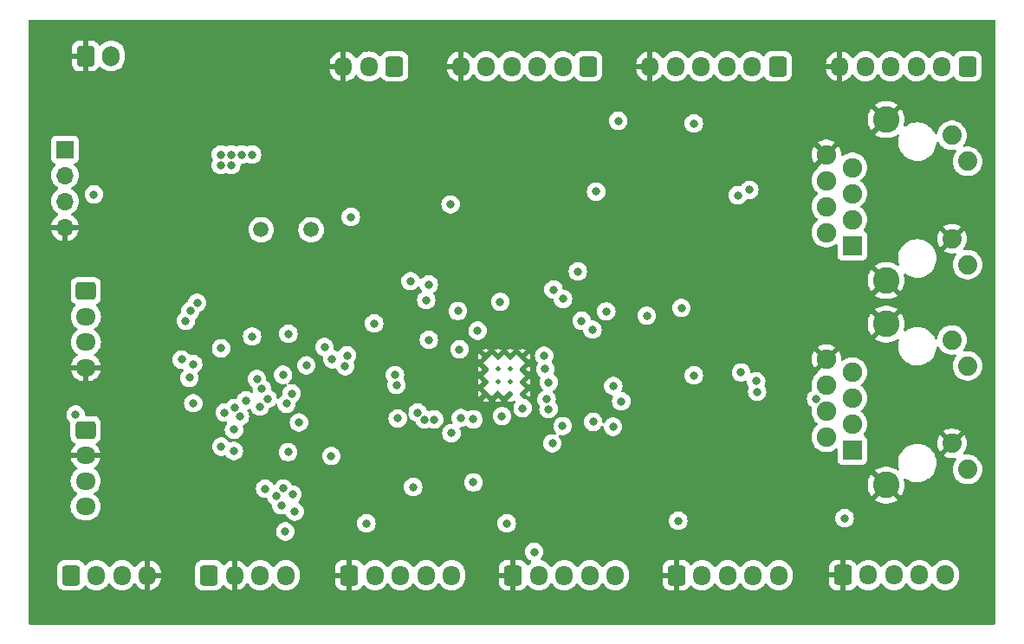
<source format=gbr>
%TF.GenerationSoftware,KiCad,Pcbnew,7.0.9*%
%TF.CreationDate,2024-01-09T22:49:01+01:00*%
%TF.ProjectId,Ax58100-stm32-ethercat,41783538-3130-4302-9d73-746d33322d65,rev?*%
%TF.SameCoordinates,Original*%
%TF.FileFunction,Copper,L2,Inr*%
%TF.FilePolarity,Positive*%
%FSLAX46Y46*%
G04 Gerber Fmt 4.6, Leading zero omitted, Abs format (unit mm)*
G04 Created by KiCad (PCBNEW 7.0.9) date 2024-01-09 22:49:01*
%MOMM*%
%LPD*%
G01*
G04 APERTURE LIST*
G04 Aperture macros list*
%AMRoundRect*
0 Rectangle with rounded corners*
0 $1 Rounding radius*
0 $2 $3 $4 $5 $6 $7 $8 $9 X,Y pos of 4 corners*
0 Add a 4 corners polygon primitive as box body*
4,1,4,$2,$3,$4,$5,$6,$7,$8,$9,$2,$3,0*
0 Add four circle primitives for the rounded corners*
1,1,$1+$1,$2,$3*
1,1,$1+$1,$4,$5*
1,1,$1+$1,$6,$7*
1,1,$1+$1,$8,$9*
0 Add four rect primitives between the rounded corners*
20,1,$1+$1,$2,$3,$4,$5,0*
20,1,$1+$1,$4,$5,$6,$7,0*
20,1,$1+$1,$6,$7,$8,$9,0*
20,1,$1+$1,$8,$9,$2,$3,0*%
G04 Aperture macros list end*
%TA.AperFunction,ComponentPad*%
%ADD10RoundRect,0.250000X-0.725000X0.600000X-0.725000X-0.600000X0.725000X-0.600000X0.725000X0.600000X0*%
%TD*%
%TA.AperFunction,ComponentPad*%
%ADD11O,1.950000X1.700000*%
%TD*%
%TA.AperFunction,ComponentPad*%
%ADD12C,0.500000*%
%TD*%
%TA.AperFunction,ComponentPad*%
%ADD13RoundRect,0.250000X0.600000X0.725000X-0.600000X0.725000X-0.600000X-0.725000X0.600000X-0.725000X0*%
%TD*%
%TA.AperFunction,ComponentPad*%
%ADD14O,1.700000X1.950000*%
%TD*%
%TA.AperFunction,ComponentPad*%
%ADD15R,1.700000X1.700000*%
%TD*%
%TA.AperFunction,ComponentPad*%
%ADD16O,1.700000X1.700000*%
%TD*%
%TA.AperFunction,ComponentPad*%
%ADD17C,1.500000*%
%TD*%
%TA.AperFunction,ComponentPad*%
%ADD18RoundRect,0.250000X-0.600000X-0.725000X0.600000X-0.725000X0.600000X0.725000X-0.600000X0.725000X0*%
%TD*%
%TA.AperFunction,ComponentPad*%
%ADD19RoundRect,0.250000X-0.600000X-0.750000X0.600000X-0.750000X0.600000X0.750000X-0.600000X0.750000X0*%
%TD*%
%TA.AperFunction,ComponentPad*%
%ADD20O,1.700000X2.000000*%
%TD*%
%TA.AperFunction,ComponentPad*%
%ADD21R,1.900000X1.900000*%
%TD*%
%TA.AperFunction,ComponentPad*%
%ADD22C,1.900000*%
%TD*%
%TA.AperFunction,ComponentPad*%
%ADD23C,1.890000*%
%TD*%
%TA.AperFunction,ComponentPad*%
%ADD24C,2.600000*%
%TD*%
%TA.AperFunction,ViaPad*%
%ADD25C,0.800000*%
%TD*%
G04 APERTURE END LIST*
D10*
%TO.N,+5V*%
%TO.C,J11*%
X144543000Y-90290000D03*
D11*
%TO.N,STEP2_DIR*%
X144543000Y-92790000D03*
%TO.N,STEP2_STEP*%
X144543000Y-95290000D03*
%TO.N,GND*%
X144543000Y-97790000D03*
%TD*%
D12*
%TO.N,GND*%
%TO.C,U2*%
X183620000Y-100352000D03*
X184820000Y-100352000D03*
X186020000Y-100352000D03*
X187220000Y-100352000D03*
X183620000Y-99152000D03*
X184820000Y-99152000D03*
X186020000Y-99152000D03*
X187220000Y-99152000D03*
X183620000Y-97952000D03*
X184820000Y-97952000D03*
X186020000Y-97952000D03*
X187220000Y-97952000D03*
X183620000Y-96752000D03*
X184820000Y-96752000D03*
X186020000Y-96752000D03*
X187220000Y-96752000D03*
%TD*%
D13*
%TO.N,+5V*%
%TO.C,J1*%
X230726000Y-68326000D03*
D14*
%TO.N,IO1*%
X228226000Y-68326000D03*
%TO.N,IO2*%
X225726000Y-68326000D03*
%TO.N,IO3*%
X223226000Y-68326000D03*
%TO.N,IO4*%
X220726000Y-68326000D03*
%TO.N,GND*%
X218226000Y-68326000D03*
%TD*%
D13*
%TO.N,+5V*%
%TO.C,J3*%
X212184000Y-68326000D03*
D14*
%TO.N,IO5*%
X209684000Y-68326000D03*
%TO.N,IO6*%
X207184000Y-68326000D03*
%TO.N,IO7*%
X204684000Y-68326000D03*
%TO.N,IO8*%
X202184000Y-68326000D03*
%TO.N,GND*%
X199684000Y-68326000D03*
%TD*%
D15*
%TO.N,+3.3V*%
%TO.C,J14*%
X142494000Y-76464000D03*
D16*
%TO.N,I2C2_SCL*%
X142494000Y-79004000D03*
%TO.N,I2C2_SDA*%
X142494000Y-81544000D03*
%TO.N,GND*%
X142494000Y-84084000D03*
%TD*%
D17*
%TO.N,Net-(U4-PH1)*%
%TO.C,Y2*%
X161680000Y-84302000D03*
%TO.N,Net-(U4-PH0)*%
X166560000Y-84302000D03*
%TD*%
D18*
%TO.N,GND*%
%TO.C,J6*%
X186302000Y-118110000D03*
D14*
%TO.N,ENC4_Z*%
X188802000Y-118110000D03*
%TO.N,ENC4_B*%
X191302000Y-118110000D03*
%TO.N,ENC4_A*%
X193802000Y-118110000D03*
%TO.N,+5V*%
X196302000Y-118110000D03*
%TD*%
D13*
%TO.N,+5V*%
%TO.C,J5*%
X193662000Y-68326000D03*
D14*
%TO.N,IO9*%
X191162000Y-68326000D03*
%TO.N,IO10*%
X188662000Y-68326000D03*
%TO.N,IO11*%
X186162000Y-68326000D03*
%TO.N,IO12*%
X183662000Y-68326000D03*
%TO.N,GND*%
X181162000Y-68326000D03*
%TD*%
D18*
%TO.N,GND*%
%TO.C,J4*%
X202264000Y-118110000D03*
D14*
%TO.N,ENC2_Z*%
X204764000Y-118110000D03*
%TO.N,ENC2_B*%
X207264000Y-118110000D03*
%TO.N,ENC2_A*%
X209764000Y-118110000D03*
%TO.N,+5V*%
X212264000Y-118110000D03*
%TD*%
D19*
%TO.N,GND*%
%TO.C,J10*%
X144526000Y-67310000D03*
D20*
%TO.N,+5V*%
X147026000Y-67310000D03*
%TD*%
D21*
%TO.N,P0_TXOP*%
%TO.C,IN1*%
X219456000Y-85852000D03*
D22*
%TO.N,P0_TXON*%
X216916000Y-84582000D03*
%TO.N,P0_RXIP*%
X219456000Y-83312000D03*
%TO.N,Net-(IN1-RCT)*%
X216916000Y-82042000D03*
X219456000Y-80772000D03*
%TO.N,P0_RXIN*%
X216916000Y-79502000D03*
%TO.N,unconnected-(IN1-NC-Pad7)*%
X219456000Y-78232000D03*
%TO.N,GND*%
X216916000Y-76962000D03*
D23*
%TO.N,Net-(IN1-Pad9)*%
X230708200Y-87731600D03*
%TO.N,GND*%
X229184200Y-85191600D03*
%TO.N,unconnected-(IN1-Pad11)*%
X230708200Y-77622400D03*
%TO.N,unconnected-(IN1-Pad12)*%
X229184200Y-75082400D03*
D24*
%TO.N,GND*%
X222758000Y-73533000D03*
X222758000Y-89281000D03*
%TD*%
D18*
%TO.N,+3.3V*%
%TO.C,J9*%
X156584000Y-118110000D03*
D14*
%TO.N,GND*%
X159084000Y-118110000D03*
%TO.N,SWCLK*%
X161584000Y-118110000D03*
%TO.N,SWDIO*%
X164084000Y-118110000D03*
%TD*%
D13*
%TO.N,+3.3V*%
%TO.C,J7*%
X174712000Y-68343000D03*
D14*
%TO.N,DAC1*%
X172212000Y-68343000D03*
%TO.N,GND*%
X169712000Y-68343000D03*
%TD*%
D18*
%TO.N,+5V*%
%TO.C,J13*%
X143082000Y-118110000D03*
D14*
%TO.N,STEP1_DIR*%
X145582000Y-118110000D03*
%TO.N,STEP1_STEP*%
X148082000Y-118110000D03*
%TO.N,GND*%
X150582000Y-118110000D03*
%TD*%
D10*
%TO.N,+5V*%
%TO.C,J12*%
X144526000Y-103886000D03*
D11*
%TO.N,GND*%
X144526000Y-106386000D03*
%TO.N,RX*%
X144526000Y-108886000D03*
%TO.N,TX*%
X144526000Y-111386000D03*
%TD*%
D18*
%TO.N,GND*%
%TO.C,J8*%
X170300000Y-118110000D03*
D14*
%TO.N,ENC3_Z*%
X172800000Y-118110000D03*
%TO.N,ENC3_B*%
X175300000Y-118110000D03*
%TO.N,ENC3_A*%
X177800000Y-118110000D03*
%TO.N,+5V*%
X180300000Y-118110000D03*
%TD*%
D18*
%TO.N,GND*%
%TO.C,J2*%
X218520000Y-118093000D03*
D14*
%TO.N,ENC1_Z*%
X221020000Y-118093000D03*
%TO.N,ENC1_B*%
X223520000Y-118093000D03*
%TO.N,ENC1_A*%
X226020000Y-118093000D03*
%TO.N,+5V*%
X228520000Y-118093000D03*
%TD*%
D21*
%TO.N,P1_TXOP*%
%TO.C,OUT1*%
X219456000Y-105867200D03*
D22*
%TO.N,P1_TXON*%
X216916000Y-104597200D03*
%TO.N,P1_RXIP*%
X219456000Y-103327200D03*
%TO.N,Net-(OUT1-RCT)*%
X216916000Y-102057200D03*
X219456000Y-100787200D03*
%TO.N,P1_RXIN*%
X216916000Y-99517200D03*
%TO.N,unconnected-(OUT1-NC-Pad7)*%
X219456000Y-98247200D03*
%TO.N,GND*%
X216916000Y-96977200D03*
D23*
%TO.N,Net-(OUT1-Pad9)*%
X230708200Y-107746800D03*
%TO.N,GND*%
X229184200Y-105206800D03*
%TO.N,unconnected-(OUT1-Pad11)*%
X230708200Y-97637600D03*
%TO.N,unconnected-(OUT1-Pad12)*%
X229184200Y-95097600D03*
D24*
%TO.N,GND*%
X222758000Y-93548200D03*
X222758000Y-109296200D03*
%TD*%
D25*
%TO.N,+1V2*%
X187231700Y-101765300D03*
X196090800Y-99606200D03*
%TO.N,+3.3V*%
X218694000Y-112522000D03*
X203962000Y-98552000D03*
X158750000Y-77978000D03*
X203962000Y-73914000D03*
X170434000Y-83058000D03*
X160782000Y-76962000D03*
X185673994Y-113030000D03*
X176530000Y-109474000D03*
X190246000Y-90170000D03*
X172720000Y-93472000D03*
X171958008Y-113030000D03*
X157734000Y-76962000D03*
X159004000Y-105952300D03*
X178054000Y-89662000D03*
X164338000Y-94488000D03*
X202437988Y-112776000D03*
X153912000Y-97020018D03*
X157734000Y-77978000D03*
X181052100Y-96012000D03*
X160791305Y-94751305D03*
X159766000Y-76962000D03*
X158750000Y-76962000D03*
X185220000Y-102546200D03*
%TO.N,+3.3VA*%
X189784600Y-99240700D03*
X194134100Y-103115800D03*
X180192039Y-81837339D03*
X194055700Y-94085000D03*
%TO.N,DAC1*%
X157763700Y-95913900D03*
%TO.N,GND*%
X168402000Y-100076000D03*
X191008000Y-83312000D03*
X166624000Y-117856000D03*
X189230000Y-111252000D03*
X209550000Y-103378000D03*
X202946000Y-76708000D03*
X173990000Y-104140000D03*
X190500000Y-71628000D03*
X173482000Y-111252000D03*
X178562000Y-85344000D03*
X199136000Y-114554000D03*
X183642000Y-84582000D03*
X153162000Y-110744000D03*
X171704000Y-92202000D03*
X202946000Y-96520000D03*
X202184000Y-102870000D03*
X169418000Y-81788000D03*
X198628000Y-81788000D03*
X164084000Y-83058000D03*
X162306000Y-103632000D03*
X178054000Y-104648000D03*
X203200000Y-86614000D03*
X148844000Y-76708000D03*
X173990000Y-96774000D03*
%TO.N,SPI_SCK*%
X163824058Y-98504148D03*
X178063000Y-95081100D03*
%TO.N,SPI_CS*%
X164153205Y-101336898D03*
X177649000Y-102865400D03*
%TO.N,SPI_MISO*%
X182415900Y-109029500D03*
X165374000Y-103167700D03*
%TO.N,SPI_MOSI*%
X164664710Y-100334749D03*
X176974600Y-102193500D03*
%TO.N,I2C_SDA*%
X176273000Y-89346600D03*
X177812000Y-91199300D03*
%TO.N,+5V*%
X196569900Y-73661800D03*
%TO.N,P0_TXOP*%
X192992800Y-93222100D03*
%TO.N,SWCLK*%
X168532100Y-106449900D03*
%TO.N,SWDIO*%
X164032100Y-113823100D03*
%TO.N,I2C2_SCL*%
X157772500Y-105523700D03*
X145341600Y-80855900D03*
%TO.N,ENC1_Z*%
X166101866Y-97582300D03*
%TO.N,ENC1_B*%
X154313700Y-93232600D03*
%TO.N,ENC1_A*%
X155423800Y-91462900D03*
%TO.N,I2C2_SDA*%
X143539300Y-102397100D03*
%TO.N,ENC2_A*%
X175026300Y-102778800D03*
%TO.N,ENC2_B*%
X174895900Y-99484300D03*
%TO.N,ENC2_Z*%
X174752400Y-98516800D03*
%TO.N,ENC3_A*%
X162072000Y-109642400D03*
%TO.N,ENC3_B*%
X163166400Y-110391900D03*
%TO.N,ENC3_Z*%
X163645100Y-111259500D03*
%TO.N,ENC4_A*%
X163857700Y-109630600D03*
%TO.N,ENC4_B*%
X164735500Y-110200600D03*
%TO.N,ENC4_Z*%
X164957182Y-111871182D03*
X188364500Y-115824000D03*
%TO.N,SYNC0*%
X181193000Y-102725100D03*
X169888500Y-97653600D03*
%TO.N,SYNC1*%
X182424500Y-102856800D03*
X170069400Y-96613700D03*
%TO.N,P1_TXOP*%
X196865500Y-101095200D03*
%TO.N,STEP1_DIR*%
X164318500Y-106063800D03*
%TO.N,IO1*%
X155038800Y-97450100D03*
%TO.N,IO2*%
X161260500Y-98913300D03*
%TO.N,IO3*%
X161737996Y-99837268D03*
%TO.N,IO4*%
X162306000Y-100845989D03*
%TO.N,IO5*%
X161544000Y-101600000D03*
%TO.N,IO6*%
X160196666Y-101008634D03*
%TO.N,IO7*%
X155045100Y-101282100D03*
%TO.N,IO8*%
X154668100Y-98795700D03*
%TO.N,IO9*%
X159077400Y-101748500D03*
%TO.N,IO10*%
X158125400Y-102193400D03*
%TO.N,IO11*%
X159592200Y-102586600D03*
%TO.N,IO12*%
X159031600Y-103879700D03*
%TO.N,P0_TXON*%
X199360600Y-92726700D03*
%TO.N,P1_TXON*%
X208580600Y-98272200D03*
X189759100Y-101851300D03*
%TO.N,P0_RXIP*%
X209390300Y-80426700D03*
X195407200Y-92299800D03*
%TO.N,P1_RXIP*%
X189576900Y-100899300D03*
X210056400Y-99136200D03*
%TO.N,P0_RXIN*%
X189334100Y-96624300D03*
X208255400Y-80940200D03*
%TO.N,P1_RXIN*%
X210151700Y-100155400D03*
X191146300Y-103512900D03*
%TO.N,RESET_MCU*%
X182824520Y-94184687D03*
X191182685Y-91095864D03*
%TO.N,Net-(U2-P0_SD)*%
X196067500Y-103574600D03*
X189439900Y-97936800D03*
%TO.N,RSTO*%
X192626600Y-88392000D03*
X180906900Y-92260100D03*
%TO.N,P1_ACT*%
X202757800Y-91967200D03*
X215909600Y-100847800D03*
%TO.N,LED_ERR*%
X190135700Y-105210100D03*
X154755200Y-92265300D03*
%TO.N,SINT*%
X180274500Y-104214500D03*
X168613100Y-96976500D03*
%TO.N,A1V2*%
X194411100Y-80592100D03*
X185039000Y-91364700D03*
%TO.N,SCS_FUNC*%
X178602300Y-102868100D03*
X167872800Y-95791100D03*
%TD*%
%TA.AperFunction,Conductor*%
%TO.N,GND*%
G36*
X233368539Y-63774185D02*
G01*
X233414294Y-63826989D01*
X233425500Y-63878500D01*
X233425500Y-122811500D01*
X233405815Y-122878539D01*
X233353011Y-122924294D01*
X233301500Y-122935500D01*
X139062500Y-122935500D01*
X138995461Y-122915815D01*
X138949706Y-122863011D01*
X138938500Y-122811500D01*
X138938500Y-118885001D01*
X141731500Y-118885001D01*
X141731501Y-118885018D01*
X141742000Y-118987796D01*
X141742001Y-118987799D01*
X141791483Y-119137124D01*
X141797186Y-119154334D01*
X141889288Y-119303656D01*
X142013344Y-119427712D01*
X142162666Y-119519814D01*
X142329203Y-119574999D01*
X142431991Y-119585500D01*
X143732008Y-119585499D01*
X143834797Y-119574999D01*
X144001334Y-119519814D01*
X144150656Y-119427712D01*
X144274712Y-119303656D01*
X144366814Y-119154334D01*
X144366814Y-119154331D01*
X144370178Y-119148879D01*
X144422126Y-119102154D01*
X144491088Y-119090931D01*
X144555170Y-119118774D01*
X144563398Y-119126294D01*
X144710599Y-119273495D01*
X144753675Y-119303657D01*
X144904165Y-119409032D01*
X144904167Y-119409033D01*
X144904170Y-119409035D01*
X145118337Y-119508903D01*
X145118343Y-119508904D01*
X145118344Y-119508905D01*
X145157356Y-119519358D01*
X145346592Y-119570063D01*
X145523034Y-119585500D01*
X145581999Y-119590659D01*
X145582000Y-119590659D01*
X145582001Y-119590659D01*
X145640966Y-119585500D01*
X145817408Y-119570063D01*
X146045663Y-119508903D01*
X146259829Y-119409035D01*
X146453401Y-119273495D01*
X146620495Y-119106401D01*
X146730426Y-118949401D01*
X146785001Y-118905778D01*
X146854500Y-118898584D01*
X146916855Y-118930106D01*
X146933571Y-118949398D01*
X147004144Y-119050187D01*
X147043506Y-119106403D01*
X147193597Y-119256493D01*
X147210599Y-119273495D01*
X147253675Y-119303657D01*
X147404165Y-119409032D01*
X147404167Y-119409033D01*
X147404170Y-119409035D01*
X147618337Y-119508903D01*
X147618343Y-119508904D01*
X147618344Y-119508905D01*
X147657356Y-119519358D01*
X147846592Y-119570063D01*
X148023034Y-119585500D01*
X148081999Y-119590659D01*
X148082000Y-119590659D01*
X148082001Y-119590659D01*
X148140966Y-119585500D01*
X148317408Y-119570063D01*
X148545663Y-119508903D01*
X148759829Y-119409035D01*
X148953401Y-119273495D01*
X149120495Y-119106401D01*
X149230732Y-118948965D01*
X149285306Y-118905342D01*
X149354805Y-118898148D01*
X149417159Y-118929670D01*
X149433880Y-118948967D01*
X149543886Y-119106073D01*
X149543891Y-119106079D01*
X149710917Y-119273105D01*
X149904421Y-119408600D01*
X150118507Y-119508429D01*
X150118516Y-119508433D01*
X150332000Y-119565634D01*
X150332000Y-118518018D01*
X150446801Y-118570446D01*
X150548025Y-118585000D01*
X150615975Y-118585000D01*
X150717199Y-118570446D01*
X150832000Y-118518018D01*
X150832000Y-119565633D01*
X151045483Y-119508433D01*
X151045492Y-119508429D01*
X151259577Y-119408600D01*
X151259579Y-119408599D01*
X151453073Y-119273113D01*
X151453079Y-119273108D01*
X151620108Y-119106079D01*
X151620113Y-119106073D01*
X151755599Y-118912579D01*
X151755600Y-118912577D01*
X151768459Y-118885001D01*
X155233500Y-118885001D01*
X155233501Y-118885018D01*
X155244000Y-118987796D01*
X155244001Y-118987799D01*
X155293483Y-119137124D01*
X155299186Y-119154334D01*
X155391288Y-119303656D01*
X155515344Y-119427712D01*
X155664666Y-119519814D01*
X155831203Y-119574999D01*
X155933991Y-119585500D01*
X157234008Y-119585499D01*
X157336797Y-119574999D01*
X157503334Y-119519814D01*
X157652656Y-119427712D01*
X157776712Y-119303656D01*
X157868814Y-119154334D01*
X157868814Y-119154333D01*
X157872448Y-119148442D01*
X157924396Y-119101717D01*
X157993358Y-119090494D01*
X158057441Y-119118337D01*
X158065668Y-119125856D01*
X158212921Y-119273108D01*
X158406421Y-119408600D01*
X158620507Y-119508429D01*
X158620516Y-119508433D01*
X158834000Y-119565634D01*
X158834000Y-118518018D01*
X158948801Y-118570446D01*
X159050025Y-118585000D01*
X159117975Y-118585000D01*
X159219199Y-118570446D01*
X159334000Y-118518018D01*
X159334000Y-119565633D01*
X159547483Y-119508433D01*
X159547492Y-119508429D01*
X159761577Y-119408600D01*
X159761579Y-119408599D01*
X159955073Y-119273113D01*
X159955079Y-119273108D01*
X160122108Y-119106079D01*
X160122113Y-119106073D01*
X160232119Y-118948967D01*
X160286695Y-118905342D01*
X160356194Y-118898148D01*
X160418549Y-118929670D01*
X160435269Y-118948967D01*
X160545505Y-119106402D01*
X160695597Y-119256493D01*
X160712599Y-119273495D01*
X160755675Y-119303657D01*
X160906165Y-119409032D01*
X160906167Y-119409033D01*
X160906170Y-119409035D01*
X161120337Y-119508903D01*
X161120343Y-119508904D01*
X161120344Y-119508905D01*
X161159356Y-119519358D01*
X161348592Y-119570063D01*
X161525034Y-119585500D01*
X161583999Y-119590659D01*
X161584000Y-119590659D01*
X161584001Y-119590659D01*
X161642966Y-119585500D01*
X161819408Y-119570063D01*
X162047663Y-119508903D01*
X162261829Y-119409035D01*
X162455401Y-119273495D01*
X162622495Y-119106401D01*
X162732426Y-118949401D01*
X162787001Y-118905778D01*
X162856500Y-118898584D01*
X162918855Y-118930106D01*
X162935571Y-118949398D01*
X163006144Y-119050187D01*
X163045506Y-119106403D01*
X163195597Y-119256493D01*
X163212599Y-119273495D01*
X163255675Y-119303657D01*
X163406165Y-119409032D01*
X163406167Y-119409033D01*
X163406170Y-119409035D01*
X163620337Y-119508903D01*
X163620343Y-119508904D01*
X163620344Y-119508905D01*
X163659356Y-119519358D01*
X163848592Y-119570063D01*
X164025034Y-119585500D01*
X164083999Y-119590659D01*
X164084000Y-119590659D01*
X164084001Y-119590659D01*
X164142966Y-119585500D01*
X164319408Y-119570063D01*
X164547663Y-119508903D01*
X164761829Y-119409035D01*
X164955401Y-119273495D01*
X165122495Y-119106401D01*
X165258035Y-118912829D01*
X165357903Y-118698663D01*
X165419063Y-118470408D01*
X165434500Y-118293966D01*
X165434500Y-117926034D01*
X165428723Y-117860000D01*
X168950000Y-117860000D01*
X169896031Y-117860000D01*
X169863481Y-117910649D01*
X169825000Y-118041705D01*
X169825000Y-118178295D01*
X169863481Y-118309351D01*
X169896031Y-118360000D01*
X168950001Y-118360000D01*
X168950001Y-118884986D01*
X168960494Y-118987697D01*
X169015641Y-119154119D01*
X169015643Y-119154124D01*
X169107684Y-119303345D01*
X169231654Y-119427315D01*
X169380875Y-119519356D01*
X169380880Y-119519358D01*
X169547302Y-119574505D01*
X169547309Y-119574506D01*
X169650019Y-119584999D01*
X170049999Y-119584999D01*
X170050000Y-119584998D01*
X170050000Y-118518018D01*
X170164801Y-118570446D01*
X170266025Y-118585000D01*
X170333975Y-118585000D01*
X170435199Y-118570446D01*
X170550000Y-118518018D01*
X170550000Y-119584999D01*
X170949972Y-119584999D01*
X170949986Y-119584998D01*
X171052697Y-119574505D01*
X171219119Y-119519358D01*
X171219124Y-119519356D01*
X171368345Y-119427315D01*
X171492315Y-119303345D01*
X171587815Y-119148516D01*
X171639763Y-119101792D01*
X171708726Y-119090569D01*
X171772808Y-119118413D01*
X171781035Y-119125931D01*
X171928599Y-119273495D01*
X171928602Y-119273497D01*
X171928603Y-119273498D01*
X172122165Y-119409032D01*
X172122167Y-119409033D01*
X172122170Y-119409035D01*
X172336337Y-119508903D01*
X172336343Y-119508904D01*
X172336344Y-119508905D01*
X172375356Y-119519358D01*
X172564592Y-119570063D01*
X172741034Y-119585500D01*
X172799999Y-119590659D01*
X172800000Y-119590659D01*
X172800001Y-119590659D01*
X172858966Y-119585500D01*
X173035408Y-119570063D01*
X173263663Y-119508903D01*
X173477829Y-119409035D01*
X173671401Y-119273495D01*
X173838495Y-119106401D01*
X173948426Y-118949401D01*
X174003001Y-118905778D01*
X174072500Y-118898584D01*
X174134855Y-118930106D01*
X174151571Y-118949398D01*
X174222144Y-119050187D01*
X174261506Y-119106403D01*
X174411597Y-119256493D01*
X174428599Y-119273495D01*
X174471675Y-119303657D01*
X174622165Y-119409032D01*
X174622167Y-119409033D01*
X174622170Y-119409035D01*
X174836337Y-119508903D01*
X174836343Y-119508904D01*
X174836344Y-119508905D01*
X174875356Y-119519358D01*
X175064592Y-119570063D01*
X175241034Y-119585500D01*
X175299999Y-119590659D01*
X175300000Y-119590659D01*
X175300001Y-119590659D01*
X175358966Y-119585500D01*
X175535408Y-119570063D01*
X175763663Y-119508903D01*
X175977829Y-119409035D01*
X176171401Y-119273495D01*
X176338495Y-119106401D01*
X176448426Y-118949401D01*
X176503001Y-118905778D01*
X176572500Y-118898584D01*
X176634855Y-118930106D01*
X176651571Y-118949398D01*
X176722144Y-119050187D01*
X176761506Y-119106403D01*
X176911597Y-119256493D01*
X176928599Y-119273495D01*
X176971675Y-119303657D01*
X177122165Y-119409032D01*
X177122167Y-119409033D01*
X177122170Y-119409035D01*
X177336337Y-119508903D01*
X177336343Y-119508904D01*
X177336344Y-119508905D01*
X177375356Y-119519358D01*
X177564592Y-119570063D01*
X177741034Y-119585500D01*
X177799999Y-119590659D01*
X177800000Y-119590659D01*
X177800001Y-119590659D01*
X177858966Y-119585500D01*
X178035408Y-119570063D01*
X178263663Y-119508903D01*
X178477829Y-119409035D01*
X178671401Y-119273495D01*
X178838495Y-119106401D01*
X178948426Y-118949401D01*
X179003001Y-118905778D01*
X179072500Y-118898584D01*
X179134855Y-118930106D01*
X179151571Y-118949398D01*
X179222144Y-119050187D01*
X179261506Y-119106403D01*
X179411597Y-119256493D01*
X179428599Y-119273495D01*
X179471675Y-119303657D01*
X179622165Y-119409032D01*
X179622167Y-119409033D01*
X179622170Y-119409035D01*
X179836337Y-119508903D01*
X179836343Y-119508904D01*
X179836344Y-119508905D01*
X179875356Y-119519358D01*
X180064592Y-119570063D01*
X180241034Y-119585500D01*
X180299999Y-119590659D01*
X180300000Y-119590659D01*
X180300001Y-119590659D01*
X180358966Y-119585500D01*
X180535408Y-119570063D01*
X180763663Y-119508903D01*
X180977829Y-119409035D01*
X181171401Y-119273495D01*
X181338495Y-119106401D01*
X181474035Y-118912829D01*
X181573903Y-118698663D01*
X181635063Y-118470408D01*
X181650500Y-118293966D01*
X181650500Y-117926034D01*
X181644723Y-117860000D01*
X184952000Y-117860000D01*
X185898031Y-117860000D01*
X185865481Y-117910649D01*
X185827000Y-118041705D01*
X185827000Y-118178295D01*
X185865481Y-118309351D01*
X185898031Y-118360000D01*
X184952001Y-118360000D01*
X184952001Y-118884986D01*
X184962494Y-118987697D01*
X185017641Y-119154119D01*
X185017643Y-119154124D01*
X185109684Y-119303345D01*
X185233654Y-119427315D01*
X185382875Y-119519356D01*
X185382880Y-119519358D01*
X185549302Y-119574505D01*
X185549309Y-119574506D01*
X185652019Y-119584999D01*
X186051999Y-119584999D01*
X186052000Y-119584998D01*
X186052000Y-118518018D01*
X186166801Y-118570446D01*
X186268025Y-118585000D01*
X186335975Y-118585000D01*
X186437199Y-118570446D01*
X186552000Y-118518018D01*
X186552000Y-119584999D01*
X186951972Y-119584999D01*
X186951986Y-119584998D01*
X187054697Y-119574505D01*
X187221119Y-119519358D01*
X187221124Y-119519356D01*
X187370345Y-119427315D01*
X187494315Y-119303345D01*
X187589815Y-119148516D01*
X187641763Y-119101792D01*
X187710726Y-119090569D01*
X187774808Y-119118413D01*
X187783035Y-119125931D01*
X187930599Y-119273495D01*
X187930602Y-119273497D01*
X187930603Y-119273498D01*
X188124165Y-119409032D01*
X188124167Y-119409033D01*
X188124170Y-119409035D01*
X188338337Y-119508903D01*
X188338343Y-119508904D01*
X188338344Y-119508905D01*
X188377356Y-119519358D01*
X188566592Y-119570063D01*
X188743034Y-119585500D01*
X188801999Y-119590659D01*
X188802000Y-119590659D01*
X188802001Y-119590659D01*
X188860966Y-119585500D01*
X189037408Y-119570063D01*
X189265663Y-119508903D01*
X189479829Y-119409035D01*
X189673401Y-119273495D01*
X189840495Y-119106401D01*
X189950426Y-118949401D01*
X190005001Y-118905778D01*
X190074500Y-118898584D01*
X190136855Y-118930106D01*
X190153571Y-118949398D01*
X190224144Y-119050187D01*
X190263506Y-119106403D01*
X190413597Y-119256493D01*
X190430599Y-119273495D01*
X190473675Y-119303657D01*
X190624165Y-119409032D01*
X190624167Y-119409033D01*
X190624170Y-119409035D01*
X190838337Y-119508903D01*
X190838343Y-119508904D01*
X190838344Y-119508905D01*
X190877356Y-119519358D01*
X191066592Y-119570063D01*
X191243034Y-119585500D01*
X191301999Y-119590659D01*
X191302000Y-119590659D01*
X191302001Y-119590659D01*
X191360966Y-119585500D01*
X191537408Y-119570063D01*
X191765663Y-119508903D01*
X191979829Y-119409035D01*
X192173401Y-119273495D01*
X192340495Y-119106401D01*
X192450426Y-118949401D01*
X192505001Y-118905778D01*
X192574500Y-118898584D01*
X192636855Y-118930106D01*
X192653571Y-118949398D01*
X192724144Y-119050187D01*
X192763506Y-119106403D01*
X192913597Y-119256493D01*
X192930599Y-119273495D01*
X192973675Y-119303657D01*
X193124165Y-119409032D01*
X193124167Y-119409033D01*
X193124170Y-119409035D01*
X193338337Y-119508903D01*
X193338343Y-119508904D01*
X193338344Y-119508905D01*
X193377356Y-119519358D01*
X193566592Y-119570063D01*
X193743034Y-119585500D01*
X193801999Y-119590659D01*
X193802000Y-119590659D01*
X193802001Y-119590659D01*
X193860966Y-119585500D01*
X194037408Y-119570063D01*
X194265663Y-119508903D01*
X194479829Y-119409035D01*
X194673401Y-119273495D01*
X194840495Y-119106401D01*
X194950426Y-118949401D01*
X195005001Y-118905778D01*
X195074500Y-118898584D01*
X195136855Y-118930106D01*
X195153571Y-118949398D01*
X195224144Y-119050187D01*
X195263506Y-119106403D01*
X195413597Y-119256493D01*
X195430599Y-119273495D01*
X195473675Y-119303657D01*
X195624165Y-119409032D01*
X195624167Y-119409033D01*
X195624170Y-119409035D01*
X195838337Y-119508903D01*
X195838343Y-119508904D01*
X195838344Y-119508905D01*
X195877356Y-119519358D01*
X196066592Y-119570063D01*
X196243034Y-119585500D01*
X196301999Y-119590659D01*
X196302000Y-119590659D01*
X196302001Y-119590659D01*
X196360966Y-119585500D01*
X196537408Y-119570063D01*
X196765663Y-119508903D01*
X196979829Y-119409035D01*
X197173401Y-119273495D01*
X197340495Y-119106401D01*
X197476035Y-118912829D01*
X197575903Y-118698663D01*
X197637063Y-118470408D01*
X197652500Y-118293966D01*
X197652500Y-117926034D01*
X197646723Y-117860000D01*
X200914000Y-117860000D01*
X201860031Y-117860000D01*
X201827481Y-117910649D01*
X201789000Y-118041705D01*
X201789000Y-118178295D01*
X201827481Y-118309351D01*
X201860031Y-118360000D01*
X200914001Y-118360000D01*
X200914001Y-118884986D01*
X200924494Y-118987697D01*
X200979641Y-119154119D01*
X200979643Y-119154124D01*
X201071684Y-119303345D01*
X201195654Y-119427315D01*
X201344875Y-119519356D01*
X201344880Y-119519358D01*
X201511302Y-119574505D01*
X201511309Y-119574506D01*
X201614019Y-119584999D01*
X202013999Y-119584999D01*
X202014000Y-119584998D01*
X202014000Y-118518018D01*
X202128801Y-118570446D01*
X202230025Y-118585000D01*
X202297975Y-118585000D01*
X202399199Y-118570446D01*
X202514000Y-118518018D01*
X202514000Y-119584999D01*
X202913972Y-119584999D01*
X202913986Y-119584998D01*
X203016697Y-119574505D01*
X203183119Y-119519358D01*
X203183124Y-119519356D01*
X203332345Y-119427315D01*
X203456315Y-119303345D01*
X203551815Y-119148516D01*
X203603763Y-119101792D01*
X203672726Y-119090569D01*
X203736808Y-119118413D01*
X203745035Y-119125931D01*
X203892599Y-119273495D01*
X203892602Y-119273497D01*
X203892603Y-119273498D01*
X204086165Y-119409032D01*
X204086167Y-119409033D01*
X204086170Y-119409035D01*
X204300337Y-119508903D01*
X204300343Y-119508904D01*
X204300344Y-119508905D01*
X204339356Y-119519358D01*
X204528592Y-119570063D01*
X204705034Y-119585500D01*
X204763999Y-119590659D01*
X204764000Y-119590659D01*
X204764001Y-119590659D01*
X204822966Y-119585500D01*
X204999408Y-119570063D01*
X205227663Y-119508903D01*
X205441829Y-119409035D01*
X205635401Y-119273495D01*
X205802495Y-119106401D01*
X205912426Y-118949401D01*
X205967001Y-118905778D01*
X206036500Y-118898584D01*
X206098855Y-118930106D01*
X206115571Y-118949398D01*
X206186144Y-119050187D01*
X206225506Y-119106403D01*
X206375597Y-119256493D01*
X206392599Y-119273495D01*
X206435675Y-119303657D01*
X206586165Y-119409032D01*
X206586167Y-119409033D01*
X206586170Y-119409035D01*
X206800337Y-119508903D01*
X206800343Y-119508904D01*
X206800344Y-119508905D01*
X206839356Y-119519358D01*
X207028592Y-119570063D01*
X207205034Y-119585500D01*
X207263999Y-119590659D01*
X207264000Y-119590659D01*
X207264001Y-119590659D01*
X207322966Y-119585500D01*
X207499408Y-119570063D01*
X207727663Y-119508903D01*
X207941829Y-119409035D01*
X208135401Y-119273495D01*
X208302495Y-119106401D01*
X208412426Y-118949401D01*
X208467001Y-118905778D01*
X208536500Y-118898584D01*
X208598855Y-118930106D01*
X208615571Y-118949398D01*
X208686144Y-119050187D01*
X208725506Y-119106403D01*
X208875597Y-119256493D01*
X208892599Y-119273495D01*
X208935675Y-119303657D01*
X209086165Y-119409032D01*
X209086167Y-119409033D01*
X209086170Y-119409035D01*
X209300337Y-119508903D01*
X209300343Y-119508904D01*
X209300344Y-119508905D01*
X209339356Y-119519358D01*
X209528592Y-119570063D01*
X209705034Y-119585500D01*
X209763999Y-119590659D01*
X209764000Y-119590659D01*
X209764001Y-119590659D01*
X209822966Y-119585500D01*
X209999408Y-119570063D01*
X210227663Y-119508903D01*
X210441829Y-119409035D01*
X210635401Y-119273495D01*
X210802495Y-119106401D01*
X210912426Y-118949401D01*
X210967001Y-118905778D01*
X211036500Y-118898584D01*
X211098855Y-118930106D01*
X211115571Y-118949398D01*
X211186144Y-119050187D01*
X211225506Y-119106403D01*
X211375597Y-119256493D01*
X211392599Y-119273495D01*
X211435675Y-119303657D01*
X211586165Y-119409032D01*
X211586167Y-119409033D01*
X211586170Y-119409035D01*
X211800337Y-119508903D01*
X211800343Y-119508904D01*
X211800344Y-119508905D01*
X211839356Y-119519358D01*
X212028592Y-119570063D01*
X212205034Y-119585500D01*
X212263999Y-119590659D01*
X212264000Y-119590659D01*
X212264001Y-119590659D01*
X212322966Y-119585500D01*
X212499408Y-119570063D01*
X212727663Y-119508903D01*
X212941829Y-119409035D01*
X213135401Y-119273495D01*
X213302495Y-119106401D01*
X213438035Y-118912829D01*
X213537903Y-118698663D01*
X213599063Y-118470408D01*
X213614500Y-118293966D01*
X213614500Y-117926034D01*
X213607235Y-117843000D01*
X217170000Y-117843000D01*
X218116031Y-117843000D01*
X218083481Y-117893649D01*
X218045000Y-118024705D01*
X218045000Y-118161295D01*
X218083481Y-118292351D01*
X218116031Y-118343000D01*
X217170001Y-118343000D01*
X217170001Y-118867986D01*
X217180494Y-118970697D01*
X217235641Y-119137119D01*
X217235643Y-119137124D01*
X217327684Y-119286345D01*
X217451654Y-119410315D01*
X217600875Y-119502356D01*
X217600880Y-119502358D01*
X217767302Y-119557505D01*
X217767309Y-119557506D01*
X217870019Y-119567999D01*
X218269999Y-119567999D01*
X218270000Y-119567998D01*
X218270000Y-118501018D01*
X218384801Y-118553446D01*
X218486025Y-118568000D01*
X218553975Y-118568000D01*
X218655199Y-118553446D01*
X218770000Y-118501018D01*
X218770000Y-119567999D01*
X219169972Y-119567999D01*
X219169986Y-119567998D01*
X219272697Y-119557505D01*
X219439119Y-119502358D01*
X219439124Y-119502356D01*
X219588345Y-119410315D01*
X219712315Y-119286345D01*
X219807815Y-119131516D01*
X219859763Y-119084792D01*
X219928726Y-119073569D01*
X219992808Y-119101413D01*
X220001035Y-119108931D01*
X220148599Y-119256495D01*
X220148602Y-119256497D01*
X220148603Y-119256498D01*
X220342165Y-119392032D01*
X220342167Y-119392033D01*
X220342170Y-119392035D01*
X220556337Y-119491903D01*
X220556343Y-119491904D01*
X220556344Y-119491905D01*
X220595356Y-119502358D01*
X220784592Y-119553063D01*
X220972918Y-119569539D01*
X221019999Y-119573659D01*
X221020000Y-119573659D01*
X221020001Y-119573659D01*
X221059234Y-119570226D01*
X221255408Y-119553063D01*
X221483663Y-119491903D01*
X221697829Y-119392035D01*
X221891401Y-119256495D01*
X222058495Y-119089401D01*
X222168426Y-118932401D01*
X222223001Y-118888778D01*
X222292500Y-118881584D01*
X222354855Y-118913106D01*
X222371571Y-118932398D01*
X222410363Y-118987799D01*
X222481506Y-119089403D01*
X222648597Y-119256493D01*
X222648599Y-119256495D01*
X222715952Y-119303656D01*
X222842165Y-119392032D01*
X222842167Y-119392033D01*
X222842170Y-119392035D01*
X223056337Y-119491903D01*
X223056343Y-119491904D01*
X223056344Y-119491905D01*
X223095356Y-119502358D01*
X223284592Y-119553063D01*
X223472918Y-119569539D01*
X223519999Y-119573659D01*
X223520000Y-119573659D01*
X223520001Y-119573659D01*
X223559234Y-119570226D01*
X223755408Y-119553063D01*
X223983663Y-119491903D01*
X224197829Y-119392035D01*
X224391401Y-119256495D01*
X224558495Y-119089401D01*
X224668426Y-118932401D01*
X224723001Y-118888778D01*
X224792500Y-118881584D01*
X224854855Y-118913106D01*
X224871571Y-118932398D01*
X224910363Y-118987799D01*
X224981506Y-119089403D01*
X225148597Y-119256493D01*
X225148599Y-119256495D01*
X225215952Y-119303656D01*
X225342165Y-119392032D01*
X225342167Y-119392033D01*
X225342170Y-119392035D01*
X225556337Y-119491903D01*
X225556343Y-119491904D01*
X225556344Y-119491905D01*
X225595356Y-119502358D01*
X225784592Y-119553063D01*
X225972918Y-119569539D01*
X226019999Y-119573659D01*
X226020000Y-119573659D01*
X226020001Y-119573659D01*
X226059234Y-119570226D01*
X226255408Y-119553063D01*
X226483663Y-119491903D01*
X226697829Y-119392035D01*
X226891401Y-119256495D01*
X227058495Y-119089401D01*
X227168426Y-118932401D01*
X227223001Y-118888778D01*
X227292500Y-118881584D01*
X227354855Y-118913106D01*
X227371571Y-118932398D01*
X227410363Y-118987799D01*
X227481506Y-119089403D01*
X227648597Y-119256493D01*
X227648599Y-119256495D01*
X227715952Y-119303656D01*
X227842165Y-119392032D01*
X227842167Y-119392033D01*
X227842170Y-119392035D01*
X228056337Y-119491903D01*
X228056343Y-119491904D01*
X228056344Y-119491905D01*
X228095356Y-119502358D01*
X228284592Y-119553063D01*
X228472918Y-119569539D01*
X228519999Y-119573659D01*
X228520000Y-119573659D01*
X228520001Y-119573659D01*
X228559234Y-119570226D01*
X228755408Y-119553063D01*
X228983663Y-119491903D01*
X229197829Y-119392035D01*
X229391401Y-119256495D01*
X229558495Y-119089401D01*
X229694035Y-118895829D01*
X229793903Y-118681663D01*
X229855063Y-118453408D01*
X229870500Y-118276966D01*
X229870500Y-117909034D01*
X229855063Y-117732592D01*
X229793903Y-117504337D01*
X229694035Y-117290171D01*
X229681936Y-117272891D01*
X229558494Y-117096597D01*
X229391402Y-116929506D01*
X229391395Y-116929501D01*
X229197834Y-116793967D01*
X229197830Y-116793965D01*
X229141612Y-116767750D01*
X228983663Y-116694097D01*
X228983659Y-116694096D01*
X228983655Y-116694094D01*
X228755413Y-116632938D01*
X228755403Y-116632936D01*
X228520001Y-116612341D01*
X228519999Y-116612341D01*
X228284596Y-116632936D01*
X228284586Y-116632938D01*
X228056344Y-116694094D01*
X228056335Y-116694098D01*
X227842171Y-116793964D01*
X227842169Y-116793965D01*
X227648597Y-116929505D01*
X227481505Y-117096597D01*
X227371575Y-117253595D01*
X227316998Y-117297220D01*
X227247500Y-117304414D01*
X227185145Y-117272891D01*
X227168425Y-117253595D01*
X227058494Y-117096597D01*
X226891402Y-116929506D01*
X226891395Y-116929501D01*
X226697834Y-116793967D01*
X226697830Y-116793965D01*
X226641612Y-116767750D01*
X226483663Y-116694097D01*
X226483659Y-116694096D01*
X226483655Y-116694094D01*
X226255413Y-116632938D01*
X226255403Y-116632936D01*
X226020001Y-116612341D01*
X226019999Y-116612341D01*
X225784596Y-116632936D01*
X225784586Y-116632938D01*
X225556344Y-116694094D01*
X225556335Y-116694098D01*
X225342171Y-116793964D01*
X225342169Y-116793965D01*
X225148597Y-116929505D01*
X224981505Y-117096597D01*
X224871575Y-117253595D01*
X224816998Y-117297220D01*
X224747500Y-117304414D01*
X224685145Y-117272891D01*
X224668425Y-117253595D01*
X224558494Y-117096597D01*
X224391402Y-116929506D01*
X224391395Y-116929501D01*
X224197834Y-116793967D01*
X224197830Y-116793965D01*
X224141612Y-116767750D01*
X223983663Y-116694097D01*
X223983659Y-116694096D01*
X223983655Y-116694094D01*
X223755413Y-116632938D01*
X223755403Y-116632936D01*
X223520001Y-116612341D01*
X223519999Y-116612341D01*
X223284596Y-116632936D01*
X223284586Y-116632938D01*
X223056344Y-116694094D01*
X223056335Y-116694098D01*
X222842171Y-116793964D01*
X222842169Y-116793965D01*
X222648597Y-116929505D01*
X222481505Y-117096597D01*
X222371575Y-117253595D01*
X222316998Y-117297220D01*
X222247500Y-117304414D01*
X222185145Y-117272891D01*
X222168425Y-117253595D01*
X222058494Y-117096597D01*
X221891402Y-116929506D01*
X221891395Y-116929501D01*
X221697834Y-116793967D01*
X221697830Y-116793965D01*
X221641612Y-116767750D01*
X221483663Y-116694097D01*
X221483659Y-116694096D01*
X221483655Y-116694094D01*
X221255413Y-116632938D01*
X221255403Y-116632936D01*
X221020001Y-116612341D01*
X221019999Y-116612341D01*
X220784596Y-116632936D01*
X220784586Y-116632938D01*
X220556344Y-116694094D01*
X220556335Y-116694098D01*
X220342171Y-116793964D01*
X220342169Y-116793965D01*
X220148597Y-116929505D01*
X220001035Y-117077068D01*
X219939712Y-117110553D01*
X219870020Y-117105569D01*
X219814087Y-117063697D01*
X219807815Y-117054484D01*
X219712315Y-116899654D01*
X219588345Y-116775684D01*
X219439124Y-116683643D01*
X219439119Y-116683641D01*
X219272697Y-116628494D01*
X219272690Y-116628493D01*
X219169986Y-116618000D01*
X218770000Y-116618000D01*
X218770000Y-117684981D01*
X218655199Y-117632554D01*
X218553975Y-117618000D01*
X218486025Y-117618000D01*
X218384801Y-117632554D01*
X218270000Y-117684981D01*
X218270000Y-116618000D01*
X217870028Y-116618000D01*
X217870012Y-116618001D01*
X217767302Y-116628494D01*
X217600880Y-116683641D01*
X217600875Y-116683643D01*
X217451654Y-116775684D01*
X217327684Y-116899654D01*
X217235643Y-117048875D01*
X217235641Y-117048880D01*
X217180494Y-117215302D01*
X217180493Y-117215309D01*
X217170000Y-117318013D01*
X217170000Y-117843000D01*
X213607235Y-117843000D01*
X213599063Y-117749592D01*
X213537903Y-117521337D01*
X213438035Y-117307171D01*
X213431068Y-117297220D01*
X213302494Y-117113597D01*
X213135402Y-116946506D01*
X213135395Y-116946501D01*
X213111122Y-116929505D01*
X213068491Y-116899654D01*
X212941834Y-116810967D01*
X212941830Y-116810965D01*
X212901777Y-116792288D01*
X212727663Y-116711097D01*
X212727659Y-116711096D01*
X212727655Y-116711094D01*
X212499413Y-116649938D01*
X212499403Y-116649936D01*
X212264001Y-116629341D01*
X212263999Y-116629341D01*
X212028596Y-116649936D01*
X212028586Y-116649938D01*
X211800344Y-116711094D01*
X211800335Y-116711098D01*
X211586171Y-116810964D01*
X211586169Y-116810965D01*
X211392597Y-116946505D01*
X211225505Y-117113597D01*
X211115575Y-117270595D01*
X211060998Y-117314220D01*
X210991500Y-117321414D01*
X210929145Y-117289891D01*
X210912425Y-117270595D01*
X210802494Y-117113597D01*
X210635402Y-116946506D01*
X210635395Y-116946501D01*
X210611122Y-116929505D01*
X210568491Y-116899654D01*
X210441834Y-116810967D01*
X210441830Y-116810965D01*
X210401777Y-116792288D01*
X210227663Y-116711097D01*
X210227659Y-116711096D01*
X210227655Y-116711094D01*
X209999413Y-116649938D01*
X209999403Y-116649936D01*
X209764001Y-116629341D01*
X209763999Y-116629341D01*
X209528596Y-116649936D01*
X209528586Y-116649938D01*
X209300344Y-116711094D01*
X209300335Y-116711098D01*
X209086171Y-116810964D01*
X209086169Y-116810965D01*
X208892597Y-116946505D01*
X208725505Y-117113597D01*
X208615575Y-117270595D01*
X208560998Y-117314220D01*
X208491500Y-117321414D01*
X208429145Y-117289891D01*
X208412425Y-117270595D01*
X208302494Y-117113597D01*
X208135402Y-116946506D01*
X208135395Y-116946501D01*
X208111122Y-116929505D01*
X208068491Y-116899654D01*
X207941834Y-116810967D01*
X207941830Y-116810965D01*
X207901777Y-116792288D01*
X207727663Y-116711097D01*
X207727659Y-116711096D01*
X207727655Y-116711094D01*
X207499413Y-116649938D01*
X207499403Y-116649936D01*
X207264001Y-116629341D01*
X207263999Y-116629341D01*
X207028596Y-116649936D01*
X207028586Y-116649938D01*
X206800344Y-116711094D01*
X206800335Y-116711098D01*
X206586171Y-116810964D01*
X206586169Y-116810965D01*
X206392597Y-116946505D01*
X206225505Y-117113597D01*
X206115575Y-117270595D01*
X206060998Y-117314220D01*
X205991500Y-117321414D01*
X205929145Y-117289891D01*
X205912425Y-117270595D01*
X205802494Y-117113597D01*
X205635402Y-116946506D01*
X205635395Y-116946501D01*
X205611122Y-116929505D01*
X205568491Y-116899654D01*
X205441834Y-116810967D01*
X205441830Y-116810965D01*
X205401777Y-116792288D01*
X205227663Y-116711097D01*
X205227659Y-116711096D01*
X205227655Y-116711094D01*
X204999413Y-116649938D01*
X204999403Y-116649936D01*
X204764001Y-116629341D01*
X204763999Y-116629341D01*
X204528596Y-116649936D01*
X204528586Y-116649938D01*
X204300344Y-116711094D01*
X204300335Y-116711098D01*
X204086171Y-116810964D01*
X204086169Y-116810965D01*
X203892597Y-116946505D01*
X203745035Y-117094068D01*
X203683712Y-117127553D01*
X203614020Y-117122569D01*
X203558087Y-117080697D01*
X203551815Y-117071484D01*
X203456315Y-116916654D01*
X203332345Y-116792684D01*
X203183124Y-116700643D01*
X203183119Y-116700641D01*
X203016697Y-116645494D01*
X203016690Y-116645493D01*
X202913986Y-116635000D01*
X202514000Y-116635000D01*
X202514000Y-117701981D01*
X202399199Y-117649554D01*
X202297975Y-117635000D01*
X202230025Y-117635000D01*
X202128801Y-117649554D01*
X202014000Y-117701981D01*
X202014000Y-116635000D01*
X201614028Y-116635000D01*
X201614012Y-116635001D01*
X201511302Y-116645494D01*
X201344880Y-116700641D01*
X201344875Y-116700643D01*
X201195654Y-116792684D01*
X201071684Y-116916654D01*
X200979643Y-117065875D01*
X200979641Y-117065880D01*
X200924494Y-117232302D01*
X200924493Y-117232309D01*
X200914000Y-117335013D01*
X200914000Y-117860000D01*
X197646723Y-117860000D01*
X197637063Y-117749592D01*
X197575903Y-117521337D01*
X197476035Y-117307171D01*
X197469068Y-117297220D01*
X197340494Y-117113597D01*
X197173402Y-116946506D01*
X197173395Y-116946501D01*
X197149122Y-116929505D01*
X197106491Y-116899654D01*
X196979834Y-116810967D01*
X196979830Y-116810965D01*
X196939777Y-116792288D01*
X196765663Y-116711097D01*
X196765659Y-116711096D01*
X196765655Y-116711094D01*
X196537413Y-116649938D01*
X196537403Y-116649936D01*
X196302001Y-116629341D01*
X196301999Y-116629341D01*
X196066596Y-116649936D01*
X196066586Y-116649938D01*
X195838344Y-116711094D01*
X195838335Y-116711098D01*
X195624171Y-116810964D01*
X195624169Y-116810965D01*
X195430597Y-116946505D01*
X195263505Y-117113597D01*
X195153575Y-117270595D01*
X195098998Y-117314220D01*
X195029500Y-117321414D01*
X194967145Y-117289891D01*
X194950425Y-117270595D01*
X194840494Y-117113597D01*
X194673402Y-116946506D01*
X194673395Y-116946501D01*
X194649122Y-116929505D01*
X194606491Y-116899654D01*
X194479834Y-116810967D01*
X194479830Y-116810965D01*
X194439777Y-116792288D01*
X194265663Y-116711097D01*
X194265659Y-116711096D01*
X194265655Y-116711094D01*
X194037413Y-116649938D01*
X194037403Y-116649936D01*
X193802001Y-116629341D01*
X193801999Y-116629341D01*
X193566596Y-116649936D01*
X193566586Y-116649938D01*
X193338344Y-116711094D01*
X193338335Y-116711098D01*
X193124171Y-116810964D01*
X193124169Y-116810965D01*
X192930597Y-116946505D01*
X192763505Y-117113597D01*
X192653575Y-117270595D01*
X192598998Y-117314220D01*
X192529500Y-117321414D01*
X192467145Y-117289891D01*
X192450425Y-117270595D01*
X192340494Y-117113597D01*
X192173402Y-116946506D01*
X192173395Y-116946501D01*
X192149122Y-116929505D01*
X192106491Y-116899654D01*
X191979834Y-116810967D01*
X191979830Y-116810965D01*
X191939777Y-116792288D01*
X191765663Y-116711097D01*
X191765659Y-116711096D01*
X191765655Y-116711094D01*
X191537413Y-116649938D01*
X191537403Y-116649936D01*
X191302001Y-116629341D01*
X191301999Y-116629341D01*
X191066596Y-116649936D01*
X191066586Y-116649938D01*
X190838344Y-116711094D01*
X190838335Y-116711098D01*
X190624171Y-116810964D01*
X190624169Y-116810965D01*
X190430597Y-116946505D01*
X190263505Y-117113597D01*
X190153575Y-117270595D01*
X190098998Y-117314220D01*
X190029500Y-117321414D01*
X189967145Y-117289891D01*
X189950425Y-117270595D01*
X189840494Y-117113597D01*
X189673402Y-116946506D01*
X189673395Y-116946501D01*
X189649122Y-116929505D01*
X189606491Y-116899654D01*
X189479834Y-116810967D01*
X189479830Y-116810965D01*
X189439777Y-116792288D01*
X189265663Y-116711097D01*
X189265659Y-116711096D01*
X189265655Y-116711094D01*
X189067835Y-116658089D01*
X189008174Y-116621724D01*
X188977645Y-116558877D01*
X188985940Y-116489501D01*
X189007776Y-116455345D01*
X189097033Y-116356216D01*
X189191679Y-116192284D01*
X189250174Y-116012256D01*
X189269960Y-115824000D01*
X189250174Y-115635744D01*
X189191679Y-115455716D01*
X189097033Y-115291784D01*
X188970371Y-115151112D01*
X188970370Y-115151111D01*
X188817234Y-115039851D01*
X188817229Y-115039848D01*
X188644307Y-114962857D01*
X188644302Y-114962855D01*
X188498501Y-114931865D01*
X188459146Y-114923500D01*
X188269854Y-114923500D01*
X188237397Y-114930398D01*
X188084697Y-114962855D01*
X188084692Y-114962857D01*
X187911770Y-115039848D01*
X187911765Y-115039851D01*
X187758629Y-115151111D01*
X187631966Y-115291785D01*
X187537321Y-115455715D01*
X187537318Y-115455722D01*
X187478827Y-115635740D01*
X187478826Y-115635744D01*
X187459040Y-115824000D01*
X187478826Y-116012256D01*
X187478827Y-116012259D01*
X187537318Y-116192277D01*
X187537321Y-116192284D01*
X187631967Y-116356216D01*
X187721220Y-116455341D01*
X187758629Y-116496888D01*
X187911765Y-116608148D01*
X187911770Y-116608151D01*
X188018452Y-116655650D01*
X188071689Y-116700900D01*
X188092010Y-116767750D01*
X188072964Y-116834973D01*
X188039140Y-116870504D01*
X187930594Y-116946508D01*
X187783035Y-117094068D01*
X187721712Y-117127553D01*
X187652020Y-117122569D01*
X187596087Y-117080697D01*
X187589815Y-117071484D01*
X187494315Y-116916654D01*
X187370345Y-116792684D01*
X187221124Y-116700643D01*
X187221119Y-116700641D01*
X187054697Y-116645494D01*
X187054690Y-116645493D01*
X186951986Y-116635000D01*
X186552000Y-116635000D01*
X186552000Y-117701981D01*
X186437199Y-117649554D01*
X186335975Y-117635000D01*
X186268025Y-117635000D01*
X186166801Y-117649554D01*
X186052000Y-117701981D01*
X186052000Y-116635000D01*
X185652028Y-116635000D01*
X185652012Y-116635001D01*
X185549302Y-116645494D01*
X185382880Y-116700641D01*
X185382875Y-116700643D01*
X185233654Y-116792684D01*
X185109684Y-116916654D01*
X185017643Y-117065875D01*
X185017641Y-117065880D01*
X184962494Y-117232302D01*
X184962493Y-117232309D01*
X184952000Y-117335013D01*
X184952000Y-117860000D01*
X181644723Y-117860000D01*
X181635063Y-117749592D01*
X181573903Y-117521337D01*
X181474035Y-117307171D01*
X181467068Y-117297220D01*
X181338494Y-117113597D01*
X181171402Y-116946506D01*
X181171395Y-116946501D01*
X181147122Y-116929505D01*
X181104491Y-116899654D01*
X180977834Y-116810967D01*
X180977830Y-116810965D01*
X180937777Y-116792288D01*
X180763663Y-116711097D01*
X180763659Y-116711096D01*
X180763655Y-116711094D01*
X180535413Y-116649938D01*
X180535403Y-116649936D01*
X180300001Y-116629341D01*
X180299999Y-116629341D01*
X180064596Y-116649936D01*
X180064586Y-116649938D01*
X179836344Y-116711094D01*
X179836335Y-116711098D01*
X179622171Y-116810964D01*
X179622169Y-116810965D01*
X179428597Y-116946505D01*
X179261505Y-117113597D01*
X179151575Y-117270595D01*
X179096998Y-117314220D01*
X179027500Y-117321414D01*
X178965145Y-117289891D01*
X178948425Y-117270595D01*
X178838494Y-117113597D01*
X178671402Y-116946506D01*
X178671395Y-116946501D01*
X178647122Y-116929505D01*
X178604491Y-116899654D01*
X178477834Y-116810967D01*
X178477830Y-116810965D01*
X178437777Y-116792288D01*
X178263663Y-116711097D01*
X178263659Y-116711096D01*
X178263655Y-116711094D01*
X178035413Y-116649938D01*
X178035403Y-116649936D01*
X177800001Y-116629341D01*
X177799999Y-116629341D01*
X177564596Y-116649936D01*
X177564586Y-116649938D01*
X177336344Y-116711094D01*
X177336335Y-116711098D01*
X177122171Y-116810964D01*
X177122169Y-116810965D01*
X176928597Y-116946505D01*
X176761505Y-117113597D01*
X176651575Y-117270595D01*
X176596998Y-117314220D01*
X176527500Y-117321414D01*
X176465145Y-117289891D01*
X176448425Y-117270595D01*
X176338494Y-117113597D01*
X176171402Y-116946506D01*
X176171395Y-116946501D01*
X176147122Y-116929505D01*
X176104491Y-116899654D01*
X175977834Y-116810967D01*
X175977830Y-116810965D01*
X175937777Y-116792288D01*
X175763663Y-116711097D01*
X175763659Y-116711096D01*
X175763655Y-116711094D01*
X175535413Y-116649938D01*
X175535403Y-116649936D01*
X175300001Y-116629341D01*
X175299999Y-116629341D01*
X175064596Y-116649936D01*
X175064586Y-116649938D01*
X174836344Y-116711094D01*
X174836335Y-116711098D01*
X174622171Y-116810964D01*
X174622169Y-116810965D01*
X174428597Y-116946505D01*
X174261505Y-117113597D01*
X174151575Y-117270595D01*
X174096998Y-117314220D01*
X174027500Y-117321414D01*
X173965145Y-117289891D01*
X173948425Y-117270595D01*
X173838494Y-117113597D01*
X173671402Y-116946506D01*
X173671395Y-116946501D01*
X173647122Y-116929505D01*
X173604491Y-116899654D01*
X173477834Y-116810967D01*
X173477830Y-116810965D01*
X173437777Y-116792288D01*
X173263663Y-116711097D01*
X173263659Y-116711096D01*
X173263655Y-116711094D01*
X173035413Y-116649938D01*
X173035403Y-116649936D01*
X172800001Y-116629341D01*
X172799999Y-116629341D01*
X172564596Y-116649936D01*
X172564586Y-116649938D01*
X172336344Y-116711094D01*
X172336335Y-116711098D01*
X172122171Y-116810964D01*
X172122169Y-116810965D01*
X171928597Y-116946505D01*
X171781035Y-117094068D01*
X171719712Y-117127553D01*
X171650020Y-117122569D01*
X171594087Y-117080697D01*
X171587815Y-117071484D01*
X171492315Y-116916654D01*
X171368345Y-116792684D01*
X171219124Y-116700643D01*
X171219119Y-116700641D01*
X171052697Y-116645494D01*
X171052690Y-116645493D01*
X170949986Y-116635000D01*
X170550000Y-116635000D01*
X170550000Y-117701981D01*
X170435199Y-117649554D01*
X170333975Y-117635000D01*
X170266025Y-117635000D01*
X170164801Y-117649554D01*
X170050000Y-117701981D01*
X170050000Y-116635000D01*
X169650028Y-116635000D01*
X169650012Y-116635001D01*
X169547302Y-116645494D01*
X169380880Y-116700641D01*
X169380875Y-116700643D01*
X169231654Y-116792684D01*
X169107684Y-116916654D01*
X169015643Y-117065875D01*
X169015641Y-117065880D01*
X168960494Y-117232302D01*
X168960493Y-117232309D01*
X168950000Y-117335013D01*
X168950000Y-117860000D01*
X165428723Y-117860000D01*
X165419063Y-117749592D01*
X165357903Y-117521337D01*
X165258035Y-117307171D01*
X165251068Y-117297220D01*
X165122494Y-117113597D01*
X164955402Y-116946506D01*
X164955395Y-116946501D01*
X164931122Y-116929505D01*
X164888491Y-116899654D01*
X164761834Y-116810967D01*
X164761830Y-116810965D01*
X164721777Y-116792288D01*
X164547663Y-116711097D01*
X164547659Y-116711096D01*
X164547655Y-116711094D01*
X164319413Y-116649938D01*
X164319403Y-116649936D01*
X164084001Y-116629341D01*
X164083999Y-116629341D01*
X163848596Y-116649936D01*
X163848586Y-116649938D01*
X163620344Y-116711094D01*
X163620335Y-116711098D01*
X163406171Y-116810964D01*
X163406169Y-116810965D01*
X163212597Y-116946505D01*
X163045505Y-117113597D01*
X162935575Y-117270595D01*
X162880998Y-117314220D01*
X162811500Y-117321414D01*
X162749145Y-117289891D01*
X162732425Y-117270595D01*
X162622494Y-117113597D01*
X162455402Y-116946506D01*
X162455395Y-116946501D01*
X162431122Y-116929505D01*
X162388491Y-116899654D01*
X162261834Y-116810967D01*
X162261830Y-116810965D01*
X162221777Y-116792288D01*
X162047663Y-116711097D01*
X162047659Y-116711096D01*
X162047655Y-116711094D01*
X161819413Y-116649938D01*
X161819403Y-116649936D01*
X161584001Y-116629341D01*
X161583999Y-116629341D01*
X161348596Y-116649936D01*
X161348586Y-116649938D01*
X161120344Y-116711094D01*
X161120335Y-116711098D01*
X160906171Y-116810964D01*
X160906169Y-116810965D01*
X160712597Y-116946505D01*
X160545508Y-117113594D01*
X160435269Y-117271032D01*
X160380692Y-117314656D01*
X160311193Y-117321849D01*
X160248839Y-117290327D01*
X160232119Y-117271031D01*
X160122113Y-117113926D01*
X160122108Y-117113920D01*
X159955082Y-116946894D01*
X159761578Y-116811399D01*
X159547492Y-116711570D01*
X159547486Y-116711567D01*
X159334000Y-116654364D01*
X159334000Y-117701981D01*
X159219199Y-117649554D01*
X159117975Y-117635000D01*
X159050025Y-117635000D01*
X158948801Y-117649554D01*
X158834000Y-117701981D01*
X158834000Y-116654364D01*
X158833999Y-116654364D01*
X158620513Y-116711567D01*
X158620507Y-116711570D01*
X158406422Y-116811399D01*
X158406420Y-116811400D01*
X158212926Y-116946886D01*
X158065668Y-117094144D01*
X158004345Y-117127628D01*
X157934653Y-117122644D01*
X157878720Y-117080772D01*
X157872448Y-117071558D01*
X157867599Y-117063697D01*
X157776712Y-116916344D01*
X157652656Y-116792288D01*
X157521786Y-116711567D01*
X157503336Y-116700187D01*
X157503331Y-116700185D01*
X157501862Y-116699698D01*
X157336797Y-116645001D01*
X157336795Y-116645000D01*
X157234010Y-116634500D01*
X155933998Y-116634500D01*
X155933981Y-116634501D01*
X155831203Y-116645000D01*
X155831200Y-116645001D01*
X155664668Y-116700185D01*
X155664663Y-116700187D01*
X155515342Y-116792289D01*
X155391289Y-116916342D01*
X155299187Y-117065663D01*
X155299185Y-117065668D01*
X155283194Y-117113926D01*
X155244001Y-117232203D01*
X155244001Y-117232204D01*
X155244000Y-117232204D01*
X155233500Y-117334983D01*
X155233500Y-118885001D01*
X151768459Y-118885001D01*
X151855429Y-118698492D01*
X151855433Y-118698483D01*
X151916567Y-118470326D01*
X151916569Y-118470316D01*
X151926221Y-118360000D01*
X150985969Y-118360000D01*
X151018519Y-118309351D01*
X151057000Y-118178295D01*
X151057000Y-118041705D01*
X151018519Y-117910649D01*
X150985969Y-117860000D01*
X151926221Y-117860000D01*
X151916569Y-117749683D01*
X151916567Y-117749673D01*
X151855433Y-117521516D01*
X151855429Y-117521507D01*
X151755600Y-117307422D01*
X151755599Y-117307420D01*
X151620113Y-117113926D01*
X151620108Y-117113920D01*
X151453082Y-116946894D01*
X151259578Y-116811399D01*
X151045492Y-116711570D01*
X151045486Y-116711567D01*
X150832000Y-116654364D01*
X150832000Y-117701981D01*
X150717199Y-117649554D01*
X150615975Y-117635000D01*
X150548025Y-117635000D01*
X150446801Y-117649554D01*
X150332000Y-117701981D01*
X150332000Y-116654364D01*
X150331999Y-116654364D01*
X150118513Y-116711567D01*
X150118507Y-116711570D01*
X149904422Y-116811399D01*
X149904420Y-116811400D01*
X149710926Y-116946886D01*
X149710920Y-116946891D01*
X149543891Y-117113920D01*
X149543890Y-117113922D01*
X149433880Y-117271032D01*
X149379303Y-117314657D01*
X149309804Y-117321849D01*
X149247450Y-117290327D01*
X149230730Y-117271031D01*
X149120494Y-117113597D01*
X148953402Y-116946506D01*
X148953395Y-116946501D01*
X148929122Y-116929505D01*
X148886491Y-116899654D01*
X148759834Y-116810967D01*
X148759830Y-116810965D01*
X148719777Y-116792288D01*
X148545663Y-116711097D01*
X148545659Y-116711096D01*
X148545655Y-116711094D01*
X148317413Y-116649938D01*
X148317403Y-116649936D01*
X148082001Y-116629341D01*
X148081999Y-116629341D01*
X147846596Y-116649936D01*
X147846586Y-116649938D01*
X147618344Y-116711094D01*
X147618335Y-116711098D01*
X147404171Y-116810964D01*
X147404169Y-116810965D01*
X147210597Y-116946505D01*
X147043505Y-117113597D01*
X146933575Y-117270595D01*
X146878998Y-117314220D01*
X146809500Y-117321414D01*
X146747145Y-117289891D01*
X146730425Y-117270595D01*
X146620494Y-117113597D01*
X146453402Y-116946506D01*
X146453395Y-116946501D01*
X146429122Y-116929505D01*
X146386491Y-116899654D01*
X146259834Y-116810967D01*
X146259830Y-116810965D01*
X146219777Y-116792288D01*
X146045663Y-116711097D01*
X146045659Y-116711096D01*
X146045655Y-116711094D01*
X145817413Y-116649938D01*
X145817403Y-116649936D01*
X145582001Y-116629341D01*
X145581999Y-116629341D01*
X145346596Y-116649936D01*
X145346586Y-116649938D01*
X145118344Y-116711094D01*
X145118335Y-116711098D01*
X144904171Y-116810964D01*
X144904169Y-116810965D01*
X144710597Y-116946505D01*
X144563398Y-117093705D01*
X144502075Y-117127190D01*
X144432383Y-117122206D01*
X144376450Y-117080334D01*
X144370178Y-117071120D01*
X144365599Y-117063697D01*
X144274712Y-116916344D01*
X144150656Y-116792288D01*
X144019786Y-116711567D01*
X144001336Y-116700187D01*
X144001331Y-116700185D01*
X143999862Y-116699698D01*
X143834797Y-116645001D01*
X143834795Y-116645000D01*
X143732010Y-116634500D01*
X142431998Y-116634500D01*
X142431981Y-116634501D01*
X142329203Y-116645000D01*
X142329200Y-116645001D01*
X142162668Y-116700185D01*
X142162663Y-116700187D01*
X142013342Y-116792289D01*
X141889289Y-116916342D01*
X141797187Y-117065663D01*
X141797185Y-117065668D01*
X141781194Y-117113926D01*
X141742001Y-117232203D01*
X141742001Y-117232204D01*
X141742000Y-117232204D01*
X141731500Y-117334983D01*
X141731500Y-118885001D01*
X138938500Y-118885001D01*
X138938500Y-113823100D01*
X163126640Y-113823100D01*
X163146426Y-114011356D01*
X163146427Y-114011359D01*
X163204918Y-114191377D01*
X163204921Y-114191384D01*
X163299567Y-114355316D01*
X163426229Y-114495988D01*
X163579365Y-114607248D01*
X163579370Y-114607251D01*
X163752292Y-114684242D01*
X163752297Y-114684244D01*
X163937454Y-114723600D01*
X163937455Y-114723600D01*
X164126744Y-114723600D01*
X164126746Y-114723600D01*
X164311903Y-114684244D01*
X164484830Y-114607251D01*
X164637971Y-114495988D01*
X164764633Y-114355316D01*
X164859279Y-114191384D01*
X164917774Y-114011356D01*
X164937560Y-113823100D01*
X164917774Y-113634844D01*
X164859279Y-113454816D01*
X164764633Y-113290884D01*
X164637971Y-113150212D01*
X164629812Y-113144284D01*
X164484834Y-113038951D01*
X164484829Y-113038948D01*
X164464732Y-113030000D01*
X171052548Y-113030000D01*
X171072334Y-113218256D01*
X171072335Y-113218259D01*
X171130826Y-113398277D01*
X171130829Y-113398284D01*
X171225475Y-113562216D01*
X171290870Y-113634844D01*
X171352137Y-113702888D01*
X171505273Y-113814148D01*
X171505278Y-113814151D01*
X171678200Y-113891142D01*
X171678205Y-113891144D01*
X171863362Y-113930500D01*
X171863363Y-113930500D01*
X172052652Y-113930500D01*
X172052654Y-113930500D01*
X172237811Y-113891144D01*
X172410738Y-113814151D01*
X172563879Y-113702888D01*
X172690541Y-113562216D01*
X172785187Y-113398284D01*
X172843682Y-113218256D01*
X172863468Y-113030000D01*
X184768534Y-113030000D01*
X184788320Y-113218256D01*
X184788321Y-113218259D01*
X184846812Y-113398277D01*
X184846815Y-113398284D01*
X184941461Y-113562216D01*
X185006856Y-113634844D01*
X185068123Y-113702888D01*
X185221259Y-113814148D01*
X185221264Y-113814151D01*
X185394186Y-113891142D01*
X185394191Y-113891144D01*
X185579348Y-113930500D01*
X185579349Y-113930500D01*
X185768638Y-113930500D01*
X185768640Y-113930500D01*
X185953797Y-113891144D01*
X186126724Y-113814151D01*
X186279865Y-113702888D01*
X186406527Y-113562216D01*
X186501173Y-113398284D01*
X186559668Y-113218256D01*
X186579454Y-113030000D01*
X186559668Y-112841744D01*
X186538306Y-112776000D01*
X201532528Y-112776000D01*
X201552314Y-112964256D01*
X201552315Y-112964259D01*
X201610806Y-113144277D01*
X201610809Y-113144284D01*
X201705455Y-113308216D01*
X201772919Y-113383142D01*
X201832115Y-113448886D01*
X201832117Y-113448888D01*
X201985253Y-113560148D01*
X201985258Y-113560151D01*
X202158180Y-113637142D01*
X202158185Y-113637144D01*
X202343342Y-113676500D01*
X202343343Y-113676500D01*
X202532632Y-113676500D01*
X202532634Y-113676500D01*
X202717791Y-113637144D01*
X202890718Y-113560151D01*
X203043859Y-113448888D01*
X203170521Y-113308216D01*
X203265167Y-113144284D01*
X203323662Y-112964256D01*
X203343448Y-112776000D01*
X203323662Y-112587744D01*
X203302300Y-112522000D01*
X217788540Y-112522000D01*
X217808326Y-112710256D01*
X217808327Y-112710259D01*
X217866818Y-112890277D01*
X217866821Y-112890284D01*
X217961467Y-113054216D01*
X218088129Y-113194888D01*
X218241265Y-113306148D01*
X218241270Y-113306151D01*
X218414192Y-113383142D01*
X218414197Y-113383144D01*
X218599354Y-113422500D01*
X218599355Y-113422500D01*
X218788644Y-113422500D01*
X218788646Y-113422500D01*
X218973803Y-113383144D01*
X219146730Y-113306151D01*
X219299871Y-113194888D01*
X219426533Y-113054216D01*
X219521179Y-112890284D01*
X219579674Y-112710256D01*
X219599460Y-112522000D01*
X219579674Y-112333744D01*
X219521179Y-112153716D01*
X219426533Y-111989784D01*
X219299871Y-111849112D01*
X219299870Y-111849111D01*
X219146734Y-111737851D01*
X219146729Y-111737848D01*
X218973807Y-111660857D01*
X218973802Y-111660855D01*
X218818177Y-111627777D01*
X218788646Y-111621500D01*
X218599354Y-111621500D01*
X218569823Y-111627777D01*
X218414197Y-111660855D01*
X218414192Y-111660857D01*
X218241270Y-111737848D01*
X218241265Y-111737851D01*
X218088129Y-111849111D01*
X217961466Y-111989785D01*
X217866821Y-112153715D01*
X217866818Y-112153722D01*
X217836884Y-112245851D01*
X217808326Y-112333744D01*
X217788540Y-112522000D01*
X203302300Y-112522000D01*
X203265167Y-112407716D01*
X203170521Y-112243784D01*
X203043859Y-112103112D01*
X203043858Y-112103111D01*
X202890722Y-111991851D01*
X202890717Y-111991848D01*
X202717795Y-111914857D01*
X202717790Y-111914855D01*
X202571989Y-111883865D01*
X202532634Y-111875500D01*
X202343342Y-111875500D01*
X202310885Y-111882398D01*
X202158185Y-111914855D01*
X202158180Y-111914857D01*
X201985258Y-111991848D01*
X201985253Y-111991851D01*
X201832117Y-112103111D01*
X201705454Y-112243785D01*
X201610809Y-112407715D01*
X201610806Y-112407722D01*
X201561317Y-112560035D01*
X201552314Y-112587744D01*
X201532528Y-112776000D01*
X186538306Y-112776000D01*
X186501173Y-112661716D01*
X186406527Y-112497784D01*
X186279865Y-112357112D01*
X186247702Y-112333744D01*
X186126728Y-112245851D01*
X186126723Y-112245848D01*
X185953801Y-112168857D01*
X185953796Y-112168855D01*
X185807995Y-112137865D01*
X185768640Y-112129500D01*
X185579348Y-112129500D01*
X185546891Y-112136398D01*
X185394191Y-112168855D01*
X185394186Y-112168857D01*
X185221264Y-112245848D01*
X185221259Y-112245851D01*
X185068123Y-112357111D01*
X184941460Y-112497785D01*
X184846815Y-112661715D01*
X184846812Y-112661722D01*
X184788321Y-112841740D01*
X184788320Y-112841744D01*
X184768534Y-113030000D01*
X172863468Y-113030000D01*
X172843682Y-112841744D01*
X172785187Y-112661716D01*
X172690541Y-112497784D01*
X172563879Y-112357112D01*
X172531716Y-112333744D01*
X172410742Y-112245851D01*
X172410737Y-112245848D01*
X172237815Y-112168857D01*
X172237810Y-112168855D01*
X172092009Y-112137865D01*
X172052654Y-112129500D01*
X171863362Y-112129500D01*
X171830905Y-112136398D01*
X171678205Y-112168855D01*
X171678200Y-112168857D01*
X171505278Y-112245848D01*
X171505273Y-112245851D01*
X171352137Y-112357111D01*
X171225474Y-112497785D01*
X171130829Y-112661715D01*
X171130826Y-112661722D01*
X171072335Y-112841740D01*
X171072334Y-112841744D01*
X171052548Y-113030000D01*
X164464732Y-113030000D01*
X164311907Y-112961957D01*
X164311902Y-112961955D01*
X164166101Y-112930965D01*
X164126746Y-112922600D01*
X163937454Y-112922600D01*
X163904997Y-112929498D01*
X163752297Y-112961955D01*
X163752292Y-112961957D01*
X163579370Y-113038948D01*
X163579365Y-113038951D01*
X163426229Y-113150211D01*
X163299566Y-113290885D01*
X163204921Y-113454815D01*
X163204918Y-113454822D01*
X163170024Y-113562216D01*
X163146426Y-113634844D01*
X163126640Y-113823100D01*
X138938500Y-113823100D01*
X138938500Y-102397100D01*
X142633840Y-102397100D01*
X142653626Y-102585356D01*
X142653627Y-102585359D01*
X142712118Y-102765377D01*
X142712121Y-102765384D01*
X142806767Y-102929316D01*
X142933429Y-103069988D01*
X143000474Y-103118698D01*
X143043139Y-103174027D01*
X143050947Y-103231610D01*
X143050500Y-103235980D01*
X143050500Y-104536001D01*
X143050501Y-104536018D01*
X143061000Y-104638796D01*
X143061001Y-104638799D01*
X143116185Y-104805331D01*
X143116187Y-104805336D01*
X143138688Y-104841816D01*
X143208288Y-104954656D01*
X143332344Y-105078712D01*
X143477345Y-105168149D01*
X143487558Y-105174448D01*
X143534283Y-105226396D01*
X143545506Y-105295358D01*
X143517663Y-105359441D01*
X143510144Y-105367668D01*
X143362891Y-105514921D01*
X143227399Y-105708421D01*
X143127570Y-105922507D01*
X143127567Y-105922513D01*
X143070364Y-106135999D01*
X143070364Y-106136000D01*
X144122031Y-106136000D01*
X144089481Y-106186649D01*
X144051000Y-106317705D01*
X144051000Y-106454295D01*
X144089481Y-106585351D01*
X144122031Y-106636000D01*
X143070364Y-106636000D01*
X143127567Y-106849486D01*
X143127570Y-106849492D01*
X143227399Y-107063577D01*
X143227400Y-107063579D01*
X143362886Y-107257073D01*
X143362891Y-107257079D01*
X143529920Y-107424108D01*
X143529926Y-107424113D01*
X143687031Y-107534119D01*
X143730656Y-107588696D01*
X143737850Y-107658194D01*
X143706327Y-107720549D01*
X143687032Y-107737269D01*
X143529594Y-107847508D01*
X143362506Y-108014597D01*
X143362501Y-108014604D01*
X143226967Y-108208165D01*
X143226965Y-108208169D01*
X143127098Y-108422335D01*
X143127094Y-108422344D01*
X143065938Y-108650586D01*
X143065936Y-108650596D01*
X143045341Y-108885999D01*
X143045341Y-108886000D01*
X143065936Y-109121403D01*
X143065938Y-109121413D01*
X143127094Y-109349655D01*
X143127096Y-109349659D01*
X143127097Y-109349663D01*
X143158240Y-109416448D01*
X143226964Y-109563828D01*
X143226965Y-109563830D01*
X143362505Y-109757402D01*
X143529597Y-109924494D01*
X143686595Y-110034425D01*
X143730220Y-110089002D01*
X143737414Y-110158500D01*
X143705891Y-110220855D01*
X143686595Y-110237575D01*
X143529597Y-110347505D01*
X143362506Y-110514597D01*
X143362501Y-110514604D01*
X143226967Y-110708165D01*
X143226965Y-110708169D01*
X143127098Y-110922335D01*
X143127094Y-110922344D01*
X143065938Y-111150586D01*
X143065936Y-111150596D01*
X143045341Y-111385999D01*
X143045341Y-111386000D01*
X143065936Y-111621403D01*
X143065938Y-111621413D01*
X143127094Y-111849655D01*
X143127096Y-111849659D01*
X143127097Y-111849663D01*
X143137132Y-111871182D01*
X143226964Y-112063828D01*
X143226965Y-112063830D01*
X143362505Y-112257402D01*
X143529597Y-112424494D01*
X143723169Y-112560034D01*
X143723171Y-112560035D01*
X143937337Y-112659903D01*
X143937343Y-112659904D01*
X143937344Y-112659905D01*
X143992285Y-112674626D01*
X144165592Y-112721063D01*
X144342034Y-112736500D01*
X144709966Y-112736500D01*
X144886408Y-112721063D01*
X145114663Y-112659903D01*
X145328829Y-112560035D01*
X145522401Y-112424495D01*
X145689495Y-112257401D01*
X145825035Y-112063830D01*
X145924903Y-111849663D01*
X145986063Y-111621408D01*
X146006659Y-111386000D01*
X145986063Y-111150592D01*
X145924903Y-110922337D01*
X145825035Y-110708171D01*
X145825034Y-110708169D01*
X145689494Y-110514597D01*
X145522403Y-110347506D01*
X145466187Y-110308144D01*
X145365401Y-110237573D01*
X145321778Y-110182999D01*
X145314584Y-110113500D01*
X145346106Y-110051145D01*
X145365398Y-110034428D01*
X145522401Y-109924495D01*
X145689495Y-109757401D01*
X145770020Y-109642400D01*
X161166540Y-109642400D01*
X161186326Y-109830656D01*
X161186327Y-109830659D01*
X161244818Y-110010677D01*
X161244821Y-110010684D01*
X161339467Y-110174616D01*
X161464084Y-110313017D01*
X161466129Y-110315288D01*
X161619265Y-110426548D01*
X161619270Y-110426551D01*
X161792192Y-110503542D01*
X161792197Y-110503544D01*
X161977354Y-110542900D01*
X161977355Y-110542900D01*
X162173145Y-110542900D01*
X162173145Y-110544453D01*
X162234102Y-110555592D01*
X162285133Y-110603316D01*
X162296282Y-110628033D01*
X162339219Y-110760180D01*
X162339221Y-110760184D01*
X162433867Y-110924116D01*
X162552607Y-111055990D01*
X162560529Y-111064788D01*
X162688525Y-111157782D01*
X162731191Y-111213111D01*
X162738694Y-111253065D01*
X162738961Y-111253037D01*
X162739306Y-111256324D01*
X162739640Y-111258100D01*
X162739640Y-111259497D01*
X162739640Y-111259500D01*
X162759426Y-111447756D01*
X162759427Y-111447759D01*
X162817918Y-111627777D01*
X162817921Y-111627784D01*
X162912567Y-111791716D01*
X162964246Y-111849111D01*
X163039229Y-111932388D01*
X163192365Y-112043648D01*
X163192370Y-112043651D01*
X163365292Y-112120642D01*
X163365297Y-112120644D01*
X163550454Y-112160000D01*
X163550455Y-112160000D01*
X163739744Y-112160000D01*
X163739746Y-112160000D01*
X163924903Y-112120644D01*
X163944539Y-112111900D01*
X164013788Y-112102613D01*
X164077066Y-112132239D01*
X164112910Y-112186860D01*
X164130000Y-112239460D01*
X164130003Y-112239466D01*
X164224649Y-112403398D01*
X164309635Y-112497784D01*
X164351311Y-112544070D01*
X164504447Y-112655330D01*
X164504452Y-112655333D01*
X164677374Y-112732324D01*
X164677379Y-112732326D01*
X164862536Y-112771682D01*
X164862537Y-112771682D01*
X165051826Y-112771682D01*
X165051828Y-112771682D01*
X165236985Y-112732326D01*
X165409912Y-112655333D01*
X165563053Y-112544070D01*
X165689715Y-112403398D01*
X165784361Y-112239466D01*
X165842856Y-112059438D01*
X165862642Y-111871182D01*
X165842856Y-111682926D01*
X165784361Y-111502898D01*
X165689715Y-111338966D01*
X165563053Y-111198294D01*
X165552776Y-111190827D01*
X165409916Y-111087033D01*
X165409911Y-111087030D01*
X165379647Y-111073556D01*
X165326410Y-111028306D01*
X165306089Y-110961457D01*
X165325135Y-110894233D01*
X165337933Y-110877304D01*
X165341365Y-110873492D01*
X165341371Y-110873488D01*
X165468033Y-110732816D01*
X165562679Y-110568884D01*
X165621174Y-110388856D01*
X165640960Y-110200600D01*
X165621174Y-110012344D01*
X165562679Y-109832316D01*
X165468033Y-109668384D01*
X165341371Y-109527712D01*
X165341370Y-109527711D01*
X165267443Y-109474000D01*
X175624540Y-109474000D01*
X175644326Y-109662256D01*
X175644327Y-109662259D01*
X175702818Y-109842277D01*
X175702821Y-109842284D01*
X175797467Y-110006216D01*
X175872008Y-110089002D01*
X175924129Y-110146888D01*
X176077265Y-110258148D01*
X176077270Y-110258151D01*
X176250192Y-110335142D01*
X176250197Y-110335144D01*
X176435354Y-110374500D01*
X176435355Y-110374500D01*
X176624644Y-110374500D01*
X176624646Y-110374500D01*
X176809803Y-110335144D01*
X176982730Y-110258151D01*
X177135871Y-110146888D01*
X177262533Y-110006216D01*
X177357179Y-109842284D01*
X177415674Y-109662256D01*
X177435460Y-109474000D01*
X177415674Y-109285744D01*
X177357179Y-109105716D01*
X177313176Y-109029500D01*
X181510440Y-109029500D01*
X181530226Y-109217756D01*
X181530227Y-109217759D01*
X181588718Y-109397777D01*
X181588721Y-109397784D01*
X181683367Y-109561716D01*
X181810029Y-109702388D01*
X181963165Y-109813648D01*
X181963170Y-109813651D01*
X182136092Y-109890642D01*
X182136097Y-109890644D01*
X182321254Y-109930000D01*
X182321255Y-109930000D01*
X182510544Y-109930000D01*
X182510546Y-109930000D01*
X182695703Y-109890644D01*
X182868630Y-109813651D01*
X183021771Y-109702388D01*
X183148433Y-109561716D01*
X183243079Y-109397784D01*
X183276085Y-109296204D01*
X220952953Y-109296204D01*
X220973113Y-109565226D01*
X220973113Y-109565228D01*
X221033142Y-109828233D01*
X221033148Y-109828252D01*
X221131709Y-110079381D01*
X221131708Y-110079381D01*
X221266602Y-110313022D01*
X221320294Y-110380351D01*
X221320295Y-110380351D01*
X222041338Y-109659308D01*
X222128577Y-109798148D01*
X222256052Y-109925623D01*
X222394890Y-110012861D01*
X221672848Y-110734902D01*
X221855483Y-110859420D01*
X221855485Y-110859421D01*
X222098539Y-110976469D01*
X222098537Y-110976469D01*
X222356337Y-111055990D01*
X222356343Y-111055992D01*
X222623101Y-111096199D01*
X222623110Y-111096200D01*
X222892890Y-111096200D01*
X222892898Y-111096199D01*
X223159656Y-111055992D01*
X223159662Y-111055990D01*
X223417461Y-110976469D01*
X223660521Y-110859418D01*
X223843150Y-110734902D01*
X223121108Y-110012861D01*
X223259948Y-109925623D01*
X223387423Y-109798148D01*
X223474661Y-109659308D01*
X224195703Y-110380351D01*
X224195704Y-110380350D01*
X224249393Y-110313028D01*
X224249400Y-110313017D01*
X224384290Y-110079381D01*
X224482851Y-109828252D01*
X224482857Y-109828233D01*
X224542886Y-109565228D01*
X224542886Y-109565226D01*
X224563047Y-109296204D01*
X224563047Y-109296195D01*
X224542886Y-109027174D01*
X224483586Y-108767362D01*
X224487859Y-108697623D01*
X224529158Y-108641265D01*
X224594370Y-108616182D01*
X224662791Y-108630336D01*
X224672890Y-108636349D01*
X224885641Y-108777104D01*
X225134221Y-108893633D01*
X225397119Y-108972727D01*
X225668731Y-109012700D01*
X225668736Y-109012700D01*
X225874552Y-109012700D01*
X225926744Y-109008879D01*
X226079805Y-108997677D01*
X226347775Y-108937984D01*
X226604198Y-108839911D01*
X226843609Y-108705547D01*
X227060904Y-108537757D01*
X227251454Y-108340116D01*
X227411196Y-108116837D01*
X227536727Y-107872679D01*
X227625370Y-107612846D01*
X227675236Y-107342874D01*
X227685262Y-107068520D01*
X227655236Y-106795629D01*
X227613503Y-106636000D01*
X227585797Y-106530021D01*
X227551749Y-106449900D01*
X227478423Y-106277348D01*
X227335405Y-106043004D01*
X227306385Y-106008133D01*
X227159800Y-105831992D01*
X227159795Y-105831987D01*
X227159791Y-105831982D01*
X227047089Y-105731000D01*
X226955327Y-105648780D01*
X226955324Y-105648778D01*
X226955323Y-105648777D01*
X226726359Y-105497296D01*
X226477779Y-105380767D01*
X226330362Y-105336416D01*
X226214879Y-105301672D01*
X226081915Y-105282104D01*
X225943269Y-105261700D01*
X225737453Y-105261700D01*
X225737448Y-105261700D01*
X225532195Y-105276723D01*
X225532185Y-105276724D01*
X225264229Y-105336414D01*
X225264224Y-105336416D01*
X225007799Y-105434490D01*
X224768392Y-105568852D01*
X224768387Y-105568855D01*
X224551097Y-105736641D01*
X224551088Y-105736650D01*
X224360549Y-105934280D01*
X224360547Y-105934282D01*
X224200805Y-106157561D01*
X224200802Y-106157566D01*
X224075275Y-106401715D01*
X224075271Y-106401725D01*
X223986632Y-106661544D01*
X223986629Y-106661558D01*
X223936765Y-106931514D01*
X223936763Y-106931534D01*
X223926737Y-107205878D01*
X223956762Y-107478759D01*
X223956764Y-107478772D01*
X224018149Y-107713575D01*
X224016061Y-107783413D01*
X223976547Y-107841036D01*
X223912152Y-107868148D01*
X223843321Y-107856142D01*
X223828329Y-107847391D01*
X223660527Y-107732985D01*
X223660516Y-107732978D01*
X223417460Y-107615930D01*
X223417462Y-107615930D01*
X223159662Y-107536409D01*
X223159656Y-107536407D01*
X222892898Y-107496200D01*
X222623101Y-107496200D01*
X222356343Y-107536407D01*
X222356337Y-107536409D01*
X222098538Y-107615930D01*
X221855485Y-107732978D01*
X221855476Y-107732983D01*
X221672848Y-107857496D01*
X222394891Y-108579538D01*
X222256052Y-108666777D01*
X222128577Y-108794252D01*
X222041338Y-108933091D01*
X221320295Y-108212048D01*
X221266600Y-108279380D01*
X221131709Y-108513018D01*
X221033148Y-108764147D01*
X221033142Y-108764166D01*
X220973113Y-109027171D01*
X220973113Y-109027173D01*
X220952953Y-109296195D01*
X220952953Y-109296204D01*
X183276085Y-109296204D01*
X183301574Y-109217756D01*
X183321360Y-109029500D01*
X183301574Y-108841244D01*
X183243079Y-108661216D01*
X183148433Y-108497284D01*
X183021771Y-108356612D01*
X183021770Y-108356611D01*
X182868634Y-108245351D01*
X182868629Y-108245348D01*
X182695707Y-108168357D01*
X182695702Y-108168355D01*
X182549901Y-108137365D01*
X182510546Y-108129000D01*
X182321254Y-108129000D01*
X182288797Y-108135898D01*
X182136097Y-108168355D01*
X182136092Y-108168357D01*
X181963170Y-108245348D01*
X181963165Y-108245351D01*
X181810029Y-108356611D01*
X181683366Y-108497285D01*
X181588721Y-108661215D01*
X181588718Y-108661222D01*
X181530659Y-108839911D01*
X181530226Y-108841244D01*
X181510440Y-109029500D01*
X177313176Y-109029500D01*
X177262533Y-108941784D01*
X177135871Y-108801112D01*
X177108543Y-108781257D01*
X176982734Y-108689851D01*
X176982729Y-108689848D01*
X176809807Y-108612857D01*
X176809802Y-108612855D01*
X176664001Y-108581865D01*
X176624646Y-108573500D01*
X176435354Y-108573500D01*
X176402897Y-108580398D01*
X176250197Y-108612855D01*
X176250192Y-108612857D01*
X176077270Y-108689848D01*
X176077265Y-108689851D01*
X175924129Y-108801111D01*
X175797466Y-108941785D01*
X175702821Y-109105715D01*
X175702818Y-109105722D01*
X175644327Y-109285740D01*
X175644326Y-109285744D01*
X175624540Y-109474000D01*
X165267443Y-109474000D01*
X165188234Y-109416451D01*
X165188229Y-109416448D01*
X165015307Y-109339457D01*
X165015302Y-109339455D01*
X164869501Y-109308465D01*
X164830146Y-109300100D01*
X164830145Y-109300100D01*
X164778285Y-109300100D01*
X164711246Y-109280415D01*
X164670898Y-109238100D01*
X164621690Y-109152869D01*
X164590233Y-109098384D01*
X164463571Y-108957712D01*
X164463570Y-108957711D01*
X164310434Y-108846451D01*
X164310429Y-108846448D01*
X164137507Y-108769457D01*
X164137502Y-108769455D01*
X163991701Y-108738465D01*
X163952346Y-108730100D01*
X163763054Y-108730100D01*
X163730597Y-108736998D01*
X163577897Y-108769455D01*
X163577892Y-108769457D01*
X163404970Y-108846448D01*
X163404965Y-108846451D01*
X163251829Y-108957711D01*
X163125165Y-109098385D01*
X163068830Y-109195961D01*
X163018263Y-109244177D01*
X162949656Y-109257399D01*
X162884791Y-109231431D01*
X162854056Y-109195961D01*
X162804533Y-109110184D01*
X162677871Y-108969512D01*
X162666253Y-108961071D01*
X162524734Y-108858251D01*
X162524729Y-108858248D01*
X162351807Y-108781257D01*
X162351802Y-108781255D01*
X162206001Y-108750265D01*
X162166646Y-108741900D01*
X161977354Y-108741900D01*
X161944897Y-108748798D01*
X161792197Y-108781255D01*
X161792192Y-108781257D01*
X161619270Y-108858248D01*
X161619265Y-108858251D01*
X161466129Y-108969511D01*
X161339466Y-109110185D01*
X161244821Y-109274115D01*
X161244818Y-109274122D01*
X161198573Y-109416451D01*
X161186326Y-109454144D01*
X161166540Y-109642400D01*
X145770020Y-109642400D01*
X145825035Y-109563830D01*
X145924903Y-109349663D01*
X145986063Y-109121408D01*
X146006659Y-108886000D01*
X145986063Y-108650592D01*
X145924903Y-108422337D01*
X145825035Y-108208171D01*
X145825034Y-108208169D01*
X145689494Y-108014597D01*
X145522403Y-107847506D01*
X145364967Y-107737269D01*
X145321342Y-107682692D01*
X145314148Y-107613194D01*
X145345671Y-107550839D01*
X145364967Y-107534119D01*
X145522073Y-107424113D01*
X145522079Y-107424108D01*
X145689105Y-107257082D01*
X145824600Y-107063578D01*
X145924429Y-106849492D01*
X145924432Y-106849486D01*
X145981636Y-106636000D01*
X144929969Y-106636000D01*
X144962519Y-106585351D01*
X145001000Y-106454295D01*
X145001000Y-106317705D01*
X144962519Y-106186649D01*
X144929969Y-106136000D01*
X145981636Y-106136000D01*
X145981635Y-106135999D01*
X145924432Y-105922513D01*
X145924429Y-105922507D01*
X145824600Y-105708422D01*
X145824599Y-105708420D01*
X145695257Y-105523700D01*
X156867040Y-105523700D01*
X156886826Y-105711956D01*
X156886827Y-105711959D01*
X156945318Y-105891977D01*
X156945321Y-105891984D01*
X157039967Y-106055916D01*
X157157680Y-106186649D01*
X157166629Y-106196588D01*
X157319765Y-106307848D01*
X157319770Y-106307851D01*
X157492692Y-106384842D01*
X157492697Y-106384844D01*
X157677854Y-106424200D01*
X157677855Y-106424200D01*
X157867144Y-106424200D01*
X157867146Y-106424200D01*
X158052303Y-106384844D01*
X158078874Y-106373013D01*
X158148120Y-106363727D01*
X158211398Y-106393353D01*
X158236696Y-106424290D01*
X158241196Y-106432084D01*
X158271467Y-106484516D01*
X158398129Y-106625188D01*
X158551265Y-106736448D01*
X158551270Y-106736451D01*
X158724192Y-106813442D01*
X158724197Y-106813444D01*
X158909354Y-106852800D01*
X158909355Y-106852800D01*
X159098644Y-106852800D01*
X159098646Y-106852800D01*
X159283803Y-106813444D01*
X159456730Y-106736451D01*
X159609871Y-106625188D01*
X159736533Y-106484516D01*
X159831179Y-106320584D01*
X159889674Y-106140556D01*
X159897741Y-106063800D01*
X163413040Y-106063800D01*
X163432826Y-106252056D01*
X163432827Y-106252059D01*
X163491318Y-106432077D01*
X163491321Y-106432084D01*
X163585967Y-106596016D01*
X163661281Y-106679660D01*
X163712629Y-106736688D01*
X163865765Y-106847948D01*
X163865770Y-106847951D01*
X164038692Y-106924942D01*
X164038697Y-106924944D01*
X164223854Y-106964300D01*
X164223855Y-106964300D01*
X164413144Y-106964300D01*
X164413146Y-106964300D01*
X164598303Y-106924944D01*
X164771230Y-106847951D01*
X164924371Y-106736688D01*
X165051033Y-106596016D01*
X165135393Y-106449900D01*
X167626640Y-106449900D01*
X167646426Y-106638156D01*
X167646427Y-106638159D01*
X167704918Y-106818177D01*
X167704921Y-106818184D01*
X167799567Y-106982116D01*
X167869272Y-107059531D01*
X167926229Y-107122788D01*
X168079365Y-107234048D01*
X168079370Y-107234051D01*
X168252292Y-107311042D01*
X168252297Y-107311044D01*
X168437454Y-107350400D01*
X168437455Y-107350400D01*
X168626744Y-107350400D01*
X168626746Y-107350400D01*
X168811903Y-107311044D01*
X168984830Y-107234051D01*
X169137971Y-107122788D01*
X169264633Y-106982116D01*
X169359279Y-106818184D01*
X169417774Y-106638156D01*
X169437560Y-106449900D01*
X169417774Y-106261644D01*
X169359279Y-106081616D01*
X169264633Y-105917684D01*
X169137971Y-105777012D01*
X169120117Y-105764040D01*
X168984834Y-105665751D01*
X168984829Y-105665748D01*
X168811907Y-105588757D01*
X168811902Y-105588755D01*
X168666101Y-105557765D01*
X168626746Y-105549400D01*
X168437454Y-105549400D01*
X168404997Y-105556298D01*
X168252297Y-105588755D01*
X168252292Y-105588757D01*
X168079370Y-105665748D01*
X168079365Y-105665751D01*
X167926229Y-105777011D01*
X167799566Y-105917685D01*
X167704921Y-106081615D01*
X167704918Y-106081622D01*
X167667564Y-106196588D01*
X167646426Y-106261644D01*
X167626640Y-106449900D01*
X165135393Y-106449900D01*
X165145679Y-106432084D01*
X165204174Y-106252056D01*
X165223960Y-106063800D01*
X165204174Y-105875544D01*
X165145679Y-105695516D01*
X165051033Y-105531584D01*
X164924371Y-105390912D01*
X164897258Y-105371213D01*
X164771234Y-105279651D01*
X164771229Y-105279648D01*
X164615024Y-105210100D01*
X189230240Y-105210100D01*
X189250026Y-105398356D01*
X189250027Y-105398359D01*
X189308518Y-105578377D01*
X189308521Y-105578384D01*
X189403167Y-105742316D01*
X189483897Y-105831975D01*
X189529829Y-105882988D01*
X189682965Y-105994248D01*
X189682970Y-105994251D01*
X189855892Y-106071242D01*
X189855897Y-106071244D01*
X190041054Y-106110600D01*
X190041055Y-106110600D01*
X190230344Y-106110600D01*
X190230346Y-106110600D01*
X190415503Y-106071244D01*
X190588430Y-105994251D01*
X190741571Y-105882988D01*
X190868233Y-105742316D01*
X190962879Y-105578384D01*
X191021374Y-105398356D01*
X191041160Y-105210100D01*
X191021374Y-105021844D01*
X190962879Y-104841816D01*
X190868233Y-104677884D01*
X190785674Y-104586193D01*
X190755444Y-104523202D01*
X190764069Y-104453866D01*
X190808811Y-104400201D01*
X190875463Y-104379243D01*
X190903600Y-104381930D01*
X191051654Y-104413400D01*
X191051655Y-104413400D01*
X191240944Y-104413400D01*
X191240946Y-104413400D01*
X191426103Y-104374044D01*
X191599030Y-104297051D01*
X191752171Y-104185788D01*
X191878833Y-104045116D01*
X191973479Y-103881184D01*
X192031974Y-103701156D01*
X192051760Y-103512900D01*
X192031974Y-103324644D01*
X191973479Y-103144616D01*
X191956842Y-103115800D01*
X193228640Y-103115800D01*
X193248426Y-103304056D01*
X193248427Y-103304059D01*
X193306918Y-103484077D01*
X193306921Y-103484084D01*
X193401567Y-103648016D01*
X193507711Y-103765900D01*
X193528229Y-103788688D01*
X193681365Y-103899948D01*
X193681370Y-103899951D01*
X193854292Y-103976942D01*
X193854297Y-103976944D01*
X194039454Y-104016300D01*
X194039455Y-104016300D01*
X194228744Y-104016300D01*
X194228746Y-104016300D01*
X194413903Y-103976944D01*
X194586830Y-103899951D01*
X194739971Y-103788688D01*
X194866633Y-103648016D01*
X194932257Y-103534350D01*
X194982822Y-103486137D01*
X195051429Y-103472913D01*
X195116294Y-103498881D01*
X195156823Y-103555795D01*
X195162963Y-103583388D01*
X195181826Y-103762856D01*
X195181827Y-103762859D01*
X195240318Y-103942877D01*
X195240321Y-103942884D01*
X195334967Y-104106816D01*
X195437931Y-104221169D01*
X195461629Y-104247488D01*
X195614765Y-104358748D01*
X195614770Y-104358751D01*
X195787692Y-104435742D01*
X195787697Y-104435744D01*
X195972854Y-104475100D01*
X195972855Y-104475100D01*
X196162144Y-104475100D01*
X196162146Y-104475100D01*
X196347303Y-104435744D01*
X196520230Y-104358751D01*
X196673371Y-104247488D01*
X196800033Y-104106816D01*
X196894679Y-103942884D01*
X196953174Y-103762856D01*
X196972960Y-103574600D01*
X196953174Y-103386344D01*
X196894679Y-103206316D01*
X196800033Y-103042384D01*
X196673371Y-102901712D01*
X196673370Y-102901711D01*
X196520234Y-102790451D01*
X196520229Y-102790448D01*
X196347307Y-102713457D01*
X196347302Y-102713455D01*
X196201501Y-102682465D01*
X196162146Y-102674100D01*
X195972854Y-102674100D01*
X195940397Y-102680998D01*
X195787697Y-102713455D01*
X195787692Y-102713457D01*
X195614770Y-102790448D01*
X195614765Y-102790451D01*
X195461629Y-102901711D01*
X195334965Y-103042385D01*
X195269343Y-103156047D01*
X195218776Y-103204263D01*
X195150169Y-103217485D01*
X195085304Y-103191517D01*
X195044776Y-103134603D01*
X195038636Y-103107016D01*
X195019774Y-102927544D01*
X194961279Y-102747516D01*
X194866633Y-102583584D01*
X194739971Y-102442912D01*
X194726649Y-102433233D01*
X194586834Y-102331651D01*
X194586829Y-102331648D01*
X194413907Y-102254657D01*
X194413902Y-102254655D01*
X194268101Y-102223665D01*
X194228746Y-102215300D01*
X194039454Y-102215300D01*
X194006997Y-102222198D01*
X193854297Y-102254655D01*
X193854292Y-102254657D01*
X193681370Y-102331648D01*
X193681365Y-102331651D01*
X193528229Y-102442911D01*
X193401566Y-102583585D01*
X193306921Y-102747515D01*
X193306918Y-102747522D01*
X193252669Y-102914484D01*
X193248426Y-102927544D01*
X193228640Y-103115800D01*
X191956842Y-103115800D01*
X191878833Y-102980684D01*
X191752171Y-102840012D01*
X191752170Y-102840011D01*
X191599034Y-102728751D01*
X191599029Y-102728748D01*
X191426107Y-102651757D01*
X191426102Y-102651755D01*
X191280301Y-102620765D01*
X191240946Y-102612400D01*
X191051654Y-102612400D01*
X191019197Y-102619298D01*
X190866497Y-102651755D01*
X190866492Y-102651757D01*
X190693570Y-102728748D01*
X190693565Y-102728751D01*
X190540429Y-102840011D01*
X190413766Y-102980685D01*
X190319121Y-103144615D01*
X190319118Y-103144622D01*
X190265054Y-103311016D01*
X190260626Y-103324644D01*
X190240840Y-103512900D01*
X190260626Y-103701156D01*
X190260627Y-103701159D01*
X190319118Y-103881177D01*
X190319121Y-103881184D01*
X190413767Y-104045116D01*
X190469320Y-104106814D01*
X190496325Y-104136806D01*
X190526555Y-104199797D01*
X190517930Y-104269133D01*
X190473188Y-104322798D01*
X190406536Y-104343756D01*
X190378395Y-104341068D01*
X190230346Y-104309600D01*
X190041054Y-104309600D01*
X190008597Y-104316498D01*
X189855897Y-104348955D01*
X189855892Y-104348957D01*
X189682970Y-104425948D01*
X189682965Y-104425951D01*
X189529829Y-104537211D01*
X189403166Y-104677885D01*
X189308521Y-104841815D01*
X189308518Y-104841822D01*
X189257562Y-104998651D01*
X189250026Y-105021844D01*
X189230240Y-105210100D01*
X164615024Y-105210100D01*
X164598307Y-105202657D01*
X164598302Y-105202655D01*
X164435954Y-105168148D01*
X164413146Y-105163300D01*
X164223854Y-105163300D01*
X164201046Y-105168148D01*
X164038697Y-105202655D01*
X164038692Y-105202657D01*
X163865770Y-105279648D01*
X163865765Y-105279651D01*
X163712629Y-105390911D01*
X163585966Y-105531585D01*
X163491321Y-105695515D01*
X163491318Y-105695522D01*
X163432827Y-105875540D01*
X163432826Y-105875544D01*
X163413040Y-106063800D01*
X159897741Y-106063800D01*
X159909460Y-105952300D01*
X159889674Y-105764044D01*
X159831179Y-105584016D01*
X159736533Y-105420084D01*
X159609871Y-105279412D01*
X159609870Y-105279411D01*
X159456734Y-105168151D01*
X159456729Y-105168148D01*
X159283807Y-105091157D01*
X159283802Y-105091155D01*
X159138001Y-105060165D01*
X159098646Y-105051800D01*
X158909354Y-105051800D01*
X158876897Y-105058698D01*
X158724197Y-105091155D01*
X158724195Y-105091156D01*
X158697622Y-105102987D01*
X158628371Y-105112270D01*
X158565096Y-105082640D01*
X158539801Y-105051705D01*
X158505033Y-104991484D01*
X158378371Y-104850812D01*
X158378370Y-104850811D01*
X158225234Y-104739551D01*
X158225229Y-104739548D01*
X158052307Y-104662557D01*
X158052302Y-104662555D01*
X157906501Y-104631565D01*
X157867146Y-104623200D01*
X157677854Y-104623200D01*
X157645397Y-104630098D01*
X157492697Y-104662555D01*
X157492692Y-104662557D01*
X157319770Y-104739548D01*
X157319765Y-104739551D01*
X157166629Y-104850811D01*
X157039966Y-104991485D01*
X156945321Y-105155415D01*
X156945318Y-105155422D01*
X156886827Y-105335440D01*
X156886826Y-105335444D01*
X156867040Y-105523700D01*
X145695257Y-105523700D01*
X145689113Y-105514926D01*
X145541856Y-105367668D01*
X145508372Y-105306345D01*
X145513356Y-105236653D01*
X145555228Y-105180720D01*
X145564442Y-105174448D01*
X145574651Y-105168151D01*
X145719656Y-105078712D01*
X145843712Y-104954656D01*
X145935814Y-104805334D01*
X145990999Y-104638797D01*
X146001500Y-104536009D01*
X146001499Y-103235992D01*
X145999608Y-103217485D01*
X145990999Y-103133203D01*
X145990998Y-103133200D01*
X145935814Y-102966666D01*
X145843712Y-102817344D01*
X145719656Y-102693288D01*
X145570334Y-102601186D01*
X145403797Y-102546001D01*
X145403795Y-102546000D01*
X145301016Y-102535500D01*
X145301009Y-102535500D01*
X144567930Y-102535500D01*
X144500891Y-102515815D01*
X144455136Y-102463011D01*
X144445434Y-102403599D01*
X144444760Y-102403599D01*
X144444760Y-102399469D01*
X144444609Y-102398545D01*
X144444760Y-102397107D01*
X144444760Y-102397102D01*
X144443399Y-102384151D01*
X144424974Y-102208844D01*
X144419956Y-102193400D01*
X157219940Y-102193400D01*
X157239726Y-102381656D01*
X157240330Y-102383514D01*
X157298218Y-102561677D01*
X157298221Y-102561684D01*
X157392867Y-102725616D01*
X157495869Y-102840011D01*
X157519529Y-102866288D01*
X157672665Y-102977548D01*
X157672670Y-102977551D01*
X157845592Y-103054542D01*
X157845597Y-103054544D01*
X158030754Y-103093900D01*
X158030755Y-103093900D01*
X158220043Y-103093900D01*
X158220046Y-103093900D01*
X158226847Y-103092454D01*
X158296513Y-103097769D01*
X158352247Y-103139906D01*
X158376353Y-103205485D01*
X158361177Y-103273687D01*
X158344779Y-103296715D01*
X158299066Y-103347485D01*
X158204421Y-103511415D01*
X158204418Y-103511422D01*
X158145927Y-103691440D01*
X158145926Y-103691444D01*
X158126140Y-103879700D01*
X158145926Y-104067956D01*
X158145927Y-104067959D01*
X158204418Y-104247977D01*
X158204421Y-104247984D01*
X158299067Y-104411916D01*
X158411884Y-104537212D01*
X158425729Y-104552588D01*
X158578865Y-104663848D01*
X158578870Y-104663851D01*
X158751792Y-104740842D01*
X158751797Y-104740844D01*
X158936954Y-104780200D01*
X158936955Y-104780200D01*
X159126244Y-104780200D01*
X159126246Y-104780200D01*
X159311403Y-104740844D01*
X159484330Y-104663851D01*
X159637471Y-104552588D01*
X159764133Y-104411916D01*
X159858779Y-104247984D01*
X159869659Y-104214500D01*
X179369040Y-104214500D01*
X179388826Y-104402756D01*
X179388827Y-104402759D01*
X179447318Y-104582777D01*
X179447321Y-104582784D01*
X179541967Y-104746716D01*
X179623046Y-104836763D01*
X179668629Y-104887388D01*
X179821765Y-104998648D01*
X179821770Y-104998651D01*
X179994692Y-105075642D01*
X179994697Y-105075644D01*
X180179854Y-105115000D01*
X180179855Y-105115000D01*
X180369144Y-105115000D01*
X180369146Y-105115000D01*
X180554303Y-105075644D01*
X180727230Y-104998651D01*
X180880371Y-104887388D01*
X181007033Y-104746716D01*
X181101679Y-104582784D01*
X181160174Y-104402756D01*
X181179960Y-104214500D01*
X181160174Y-104026244D01*
X181101679Y-103846216D01*
X181081692Y-103811598D01*
X181065220Y-103743700D01*
X181088072Y-103677673D01*
X181142994Y-103634482D01*
X181189080Y-103625600D01*
X181287644Y-103625600D01*
X181287646Y-103625600D01*
X181472803Y-103586244D01*
X181645730Y-103509251D01*
X181648798Y-103507022D01*
X181650877Y-103506279D01*
X181651359Y-103506002D01*
X181651409Y-103506090D01*
X181714604Y-103483540D01*
X181782658Y-103499364D01*
X181813836Y-103524365D01*
X181818628Y-103529687D01*
X181818630Y-103529689D01*
X181971765Y-103640948D01*
X181971770Y-103640951D01*
X182144692Y-103717942D01*
X182144697Y-103717944D01*
X182329854Y-103757300D01*
X182329855Y-103757300D01*
X182519144Y-103757300D01*
X182519146Y-103757300D01*
X182704303Y-103717944D01*
X182877230Y-103640951D01*
X183030371Y-103529688D01*
X183157033Y-103389016D01*
X183251679Y-103225084D01*
X183310174Y-103045056D01*
X183329960Y-102856800D01*
X183310174Y-102668544D01*
X183270422Y-102546200D01*
X184314540Y-102546200D01*
X184334326Y-102734456D01*
X184334327Y-102734459D01*
X184392818Y-102914477D01*
X184392821Y-102914484D01*
X184487467Y-103078416D01*
X184601881Y-103205485D01*
X184614129Y-103219088D01*
X184767265Y-103330348D01*
X184767270Y-103330351D01*
X184940192Y-103407342D01*
X184940197Y-103407344D01*
X185125354Y-103446700D01*
X185125355Y-103446700D01*
X185314644Y-103446700D01*
X185314646Y-103446700D01*
X185499803Y-103407344D01*
X185672730Y-103330351D01*
X185825871Y-103219088D01*
X185952533Y-103078416D01*
X186047179Y-102914484D01*
X186105674Y-102734456D01*
X186125460Y-102546200D01*
X186105674Y-102357944D01*
X186047179Y-102177916D01*
X185952533Y-102013984D01*
X185825871Y-101873312D01*
X185821007Y-101869778D01*
X185672734Y-101762051D01*
X185672729Y-101762048D01*
X185499807Y-101685057D01*
X185499802Y-101685055D01*
X185354001Y-101654065D01*
X185314646Y-101645700D01*
X185125354Y-101645700D01*
X185092897Y-101652598D01*
X184940197Y-101685055D01*
X184940192Y-101685057D01*
X184767270Y-101762048D01*
X184767265Y-101762051D01*
X184614129Y-101873311D01*
X184487466Y-102013985D01*
X184392821Y-102177915D01*
X184392818Y-102177922D01*
X184334327Y-102357940D01*
X184334326Y-102357944D01*
X184314540Y-102546200D01*
X183270422Y-102546200D01*
X183251679Y-102488516D01*
X183157033Y-102324584D01*
X183030371Y-102183912D01*
X183030370Y-102183911D01*
X182877234Y-102072651D01*
X182877229Y-102072648D01*
X182704307Y-101995657D01*
X182704302Y-101995655D01*
X182533476Y-101959346D01*
X182519146Y-101956300D01*
X182329854Y-101956300D01*
X182315524Y-101959346D01*
X182144697Y-101995655D01*
X182144692Y-101995657D01*
X181971768Y-102072649D01*
X181968690Y-102074886D01*
X181966609Y-102075628D01*
X181966142Y-102075898D01*
X181966092Y-102075812D01*
X181902881Y-102098360D01*
X181834829Y-102082529D01*
X181803659Y-102057530D01*
X181803366Y-102057205D01*
X181798871Y-102052212D01*
X181798870Y-102052211D01*
X181798869Y-102052210D01*
X181645734Y-101940951D01*
X181645729Y-101940948D01*
X181472807Y-101863957D01*
X181472802Y-101863955D01*
X181327001Y-101832965D01*
X181287646Y-101824600D01*
X181098354Y-101824600D01*
X181065897Y-101831498D01*
X180913197Y-101863955D01*
X180913192Y-101863957D01*
X180740270Y-101940948D01*
X180740265Y-101940951D01*
X180587129Y-102052211D01*
X180460466Y-102192885D01*
X180365821Y-102356815D01*
X180365818Y-102356822D01*
X180307327Y-102536840D01*
X180307326Y-102536844D01*
X180287540Y-102725100D01*
X180307326Y-102913356D01*
X180307327Y-102913359D01*
X180365818Y-103093377D01*
X180365821Y-103093384D01*
X180380435Y-103118697D01*
X180385807Y-103128000D01*
X180402280Y-103195900D01*
X180379428Y-103261927D01*
X180324506Y-103305118D01*
X180278420Y-103314000D01*
X180179854Y-103314000D01*
X180147397Y-103320898D01*
X179994697Y-103353355D01*
X179994692Y-103353357D01*
X179821770Y-103430348D01*
X179821765Y-103430351D01*
X179668629Y-103541611D01*
X179541966Y-103682285D01*
X179447321Y-103846215D01*
X179447318Y-103846222D01*
X179399644Y-103992949D01*
X179388826Y-104026244D01*
X179369040Y-104214500D01*
X159869659Y-104214500D01*
X159917274Y-104067956D01*
X159937060Y-103879700D01*
X159917274Y-103691444D01*
X159876877Y-103567118D01*
X159874883Y-103497278D01*
X159910963Y-103437445D01*
X159944366Y-103415525D01*
X160044930Y-103370751D01*
X160198071Y-103259488D01*
X160280718Y-103167700D01*
X164468540Y-103167700D01*
X164488326Y-103355956D01*
X164488327Y-103355959D01*
X164546818Y-103535977D01*
X164546821Y-103535984D01*
X164641467Y-103699916D01*
X164731395Y-103799791D01*
X164768129Y-103840588D01*
X164921265Y-103951848D01*
X164921270Y-103951851D01*
X165094192Y-104028842D01*
X165094197Y-104028844D01*
X165279354Y-104068200D01*
X165279355Y-104068200D01*
X165468644Y-104068200D01*
X165468646Y-104068200D01*
X165653803Y-104028844D01*
X165826730Y-103951851D01*
X165979871Y-103840588D01*
X166106533Y-103699916D01*
X166201179Y-103535984D01*
X166259674Y-103355956D01*
X166279460Y-103167700D01*
X166259674Y-102979444D01*
X166201179Y-102799416D01*
X166189276Y-102778800D01*
X174120840Y-102778800D01*
X174140626Y-102967056D01*
X174140627Y-102967059D01*
X174199118Y-103147077D01*
X174199121Y-103147084D01*
X174293767Y-103311016D01*
X174387864Y-103415521D01*
X174420429Y-103451688D01*
X174573565Y-103562948D01*
X174573570Y-103562951D01*
X174746492Y-103639942D01*
X174746497Y-103639944D01*
X174931654Y-103679300D01*
X174931655Y-103679300D01*
X175120944Y-103679300D01*
X175120946Y-103679300D01*
X175306103Y-103639944D01*
X175479030Y-103562951D01*
X175632171Y-103451688D01*
X175758833Y-103311016D01*
X175853479Y-103147084D01*
X175911974Y-102967056D01*
X175931760Y-102778800D01*
X175916855Y-102636985D01*
X175929423Y-102568261D01*
X175977155Y-102517237D01*
X176044895Y-102500119D01*
X176111137Y-102522341D01*
X176147562Y-102562029D01*
X176242065Y-102725714D01*
X176368729Y-102866388D01*
X176521865Y-102977648D01*
X176521870Y-102977651D01*
X176694797Y-103054644D01*
X176698724Y-103055478D01*
X176700777Y-103056587D01*
X176700974Y-103056651D01*
X176700962Y-103056686D01*
X176760204Y-103088667D01*
X176790877Y-103138450D01*
X176821819Y-103233680D01*
X176821821Y-103233684D01*
X176916467Y-103397616D01*
X177035385Y-103529687D01*
X177043129Y-103538288D01*
X177196265Y-103649548D01*
X177196270Y-103649551D01*
X177369192Y-103726542D01*
X177369197Y-103726544D01*
X177554354Y-103765900D01*
X177554355Y-103765900D01*
X177743644Y-103765900D01*
X177743646Y-103765900D01*
X177928803Y-103726544D01*
X178028209Y-103682285D01*
X178072182Y-103662707D01*
X178141432Y-103653422D01*
X178173054Y-103662707D01*
X178322492Y-103729242D01*
X178322497Y-103729244D01*
X178507654Y-103768600D01*
X178507655Y-103768600D01*
X178696944Y-103768600D01*
X178696946Y-103768600D01*
X178882103Y-103729244D01*
X179055030Y-103652251D01*
X179208171Y-103540988D01*
X179334833Y-103400316D01*
X179429479Y-103236384D01*
X179487974Y-103056356D01*
X179507760Y-102868100D01*
X179487974Y-102679844D01*
X179449579Y-102561677D01*
X179429481Y-102499821D01*
X179429478Y-102499815D01*
X179413523Y-102472180D01*
X179334833Y-102335884D01*
X179208171Y-102195212D01*
X179205815Y-102193500D01*
X179055034Y-102083951D01*
X179055029Y-102083948D01*
X178882107Y-102006957D01*
X178882102Y-102006955D01*
X178736301Y-101975965D01*
X178696946Y-101967600D01*
X178507654Y-101967600D01*
X178475197Y-101974498D01*
X178322497Y-102006955D01*
X178179116Y-102070793D01*
X178109866Y-102080077D01*
X178078245Y-102070792D01*
X177928805Y-102004256D01*
X177928799Y-102004254D01*
X177924861Y-102003417D01*
X177922805Y-102002306D01*
X177922624Y-102002248D01*
X177922634Y-102002214D01*
X177863382Y-101970218D01*
X177832722Y-101920447D01*
X177801781Y-101825222D01*
X177801780Y-101825221D01*
X177801779Y-101825216D01*
X177707133Y-101661284D01*
X177580471Y-101520612D01*
X177580470Y-101520611D01*
X177427334Y-101409351D01*
X177427329Y-101409348D01*
X177254407Y-101332357D01*
X177254402Y-101332355D01*
X177108601Y-101301365D01*
X177069246Y-101293000D01*
X176879954Y-101293000D01*
X176847497Y-101299898D01*
X176694797Y-101332355D01*
X176694792Y-101332357D01*
X176521870Y-101409348D01*
X176521865Y-101409351D01*
X176368729Y-101520611D01*
X176242066Y-101661285D01*
X176147421Y-101825215D01*
X176147418Y-101825222D01*
X176088958Y-102005144D01*
X176088926Y-102005244D01*
X176078346Y-102105911D01*
X176069151Y-102193400D01*
X176069140Y-102193500D01*
X176084044Y-102335310D01*
X176071476Y-102404038D01*
X176023743Y-102455062D01*
X175956003Y-102472180D01*
X175889762Y-102449958D01*
X175853337Y-102410270D01*
X175846568Y-102398545D01*
X175758833Y-102246584D01*
X175632171Y-102105912D01*
X175632170Y-102105911D01*
X175479034Y-101994651D01*
X175479029Y-101994648D01*
X175306107Y-101917657D01*
X175306102Y-101917655D01*
X175160301Y-101886665D01*
X175120946Y-101878300D01*
X174931654Y-101878300D01*
X174899197Y-101885198D01*
X174746497Y-101917655D01*
X174746492Y-101917657D01*
X174573570Y-101994648D01*
X174573565Y-101994651D01*
X174420429Y-102105911D01*
X174293766Y-102246585D01*
X174199121Y-102410515D01*
X174199118Y-102410522D01*
X174141907Y-102586600D01*
X174140626Y-102590544D01*
X174120840Y-102778800D01*
X166189276Y-102778800D01*
X166106533Y-102635484D01*
X165979871Y-102494812D01*
X165971214Y-102488522D01*
X165826734Y-102383551D01*
X165826729Y-102383548D01*
X165653807Y-102306557D01*
X165653802Y-102306555D01*
X165495406Y-102272888D01*
X165468646Y-102267200D01*
X165279354Y-102267200D01*
X165252594Y-102272888D01*
X165094197Y-102306555D01*
X165094192Y-102306557D01*
X164921270Y-102383548D01*
X164921265Y-102383551D01*
X164768129Y-102494811D01*
X164641466Y-102635485D01*
X164546821Y-102799415D01*
X164546818Y-102799422D01*
X164488327Y-102979440D01*
X164488326Y-102979444D01*
X164468540Y-103167700D01*
X160280718Y-103167700D01*
X160324733Y-103118816D01*
X160419379Y-102954884D01*
X160477874Y-102774856D01*
X160497660Y-102586600D01*
X160477874Y-102398344D01*
X160419379Y-102218316D01*
X160350113Y-102098343D01*
X160331721Y-102066487D01*
X160315249Y-101998587D01*
X160338102Y-101932560D01*
X160393024Y-101889370D01*
X160413313Y-101883201D01*
X160476469Y-101869778D01*
X160532674Y-101844753D01*
X160601920Y-101835468D01*
X160665197Y-101865096D01*
X160701039Y-101919714D01*
X160716692Y-101967887D01*
X160716821Y-101968284D01*
X160811467Y-102132216D01*
X160938129Y-102272888D01*
X161091265Y-102384148D01*
X161091270Y-102384151D01*
X161264192Y-102461142D01*
X161264197Y-102461144D01*
X161449354Y-102500500D01*
X161449355Y-102500500D01*
X161638644Y-102500500D01*
X161638646Y-102500500D01*
X161823803Y-102461144D01*
X161996730Y-102384151D01*
X162149871Y-102272888D01*
X162276533Y-102132216D01*
X162371179Y-101968284D01*
X162424283Y-101804847D01*
X162463719Y-101747174D01*
X162516428Y-101721878D01*
X162585803Y-101707133D01*
X162585807Y-101707131D01*
X162585808Y-101707131D01*
X162684827Y-101663044D01*
X162758730Y-101630140D01*
X162911871Y-101518877D01*
X163038533Y-101378205D01*
X163038533Y-101378204D01*
X163042881Y-101373376D01*
X163044980Y-101375266D01*
X163090424Y-101340143D01*
X163160030Y-101334085D01*
X163221862Y-101366621D01*
X163256288Y-101427421D01*
X163258862Y-101442680D01*
X163267531Y-101525154D01*
X163267532Y-101525157D01*
X163326023Y-101705175D01*
X163326026Y-101705182D01*
X163420672Y-101869114D01*
X163533704Y-101994648D01*
X163547334Y-102009786D01*
X163700470Y-102121046D01*
X163700475Y-102121049D01*
X163873397Y-102198040D01*
X163873402Y-102198042D01*
X164058559Y-102237398D01*
X164058560Y-102237398D01*
X164247849Y-102237398D01*
X164247851Y-102237398D01*
X164433008Y-102198042D01*
X164605935Y-102121049D01*
X164759076Y-102009786D01*
X164885738Y-101869114D01*
X164980384Y-101705182D01*
X165038879Y-101525154D01*
X165058665Y-101336898D01*
X165048821Y-101243239D01*
X165061391Y-101174511D01*
X165109123Y-101123487D01*
X165112585Y-101121703D01*
X165117436Y-101118901D01*
X165117440Y-101118900D01*
X165236682Y-101032266D01*
X183293285Y-101032266D01*
X183452056Y-101087824D01*
X183619996Y-101106746D01*
X183620004Y-101106746D01*
X183787943Y-101087824D01*
X183946713Y-101032267D01*
X183946714Y-101032266D01*
X184493285Y-101032266D01*
X184652056Y-101087824D01*
X184819996Y-101106746D01*
X184820004Y-101106746D01*
X184987943Y-101087824D01*
X185146713Y-101032267D01*
X185146714Y-101032266D01*
X184820001Y-100705553D01*
X184820000Y-100705553D01*
X184493285Y-101032266D01*
X183946714Y-101032266D01*
X183620001Y-100705553D01*
X183620000Y-100705553D01*
X183293285Y-101032266D01*
X165236682Y-101032266D01*
X165270581Y-101007637D01*
X165397243Y-100866965D01*
X165491889Y-100703033D01*
X165550384Y-100523005D01*
X165570170Y-100334749D01*
X165550384Y-100146493D01*
X165491889Y-99966465D01*
X165397243Y-99802533D01*
X165270581Y-99661861D01*
X165252896Y-99649012D01*
X165117444Y-99550600D01*
X165117439Y-99550597D01*
X164944517Y-99473606D01*
X164944512Y-99473604D01*
X164798711Y-99442614D01*
X164759356Y-99434249D01*
X164570064Y-99434249D01*
X164442172Y-99461432D01*
X164372506Y-99456116D01*
X164316773Y-99413978D01*
X164292668Y-99348398D01*
X164307845Y-99280197D01*
X164343508Y-99239824D01*
X164346126Y-99237922D01*
X164429929Y-99177036D01*
X164556591Y-99036364D01*
X164651237Y-98872432D01*
X164709732Y-98692404D01*
X164729518Y-98504148D01*
X164709732Y-98315892D01*
X164651237Y-98135864D01*
X164556591Y-97971932D01*
X164429929Y-97831260D01*
X164412197Y-97818377D01*
X164276792Y-97719999D01*
X164276787Y-97719996D01*
X164103865Y-97643005D01*
X164103860Y-97643003D01*
X163958059Y-97612013D01*
X163918704Y-97603648D01*
X163729412Y-97603648D01*
X163696955Y-97610546D01*
X163544255Y-97643003D01*
X163544250Y-97643005D01*
X163371328Y-97719996D01*
X163371323Y-97719999D01*
X163218187Y-97831259D01*
X163091524Y-97971933D01*
X162996879Y-98135863D01*
X162996876Y-98135870D01*
X162940708Y-98308740D01*
X162938384Y-98315892D01*
X162918598Y-98504148D01*
X162938384Y-98692404D01*
X162938385Y-98692407D01*
X162996876Y-98872425D01*
X162996879Y-98872432D01*
X163091525Y-99036364D01*
X163206792Y-99164381D01*
X163218187Y-99177036D01*
X163371323Y-99288296D01*
X163371328Y-99288299D01*
X163544250Y-99365290D01*
X163544255Y-99365292D01*
X163729412Y-99404648D01*
X163729413Y-99404648D01*
X163918702Y-99404648D01*
X163918704Y-99404648D01*
X164046595Y-99377464D01*
X164116260Y-99382780D01*
X164171994Y-99424917D01*
X164196099Y-99490497D01*
X164180922Y-99558698D01*
X164145260Y-99599072D01*
X164058837Y-99661862D01*
X163932176Y-99802534D01*
X163837531Y-99966464D01*
X163837528Y-99966471D01*
X163788942Y-100116005D01*
X163779036Y-100146493D01*
X163765100Y-100279088D01*
X163759250Y-100334749D01*
X163769093Y-100428407D01*
X163756523Y-100497136D01*
X163708790Y-100548160D01*
X163705311Y-100549953D01*
X163700477Y-100552744D01*
X163547334Y-100664009D01*
X163416324Y-100809511D01*
X163414250Y-100807644D01*
X163368595Y-100842816D01*
X163298979Y-100848761D01*
X163237199Y-100816126D01*
X163202871Y-100755271D01*
X163200343Y-100740217D01*
X163191674Y-100657733D01*
X163133179Y-100477705D01*
X163038533Y-100313773D01*
X162911871Y-100173101D01*
X162900636Y-100164938D01*
X162758730Y-100061837D01*
X162708362Y-100039412D01*
X162655125Y-99994162D01*
X162634804Y-99927313D01*
X162635475Y-99913192D01*
X162643456Y-99837268D01*
X162623670Y-99649012D01*
X162565175Y-99468984D01*
X162470529Y-99305052D01*
X162343867Y-99164380D01*
X162254787Y-99099660D01*
X162211982Y-99068560D01*
X162169317Y-99013230D01*
X162161547Y-98955282D01*
X162165960Y-98913300D01*
X162146174Y-98725044D01*
X162087679Y-98545016D01*
X161993033Y-98381084D01*
X161866371Y-98240412D01*
X161866370Y-98240411D01*
X161713234Y-98129151D01*
X161713229Y-98129148D01*
X161540307Y-98052157D01*
X161540302Y-98052155D01*
X161388003Y-98019784D01*
X161355146Y-98012800D01*
X161165854Y-98012800D01*
X161133397Y-98019698D01*
X160980697Y-98052155D01*
X160980692Y-98052157D01*
X160807770Y-98129148D01*
X160807765Y-98129151D01*
X160654629Y-98240411D01*
X160527966Y-98381085D01*
X160433321Y-98545015D01*
X160433318Y-98545022D01*
X160376156Y-98720951D01*
X160374826Y-98725044D01*
X160355040Y-98913300D01*
X160374826Y-99101556D01*
X160374827Y-99101559D01*
X160433318Y-99281577D01*
X160433321Y-99281584D01*
X160527967Y-99445516D01*
X160654629Y-99586188D01*
X160758784Y-99661861D01*
X160786512Y-99682006D01*
X160829178Y-99737335D01*
X160836948Y-99795283D01*
X160832536Y-99837268D01*
X160852251Y-100024851D01*
X160852323Y-100025529D01*
X160881720Y-100116005D01*
X160883715Y-100185846D01*
X160847634Y-100245678D01*
X160784933Y-100276506D01*
X160715519Y-100268541D01*
X160690906Y-100254641D01*
X160649396Y-100224483D01*
X160649395Y-100224482D01*
X160476473Y-100147491D01*
X160476468Y-100147489D01*
X160305482Y-100111146D01*
X160291312Y-100108134D01*
X160102020Y-100108134D01*
X160087850Y-100111146D01*
X159916863Y-100147489D01*
X159916858Y-100147491D01*
X159743936Y-100224482D01*
X159743931Y-100224485D01*
X159590795Y-100335745D01*
X159464132Y-100476419D01*
X159369487Y-100640349D01*
X159369485Y-100640353D01*
X159328122Y-100767656D01*
X159288684Y-100825331D01*
X159224325Y-100852529D01*
X159184412Y-100850628D01*
X159172047Y-100848000D01*
X159172046Y-100848000D01*
X158982754Y-100848000D01*
X158961447Y-100852529D01*
X158797597Y-100887355D01*
X158797592Y-100887357D01*
X158624670Y-100964348D01*
X158624665Y-100964351D01*
X158471529Y-101075611D01*
X158344866Y-101216285D01*
X158336284Y-101231149D01*
X158285716Y-101279364D01*
X158226544Y-101290766D01*
X158226544Y-101292900D01*
X158220046Y-101292900D01*
X158030754Y-101292900D01*
X157998297Y-101299798D01*
X157845597Y-101332255D01*
X157845592Y-101332257D01*
X157672670Y-101409248D01*
X157672665Y-101409251D01*
X157519529Y-101520511D01*
X157392866Y-101661185D01*
X157298221Y-101825115D01*
X157298218Y-101825122D01*
X157239727Y-102005140D01*
X157239726Y-102005144D01*
X157219940Y-102193400D01*
X144419956Y-102193400D01*
X144366479Y-102028816D01*
X144271833Y-101864884D01*
X144145171Y-101724212D01*
X144121661Y-101707131D01*
X143992034Y-101612951D01*
X143992029Y-101612948D01*
X143819107Y-101535957D01*
X143819102Y-101535955D01*
X143673301Y-101504965D01*
X143633946Y-101496600D01*
X143444654Y-101496600D01*
X143412197Y-101503498D01*
X143259497Y-101535955D01*
X143259492Y-101535957D01*
X143086570Y-101612948D01*
X143086565Y-101612951D01*
X142933429Y-101724211D01*
X142806766Y-101864885D01*
X142712121Y-102028815D01*
X142712118Y-102028822D01*
X142653627Y-102208840D01*
X142653626Y-102208844D01*
X142633840Y-102397100D01*
X138938500Y-102397100D01*
X138938500Y-101282100D01*
X154139640Y-101282100D01*
X154159426Y-101470356D01*
X154159427Y-101470359D01*
X154217918Y-101650377D01*
X154217921Y-101650384D01*
X154312567Y-101814316D01*
X154371125Y-101879351D01*
X154439229Y-101954988D01*
X154592365Y-102066248D01*
X154592370Y-102066251D01*
X154765292Y-102143242D01*
X154765297Y-102143244D01*
X154950454Y-102182600D01*
X154950455Y-102182600D01*
X155139744Y-102182600D01*
X155139746Y-102182600D01*
X155324903Y-102143244D01*
X155497830Y-102066251D01*
X155650971Y-101954988D01*
X155777633Y-101814316D01*
X155872279Y-101650384D01*
X155930774Y-101470356D01*
X155950560Y-101282100D01*
X155930774Y-101093844D01*
X155872279Y-100913816D01*
X155777633Y-100749884D01*
X155650971Y-100609212D01*
X155650970Y-100609211D01*
X155497834Y-100497951D01*
X155497829Y-100497948D01*
X155324907Y-100420957D01*
X155324902Y-100420955D01*
X155179101Y-100389965D01*
X155139746Y-100381600D01*
X154950454Y-100381600D01*
X154917997Y-100388498D01*
X154765297Y-100420955D01*
X154765292Y-100420957D01*
X154592370Y-100497948D01*
X154592365Y-100497951D01*
X154439229Y-100609211D01*
X154312566Y-100749885D01*
X154217921Y-100913815D01*
X154217918Y-100913822D01*
X154159891Y-101092412D01*
X154159426Y-101093844D01*
X154139640Y-101282100D01*
X138938500Y-101282100D01*
X138938500Y-95290000D01*
X143062341Y-95290000D01*
X143082936Y-95525403D01*
X143082938Y-95525413D01*
X143144094Y-95753655D01*
X143144096Y-95753659D01*
X143144097Y-95753663D01*
X143184426Y-95840148D01*
X143243964Y-95967828D01*
X143243965Y-95967830D01*
X143379505Y-96161402D01*
X143546597Y-96328494D01*
X143704031Y-96438730D01*
X143747656Y-96493307D01*
X143754850Y-96562805D01*
X143723327Y-96625160D01*
X143704032Y-96641880D01*
X143546922Y-96751890D01*
X143546920Y-96751891D01*
X143379894Y-96918917D01*
X143244399Y-97112421D01*
X143144570Y-97326507D01*
X143144567Y-97326513D01*
X143087364Y-97539999D01*
X143087364Y-97540000D01*
X144139031Y-97540000D01*
X144106481Y-97590649D01*
X144068000Y-97721705D01*
X144068000Y-97858295D01*
X144106481Y-97989351D01*
X144139031Y-98040000D01*
X143087364Y-98040000D01*
X143144567Y-98253486D01*
X143144570Y-98253492D01*
X143244399Y-98467577D01*
X143244400Y-98467579D01*
X143379886Y-98661073D01*
X143379891Y-98661079D01*
X143546920Y-98828108D01*
X143546926Y-98828113D01*
X143740420Y-98963599D01*
X143740422Y-98963600D01*
X143954507Y-99063429D01*
X143954516Y-99063433D01*
X144182678Y-99124568D01*
X144293000Y-99134219D01*
X144293000Y-98198018D01*
X144407801Y-98250446D01*
X144509025Y-98265000D01*
X144576975Y-98265000D01*
X144678199Y-98250446D01*
X144793000Y-98198018D01*
X144793000Y-99134219D01*
X144903320Y-99124568D01*
X144903323Y-99124568D01*
X145131483Y-99063433D01*
X145131492Y-99063429D01*
X145345577Y-98963600D01*
X145345579Y-98963599D01*
X145539073Y-98828113D01*
X145539079Y-98828108D01*
X145706105Y-98661082D01*
X145841600Y-98467578D01*
X145941429Y-98253492D01*
X145941432Y-98253486D01*
X145998636Y-98040000D01*
X144946969Y-98040000D01*
X144979519Y-97989351D01*
X145018000Y-97858295D01*
X145018000Y-97721705D01*
X144979519Y-97590649D01*
X144946969Y-97540000D01*
X145998636Y-97540000D01*
X145998635Y-97539999D01*
X145941432Y-97326513D01*
X145941429Y-97326507D01*
X145841600Y-97112422D01*
X145841599Y-97112420D01*
X145776898Y-97020018D01*
X153006540Y-97020018D01*
X153026326Y-97208274D01*
X153026327Y-97208277D01*
X153084818Y-97388295D01*
X153084821Y-97388302D01*
X153179467Y-97552234D01*
X153245243Y-97625285D01*
X153306129Y-97692906D01*
X153459265Y-97804166D01*
X153459270Y-97804169D01*
X153632192Y-97881160D01*
X153632197Y-97881162D01*
X153817354Y-97920518D01*
X153817355Y-97920518D01*
X153965867Y-97920518D01*
X154032906Y-97940203D01*
X154078661Y-97993007D01*
X154088605Y-98062165D01*
X154059580Y-98125721D01*
X154058022Y-98127483D01*
X154011584Y-98179059D01*
X153935566Y-98263485D01*
X153840921Y-98427415D01*
X153840918Y-98427422D01*
X153795303Y-98567812D01*
X153782426Y-98607444D01*
X153762640Y-98795700D01*
X153782426Y-98983956D01*
X153782459Y-98984058D01*
X153840918Y-99163977D01*
X153840921Y-99163984D01*
X153935567Y-99327916D01*
X154025582Y-99427887D01*
X154062229Y-99468588D01*
X154215365Y-99579848D01*
X154215370Y-99579851D01*
X154388292Y-99656842D01*
X154388297Y-99656844D01*
X154573454Y-99696200D01*
X154573455Y-99696200D01*
X154762744Y-99696200D01*
X154762746Y-99696200D01*
X154947903Y-99656844D01*
X155120830Y-99579851D01*
X155273971Y-99468588D01*
X155400633Y-99327916D01*
X155495279Y-99163984D01*
X155553774Y-98983956D01*
X155573560Y-98795700D01*
X155553774Y-98607444D01*
X155495279Y-98427416D01*
X155471427Y-98386103D01*
X155454955Y-98318207D01*
X155477807Y-98252179D01*
X155505923Y-98223793D01*
X155644671Y-98122988D01*
X155771333Y-97982316D01*
X155865979Y-97818384D01*
X155924474Y-97638356D01*
X155930366Y-97582300D01*
X165196406Y-97582300D01*
X165216192Y-97770556D01*
X165216193Y-97770559D01*
X165274684Y-97950577D01*
X165274687Y-97950584D01*
X165369333Y-98114516D01*
X165472204Y-98228765D01*
X165495995Y-98255188D01*
X165649131Y-98366448D01*
X165649136Y-98366451D01*
X165822058Y-98443442D01*
X165822063Y-98443444D01*
X166007220Y-98482800D01*
X166007221Y-98482800D01*
X166196510Y-98482800D01*
X166196512Y-98482800D01*
X166381669Y-98443444D01*
X166554596Y-98366451D01*
X166707737Y-98255188D01*
X166834399Y-98114516D01*
X166929045Y-97950584D01*
X166987540Y-97770556D01*
X167007326Y-97582300D01*
X166987540Y-97394044D01*
X166929045Y-97214016D01*
X166834399Y-97050084D01*
X166707737Y-96909412D01*
X166661660Y-96875935D01*
X166554600Y-96798151D01*
X166554595Y-96798148D01*
X166381673Y-96721157D01*
X166381668Y-96721155D01*
X166235867Y-96690165D01*
X166196512Y-96681800D01*
X166007220Y-96681800D01*
X165983523Y-96686837D01*
X165822063Y-96721155D01*
X165822058Y-96721157D01*
X165649136Y-96798148D01*
X165649131Y-96798151D01*
X165495995Y-96909411D01*
X165369332Y-97050085D01*
X165274687Y-97214015D01*
X165274684Y-97214022D01*
X165217374Y-97390405D01*
X165216192Y-97394044D01*
X165196406Y-97582300D01*
X155930366Y-97582300D01*
X155944260Y-97450100D01*
X155924474Y-97261844D01*
X155865979Y-97081816D01*
X155771333Y-96917884D01*
X155644671Y-96777212D01*
X155641687Y-96775044D01*
X155491534Y-96665951D01*
X155491529Y-96665948D01*
X155318607Y-96588957D01*
X155318602Y-96588955D01*
X155172801Y-96557965D01*
X155133446Y-96549600D01*
X154944154Y-96549600D01*
X154797185Y-96580839D01*
X154727518Y-96575523D01*
X154671784Y-96533386D01*
X154664017Y-96521549D01*
X154658930Y-96512738D01*
X154644533Y-96487802D01*
X154517871Y-96347130D01*
X154517870Y-96347129D01*
X154364734Y-96235869D01*
X154364729Y-96235866D01*
X154191807Y-96158875D01*
X154191802Y-96158873D01*
X154046001Y-96127883D01*
X154006646Y-96119518D01*
X153817354Y-96119518D01*
X153784897Y-96126416D01*
X153632197Y-96158873D01*
X153632192Y-96158875D01*
X153459270Y-96235866D01*
X153459265Y-96235869D01*
X153306129Y-96347129D01*
X153179466Y-96487803D01*
X153084821Y-96651733D01*
X153084818Y-96651740D01*
X153032566Y-96812556D01*
X153026326Y-96831762D01*
X153006540Y-97020018D01*
X145776898Y-97020018D01*
X145706113Y-96918926D01*
X145706108Y-96918920D01*
X145539079Y-96751891D01*
X145539073Y-96751886D01*
X145381967Y-96641880D01*
X145338342Y-96587303D01*
X145331148Y-96517805D01*
X145362671Y-96455450D01*
X145381960Y-96438735D01*
X145539401Y-96328495D01*
X145706495Y-96161401D01*
X145842035Y-95967830D01*
X145867183Y-95913900D01*
X156858240Y-95913900D01*
X156878026Y-96102156D01*
X156878027Y-96102159D01*
X156936518Y-96282177D01*
X156936521Y-96282184D01*
X157031167Y-96446116D01*
X157155366Y-96584053D01*
X157157829Y-96586788D01*
X157310965Y-96698048D01*
X157310970Y-96698051D01*
X157483892Y-96775042D01*
X157483897Y-96775044D01*
X157669054Y-96814400D01*
X157669055Y-96814400D01*
X157858344Y-96814400D01*
X157858346Y-96814400D01*
X158043503Y-96775044D01*
X158216430Y-96698051D01*
X158369571Y-96586788D01*
X158496233Y-96446116D01*
X158590879Y-96282184D01*
X158649374Y-96102156D01*
X158669160Y-95913900D01*
X158656254Y-95791100D01*
X166967340Y-95791100D01*
X166987126Y-95979356D01*
X166987127Y-95979359D01*
X167045618Y-96159377D01*
X167045621Y-96159384D01*
X167140267Y-96323316D01*
X167241768Y-96436044D01*
X167266929Y-96463988D01*
X167420065Y-96575248D01*
X167420070Y-96575251D01*
X167592992Y-96652242D01*
X167592997Y-96652244D01*
X167629260Y-96659951D01*
X167690740Y-96693142D01*
X167724518Y-96754304D01*
X167726799Y-96794200D01*
X167707640Y-96976500D01*
X167727426Y-97164756D01*
X167727427Y-97164759D01*
X167785918Y-97344777D01*
X167785921Y-97344784D01*
X167880567Y-97508716D01*
X167996609Y-97637593D01*
X168007229Y-97649388D01*
X168160365Y-97760648D01*
X168160370Y-97760651D01*
X168333292Y-97837642D01*
X168333297Y-97837644D01*
X168518454Y-97877000D01*
X168518455Y-97877000D01*
X168707744Y-97877000D01*
X168707746Y-97877000D01*
X168885234Y-97839274D01*
X168954901Y-97844590D01*
X169010635Y-97886727D01*
X169028946Y-97922246D01*
X169061318Y-98021877D01*
X169061321Y-98021884D01*
X169155967Y-98185816D01*
X169263355Y-98305082D01*
X169282629Y-98326488D01*
X169435765Y-98437748D01*
X169435770Y-98437751D01*
X169608692Y-98514742D01*
X169608697Y-98514744D01*
X169793854Y-98554100D01*
X169793855Y-98554100D01*
X169983144Y-98554100D01*
X169983146Y-98554100D01*
X170158630Y-98516800D01*
X173846940Y-98516800D01*
X173866726Y-98705056D01*
X173866727Y-98705059D01*
X173925218Y-98885077D01*
X173925221Y-98885084D01*
X174019865Y-99049014D01*
X174019870Y-99049021D01*
X174023856Y-99053447D01*
X174054088Y-99116437D01*
X174049640Y-99174740D01*
X174012743Y-99288299D01*
X174010226Y-99296044D01*
X173990440Y-99484300D01*
X174010226Y-99672556D01*
X174010227Y-99672559D01*
X174068718Y-99852577D01*
X174068721Y-99852584D01*
X174163367Y-100016516D01*
X174252177Y-100115149D01*
X174290029Y-100157188D01*
X174443165Y-100268448D01*
X174443170Y-100268451D01*
X174616092Y-100345442D01*
X174616097Y-100345444D01*
X174801254Y-100384800D01*
X174801255Y-100384800D01*
X174990544Y-100384800D01*
X174990546Y-100384800D01*
X175144845Y-100352003D01*
X182865254Y-100352003D01*
X182884175Y-100519938D01*
X182884176Y-100519943D01*
X182939732Y-100678714D01*
X183233955Y-100384492D01*
X183520000Y-100384492D01*
X183558197Y-100437065D01*
X183604162Y-100452000D01*
X183635838Y-100452000D01*
X183681803Y-100437065D01*
X183720000Y-100384492D01*
X183720000Y-100319508D01*
X183681803Y-100266935D01*
X183635838Y-100252000D01*
X183604162Y-100252000D01*
X183558197Y-100266935D01*
X183520000Y-100319508D01*
X183520000Y-100384492D01*
X183233955Y-100384492D01*
X183266447Y-100352000D01*
X182939732Y-100025285D01*
X182884176Y-100184053D01*
X182884175Y-100184058D01*
X182865254Y-100351996D01*
X182865254Y-100352003D01*
X175144845Y-100352003D01*
X175175703Y-100345444D01*
X175348630Y-100268451D01*
X175501771Y-100157188D01*
X175628433Y-100016516D01*
X175723079Y-99852584D01*
X175755761Y-99752000D01*
X183373553Y-99752000D01*
X184220000Y-100598447D01*
X184433955Y-100384492D01*
X184720000Y-100384492D01*
X184758197Y-100437065D01*
X184804162Y-100452000D01*
X184835838Y-100452000D01*
X184881803Y-100437065D01*
X184920000Y-100384492D01*
X184920000Y-100319508D01*
X184881803Y-100266935D01*
X184835838Y-100252000D01*
X184804162Y-100252000D01*
X184758197Y-100266935D01*
X184720000Y-100319508D01*
X184720000Y-100384492D01*
X184433955Y-100384492D01*
X184732319Y-100086128D01*
X184793642Y-100052643D01*
X184863334Y-100057627D01*
X184907681Y-100086128D01*
X185420000Y-100598447D01*
X185633955Y-100384492D01*
X185920000Y-100384492D01*
X185958197Y-100437065D01*
X186004162Y-100452000D01*
X186035838Y-100452000D01*
X186081803Y-100437065D01*
X186120000Y-100384492D01*
X186120000Y-100319508D01*
X186081803Y-100266935D01*
X186035838Y-100252000D01*
X186004162Y-100252000D01*
X185958197Y-100266935D01*
X185920000Y-100319508D01*
X185920000Y-100384492D01*
X185633955Y-100384492D01*
X185932319Y-100086128D01*
X185993642Y-100052643D01*
X186063334Y-100057627D01*
X186107681Y-100086128D01*
X186285871Y-100264318D01*
X186319356Y-100325641D01*
X186314372Y-100395333D01*
X186285871Y-100439680D01*
X185693285Y-101032266D01*
X185852056Y-101087824D01*
X186019996Y-101106746D01*
X186020004Y-101106746D01*
X186187941Y-101087824D01*
X186187949Y-101087822D01*
X186347469Y-101032004D01*
X186359860Y-101024218D01*
X186427096Y-101005215D01*
X186493932Y-101025579D01*
X186539148Y-101078845D01*
X186548389Y-101148101D01*
X186518721Y-101211359D01*
X186517989Y-101212179D01*
X186499166Y-101233085D01*
X186404521Y-101397015D01*
X186404518Y-101397022D01*
X186359376Y-101535956D01*
X186346026Y-101577044D01*
X186326240Y-101765300D01*
X186346026Y-101953556D01*
X186346027Y-101953559D01*
X186404518Y-102133577D01*
X186404521Y-102133584D01*
X186499167Y-102297516D01*
X186625829Y-102438188D01*
X186778965Y-102549448D01*
X186778970Y-102549451D01*
X186951892Y-102626442D01*
X186951897Y-102626444D01*
X187137054Y-102665800D01*
X187137055Y-102665800D01*
X187326344Y-102665800D01*
X187326346Y-102665800D01*
X187511503Y-102626444D01*
X187684430Y-102549451D01*
X187837571Y-102438188D01*
X187964233Y-102297516D01*
X188058879Y-102133584D01*
X188117374Y-101953556D01*
X188137160Y-101765300D01*
X188117374Y-101577044D01*
X188058879Y-101397016D01*
X187964233Y-101233084D01*
X187837571Y-101092412D01*
X187837570Y-101092411D01*
X187684434Y-100981151D01*
X187684429Y-100981148D01*
X187511507Y-100904157D01*
X187511503Y-100904156D01*
X187429452Y-100886715D01*
X187367971Y-100853522D01*
X187367553Y-100853106D01*
X186954128Y-100439681D01*
X186923992Y-100384492D01*
X187120000Y-100384492D01*
X187158197Y-100437065D01*
X187204162Y-100452000D01*
X187235838Y-100452000D01*
X187281803Y-100437065D01*
X187320000Y-100384492D01*
X187320000Y-100352001D01*
X187573553Y-100352001D01*
X187900266Y-100678714D01*
X187900267Y-100678713D01*
X187955824Y-100519943D01*
X187974746Y-100352003D01*
X187974746Y-100351996D01*
X187955824Y-100184056D01*
X187900266Y-100025285D01*
X187573553Y-100351999D01*
X187573553Y-100352001D01*
X187320000Y-100352001D01*
X187320000Y-100319508D01*
X187281803Y-100266935D01*
X187235838Y-100252000D01*
X187204162Y-100252000D01*
X187158197Y-100266935D01*
X187120000Y-100319508D01*
X187120000Y-100384492D01*
X186923992Y-100384492D01*
X186920643Y-100378358D01*
X186925627Y-100308666D01*
X186954128Y-100264319D01*
X187466447Y-99752000D01*
X186954128Y-99239681D01*
X186923992Y-99184492D01*
X187120000Y-99184492D01*
X187158197Y-99237065D01*
X187204162Y-99252000D01*
X187235838Y-99252000D01*
X187281803Y-99237065D01*
X187320000Y-99184492D01*
X187320000Y-99152001D01*
X187573553Y-99152001D01*
X187900266Y-99478714D01*
X187900267Y-99478713D01*
X187955824Y-99319943D01*
X187974746Y-99152003D01*
X187974746Y-99151996D01*
X187955824Y-98984056D01*
X187900266Y-98825285D01*
X187573553Y-99151999D01*
X187573553Y-99152001D01*
X187320000Y-99152001D01*
X187320000Y-99119508D01*
X187281803Y-99066935D01*
X187235838Y-99052000D01*
X187204162Y-99052000D01*
X187158197Y-99066935D01*
X187120000Y-99119508D01*
X187120000Y-99184492D01*
X186923992Y-99184492D01*
X186920643Y-99178358D01*
X186925627Y-99108666D01*
X186954128Y-99064319D01*
X187466447Y-98552000D01*
X186954128Y-98039681D01*
X186923992Y-97984492D01*
X187120000Y-97984492D01*
X187158197Y-98037065D01*
X187204162Y-98052000D01*
X187235838Y-98052000D01*
X187281803Y-98037065D01*
X187320000Y-97984492D01*
X187320000Y-97952001D01*
X187573553Y-97952001D01*
X187900266Y-98278714D01*
X187900267Y-98278713D01*
X187955824Y-98119943D01*
X187974746Y-97952003D01*
X187974746Y-97951996D01*
X187955824Y-97784056D01*
X187900266Y-97625285D01*
X187573553Y-97951999D01*
X187573553Y-97952001D01*
X187320000Y-97952001D01*
X187320000Y-97919508D01*
X187281803Y-97866935D01*
X187235838Y-97852000D01*
X187204162Y-97852000D01*
X187158197Y-97866935D01*
X187120000Y-97919508D01*
X187120000Y-97984492D01*
X186923992Y-97984492D01*
X186920643Y-97978358D01*
X186925627Y-97908666D01*
X186954128Y-97864319D01*
X187466447Y-97352000D01*
X186898939Y-96784492D01*
X187120000Y-96784492D01*
X187158197Y-96837065D01*
X187204162Y-96852000D01*
X187235838Y-96852000D01*
X187281803Y-96837065D01*
X187320000Y-96784492D01*
X187320000Y-96752001D01*
X187573553Y-96752001D01*
X187900266Y-97078714D01*
X187900267Y-97078713D01*
X187955824Y-96919943D01*
X187974746Y-96752003D01*
X187974746Y-96751996D01*
X187960358Y-96624300D01*
X188428640Y-96624300D01*
X188448426Y-96812556D01*
X188448427Y-96812559D01*
X188506918Y-96992577D01*
X188506921Y-96992584D01*
X188601567Y-97156516D01*
X188668275Y-97230602D01*
X188693014Y-97258078D01*
X188723244Y-97321069D01*
X188714619Y-97390405D01*
X188708252Y-97403049D01*
X188647246Y-97508716D01*
X188613206Y-97567677D01*
X188612720Y-97568518D01*
X188612718Y-97568522D01*
X188559390Y-97732651D01*
X188554226Y-97748544D01*
X188534440Y-97936800D01*
X188554226Y-98125056D01*
X188554227Y-98125059D01*
X188612718Y-98305077D01*
X188612720Y-98305082D01*
X188612721Y-98305084D01*
X188707367Y-98469016D01*
X188833225Y-98608795D01*
X188834029Y-98609688D01*
X188937490Y-98684857D01*
X188980156Y-98740187D01*
X188986135Y-98809800D01*
X188971994Y-98847172D01*
X188957421Y-98872414D01*
X188901471Y-99044610D01*
X188898926Y-99052444D01*
X188879140Y-99240700D01*
X188898926Y-99428956D01*
X188898927Y-99428959D01*
X188957418Y-99608977D01*
X188957421Y-99608984D01*
X189052067Y-99772916D01*
X189123801Y-99852584D01*
X189178466Y-99913296D01*
X189208696Y-99976287D01*
X189200071Y-100045623D01*
X189155329Y-100099288D01*
X189136756Y-100109545D01*
X189133161Y-100111146D01*
X189124167Y-100115150D01*
X189124165Y-100115151D01*
X188971029Y-100226411D01*
X188844366Y-100367085D01*
X188749721Y-100531015D01*
X188749718Y-100531022D01*
X188698839Y-100687614D01*
X188691226Y-100711044D01*
X188671440Y-100899300D01*
X188691226Y-101087556D01*
X188691227Y-101087559D01*
X188749718Y-101267577D01*
X188749721Y-101267584D01*
X188844366Y-101431515D01*
X188873096Y-101463423D01*
X188903326Y-101526415D01*
X188898877Y-101584712D01*
X188873428Y-101663037D01*
X188873426Y-101663043D01*
X188863020Y-101762049D01*
X188853640Y-101851300D01*
X188873426Y-102039556D01*
X188873427Y-102039559D01*
X188931918Y-102219577D01*
X188931921Y-102219584D01*
X189026567Y-102383516D01*
X189131284Y-102499816D01*
X189153229Y-102524188D01*
X189306365Y-102635448D01*
X189306370Y-102635451D01*
X189479292Y-102712442D01*
X189479297Y-102712444D01*
X189664454Y-102751800D01*
X189664455Y-102751800D01*
X189853744Y-102751800D01*
X189853746Y-102751800D01*
X190038903Y-102712444D01*
X190211830Y-102635451D01*
X190364971Y-102524188D01*
X190491633Y-102383516D01*
X190586279Y-102219584D01*
X190644774Y-102039556D01*
X190664560Y-101851300D01*
X190644774Y-101663044D01*
X190586279Y-101483016D01*
X190491633Y-101319084D01*
X190462903Y-101287176D01*
X190432673Y-101224184D01*
X190437121Y-101165888D01*
X190462574Y-101087556D01*
X190482360Y-100899300D01*
X190462574Y-100711044D01*
X190404079Y-100531016D01*
X190309433Y-100367084D01*
X190183032Y-100226702D01*
X190152803Y-100163712D01*
X190161428Y-100094376D01*
X190206170Y-100040711D01*
X190224742Y-100030455D01*
X190237330Y-100024851D01*
X190390471Y-99913588D01*
X190517133Y-99772916D01*
X190611779Y-99608984D01*
X190612684Y-99606200D01*
X195185340Y-99606200D01*
X195205126Y-99794456D01*
X195205127Y-99794459D01*
X195263618Y-99974477D01*
X195263621Y-99974484D01*
X195358267Y-100138416D01*
X195460539Y-100252000D01*
X195484929Y-100279088D01*
X195638065Y-100390348D01*
X195638070Y-100390351D01*
X195810992Y-100467342D01*
X195810993Y-100467342D01*
X195810997Y-100467344D01*
X195980013Y-100503269D01*
X196041495Y-100536461D01*
X196075272Y-100597624D01*
X196070620Y-100667338D01*
X196061622Y-100686556D01*
X196038321Y-100726916D01*
X196038318Y-100726922D01*
X195979827Y-100906940D01*
X195979826Y-100906944D01*
X195960040Y-101095200D01*
X195979826Y-101283456D01*
X195979827Y-101283459D01*
X196038318Y-101463477D01*
X196038321Y-101463484D01*
X196132967Y-101627416D01*
X196220122Y-101724211D01*
X196259629Y-101768088D01*
X196412765Y-101879348D01*
X196412770Y-101879351D01*
X196585692Y-101956342D01*
X196585697Y-101956344D01*
X196770854Y-101995700D01*
X196770855Y-101995700D01*
X196960144Y-101995700D01*
X196960146Y-101995700D01*
X197145303Y-101956344D01*
X197318230Y-101879351D01*
X197471371Y-101768088D01*
X197598033Y-101627416D01*
X197692679Y-101463484D01*
X197751174Y-101283456D01*
X197770960Y-101095200D01*
X197751174Y-100906944D01*
X197692679Y-100726916D01*
X197598033Y-100562984D01*
X197471371Y-100422312D01*
X197469505Y-100420956D01*
X197318234Y-100311051D01*
X197318229Y-100311048D01*
X197145307Y-100234057D01*
X197145302Y-100234055D01*
X196976285Y-100198130D01*
X196914803Y-100164938D01*
X196881027Y-100103775D01*
X196885679Y-100034060D01*
X196894679Y-100014840D01*
X196917979Y-99974484D01*
X196976474Y-99794456D01*
X196996260Y-99606200D01*
X196976474Y-99417944D01*
X196918599Y-99239824D01*
X196917981Y-99237922D01*
X196917980Y-99237921D01*
X196917979Y-99237916D01*
X196823333Y-99073984D01*
X196696671Y-98933312D01*
X196696670Y-98933311D01*
X196543534Y-98822051D01*
X196543529Y-98822048D01*
X196370607Y-98745057D01*
X196370602Y-98745055D01*
X196224801Y-98714065D01*
X196185446Y-98705700D01*
X195996154Y-98705700D01*
X195963697Y-98712598D01*
X195810997Y-98745055D01*
X195810992Y-98745057D01*
X195638070Y-98822048D01*
X195638065Y-98822051D01*
X195484929Y-98933311D01*
X195358266Y-99073985D01*
X195263621Y-99237915D01*
X195263618Y-99237922D01*
X195205127Y-99417940D01*
X195205126Y-99417944D01*
X195185340Y-99606200D01*
X190612684Y-99606200D01*
X190670274Y-99428956D01*
X190690060Y-99240700D01*
X190670274Y-99052444D01*
X190611779Y-98872416D01*
X190517133Y-98708484D01*
X190390471Y-98567812D01*
X190368707Y-98552000D01*
X203056540Y-98552000D01*
X203076326Y-98740256D01*
X203077885Y-98745055D01*
X203134818Y-98920277D01*
X203134821Y-98920284D01*
X203229467Y-99084216D01*
X203356129Y-99224888D01*
X203509265Y-99336148D01*
X203509270Y-99336151D01*
X203682192Y-99413142D01*
X203682197Y-99413144D01*
X203867354Y-99452500D01*
X203867355Y-99452500D01*
X204056644Y-99452500D01*
X204056646Y-99452500D01*
X204241803Y-99413144D01*
X204414730Y-99336151D01*
X204567871Y-99224888D01*
X204694533Y-99084216D01*
X204789179Y-98920284D01*
X204847674Y-98740256D01*
X204867460Y-98552000D01*
X204847674Y-98363744D01*
X204817929Y-98272200D01*
X207675140Y-98272200D01*
X207694926Y-98460456D01*
X207694927Y-98460459D01*
X207753418Y-98640477D01*
X207753421Y-98640484D01*
X207848067Y-98804416D01*
X207890796Y-98851871D01*
X207974729Y-98945088D01*
X208127865Y-99056348D01*
X208127870Y-99056351D01*
X208300792Y-99133342D01*
X208300797Y-99133344D01*
X208485954Y-99172700D01*
X208485955Y-99172700D01*
X208675244Y-99172700D01*
X208675246Y-99172700D01*
X208860403Y-99133344D01*
X208981748Y-99079316D01*
X209050998Y-99070032D01*
X209114274Y-99099660D01*
X209151488Y-99158794D01*
X209155504Y-99179633D01*
X209170726Y-99324456D01*
X209170727Y-99324459D01*
X209229218Y-99504477D01*
X209229220Y-99504481D01*
X209229221Y-99504484D01*
X209272734Y-99579851D01*
X209322664Y-99666333D01*
X209339136Y-99734233D01*
X209325564Y-99780465D01*
X209327164Y-99781178D01*
X209324521Y-99787113D01*
X209266027Y-99967140D01*
X209266026Y-99967144D01*
X209246240Y-100155400D01*
X209266026Y-100343656D01*
X209266027Y-100343659D01*
X209324518Y-100523677D01*
X209324521Y-100523684D01*
X209419167Y-100687616D01*
X209545829Y-100828288D01*
X209698965Y-100939548D01*
X209698970Y-100939551D01*
X209871892Y-101016542D01*
X209871897Y-101016544D01*
X210057054Y-101055900D01*
X210057055Y-101055900D01*
X210246344Y-101055900D01*
X210246346Y-101055900D01*
X210431503Y-101016544D01*
X210604430Y-100939551D01*
X210730715Y-100847800D01*
X215004140Y-100847800D01*
X215023926Y-101036056D01*
X215023927Y-101036059D01*
X215082418Y-101216077D01*
X215082421Y-101216084D01*
X215177067Y-101380016D01*
X215269808Y-101483015D01*
X215303729Y-101520688D01*
X215448507Y-101625875D01*
X215491173Y-101681205D01*
X215497152Y-101750818D01*
X215495828Y-101756633D01*
X215480379Y-101817640D01*
X215460529Y-102057194D01*
X215460529Y-102057205D01*
X215480379Y-102296759D01*
X215539389Y-102529789D01*
X215635951Y-102749929D01*
X215713157Y-102868100D01*
X215767429Y-102951169D01*
X215930236Y-103128025D01*
X216001144Y-103183214D01*
X216060414Y-103229347D01*
X216101227Y-103286057D01*
X216104901Y-103355830D01*
X216070269Y-103416513D01*
X216060414Y-103425053D01*
X215930238Y-103526373D01*
X215767430Y-103703229D01*
X215767427Y-103703233D01*
X215635951Y-103904470D01*
X215539389Y-104124610D01*
X215480379Y-104357640D01*
X215460529Y-104597194D01*
X215460529Y-104597205D01*
X215480379Y-104836759D01*
X215539389Y-105069789D01*
X215635951Y-105289929D01*
X215737559Y-105445450D01*
X215767429Y-105491169D01*
X215930236Y-105668025D01*
X215930239Y-105668027D01*
X215930242Y-105668030D01*
X216119924Y-105815666D01*
X216119930Y-105815670D01*
X216119933Y-105815672D01*
X216230567Y-105875544D01*
X216308434Y-105917684D01*
X216331344Y-105930082D01*
X216331347Y-105930083D01*
X216558699Y-106008133D01*
X216558701Y-106008133D01*
X216558703Y-106008134D01*
X216795808Y-106047700D01*
X216795809Y-106047700D01*
X217036191Y-106047700D01*
X217036192Y-106047700D01*
X217273297Y-106008134D01*
X217500656Y-105930082D01*
X217712067Y-105815672D01*
X217805337Y-105743076D01*
X217870331Y-105717434D01*
X217938871Y-105731000D01*
X217989196Y-105779469D01*
X218005500Y-105840930D01*
X218005500Y-106865070D01*
X218005501Y-106865076D01*
X218011908Y-106924683D01*
X218062202Y-107059528D01*
X218062206Y-107059535D01*
X218148452Y-107174744D01*
X218148455Y-107174747D01*
X218263664Y-107260993D01*
X218263671Y-107260997D01*
X218398517Y-107311291D01*
X218398516Y-107311291D01*
X218405444Y-107312035D01*
X218458127Y-107317700D01*
X220453872Y-107317699D01*
X220513483Y-107311291D01*
X220648331Y-107260996D01*
X220763546Y-107174746D01*
X220849796Y-107059531D01*
X220900091Y-106924683D01*
X220906500Y-106865073D01*
X220906499Y-105206806D01*
X227734248Y-105206806D01*
X227754022Y-105445450D01*
X227812810Y-105677599D01*
X227909005Y-105896902D01*
X228000501Y-106036945D01*
X228744414Y-105293032D01*
X228745457Y-105306940D01*
X228794466Y-105431813D01*
X228878105Y-105536692D01*
X228988941Y-105612259D01*
X229098498Y-105646053D01*
X228353334Y-106391216D01*
X228353335Y-106391217D01*
X228391149Y-106420649D01*
X228391154Y-106420653D01*
X228601754Y-106534623D01*
X228601768Y-106534629D01*
X228828255Y-106612383D01*
X229064465Y-106651800D01*
X229303935Y-106651800D01*
X229476442Y-106623013D01*
X229545807Y-106631395D01*
X229599629Y-106675947D01*
X229620820Y-106742526D01*
X229602653Y-106809992D01*
X229588084Y-106829302D01*
X229563588Y-106855913D01*
X229432562Y-107056463D01*
X229336336Y-107275836D01*
X229277528Y-107508062D01*
X229277526Y-107508070D01*
X229257746Y-107746793D01*
X229257746Y-107746806D01*
X229277526Y-107985529D01*
X229277528Y-107985537D01*
X229336336Y-108217763D01*
X229397241Y-108356612D01*
X229432564Y-108437140D01*
X229498301Y-108537758D01*
X229547365Y-108612857D01*
X229563588Y-108637687D01*
X229725834Y-108813934D01*
X229760917Y-108841240D01*
X229914868Y-108961065D01*
X229914874Y-108961069D01*
X229914877Y-108961071D01*
X230125559Y-109075087D01*
X230352135Y-109152870D01*
X230588422Y-109192300D01*
X230588423Y-109192300D01*
X230827977Y-109192300D01*
X230827978Y-109192300D01*
X231064265Y-109152870D01*
X231290841Y-109075087D01*
X231501523Y-108961071D01*
X231690566Y-108813934D01*
X231852812Y-108637687D01*
X231983836Y-108437140D01*
X232080064Y-108217762D01*
X232138872Y-107985537D01*
X232138873Y-107985529D01*
X232158654Y-107746806D01*
X232158654Y-107746793D01*
X232138873Y-107508070D01*
X232138872Y-107508067D01*
X232138872Y-107508063D01*
X232080064Y-107275838D01*
X231983836Y-107056460D01*
X231852812Y-106855913D01*
X231690566Y-106679666D01*
X231654764Y-106651800D01*
X231501531Y-106532534D01*
X231501525Y-106532530D01*
X231290842Y-106418513D01*
X231290837Y-106418511D01*
X231064267Y-106340730D01*
X230867217Y-106307848D01*
X230827978Y-106301300D01*
X230588422Y-106301300D01*
X230415705Y-106330121D01*
X230346340Y-106321739D01*
X230292518Y-106277186D01*
X230271328Y-106210607D01*
X230289496Y-106143141D01*
X230304067Y-106123828D01*
X230328414Y-106097380D01*
X230328417Y-106097376D01*
X230459394Y-105896902D01*
X230555589Y-105677599D01*
X230614377Y-105445450D01*
X230634152Y-105206806D01*
X230634152Y-105206793D01*
X230614377Y-104968149D01*
X230555589Y-104736000D01*
X230459394Y-104516697D01*
X230367897Y-104376653D01*
X229623985Y-105120566D01*
X229622943Y-105106660D01*
X229573934Y-104981787D01*
X229490295Y-104876908D01*
X229379459Y-104801341D01*
X229269901Y-104767546D01*
X230015063Y-104022382D01*
X230015063Y-104022381D01*
X229977250Y-103992950D01*
X229977245Y-103992946D01*
X229766645Y-103878976D01*
X229766631Y-103878970D01*
X229540144Y-103801216D01*
X229303935Y-103761800D01*
X229064465Y-103761800D01*
X228828255Y-103801216D01*
X228601768Y-103878970D01*
X228601754Y-103878976D01*
X228391153Y-103992947D01*
X228391150Y-103992949D01*
X228353335Y-104022381D01*
X228353335Y-104022382D01*
X229100363Y-104769410D01*
X229051553Y-104776767D01*
X228930691Y-104834971D01*
X228832356Y-104926213D01*
X228765283Y-105042387D01*
X228746876Y-105123028D01*
X228000501Y-104376653D01*
X227909003Y-104516702D01*
X227812810Y-104736000D01*
X227754022Y-104968149D01*
X227734248Y-105206793D01*
X227734248Y-105206806D01*
X220906499Y-105206806D01*
X220906499Y-104869328D01*
X220900091Y-104809717D01*
X220898456Y-104805334D01*
X220849797Y-104674871D01*
X220849793Y-104674864D01*
X220763547Y-104559655D01*
X220763544Y-104559652D01*
X220648335Y-104473406D01*
X220648329Y-104473403D01*
X220615727Y-104461243D01*
X220559794Y-104419371D01*
X220535377Y-104353906D01*
X220550229Y-104285634D01*
X220567827Y-104261082D01*
X220604571Y-104221169D01*
X220736049Y-104019928D01*
X220832610Y-103799791D01*
X220891620Y-103566763D01*
X220904070Y-103416513D01*
X220911471Y-103327205D01*
X220911471Y-103327194D01*
X220895951Y-103139906D01*
X220891620Y-103087637D01*
X220832610Y-102854609D01*
X220736049Y-102634472D01*
X220714301Y-102601185D01*
X220644803Y-102494811D01*
X220604571Y-102433231D01*
X220441764Y-102256375D01*
X220311585Y-102155052D01*
X220270773Y-102098343D01*
X220267098Y-102028570D01*
X220301730Y-101967887D01*
X220311579Y-101959351D01*
X220441764Y-101858025D01*
X220604571Y-101681169D01*
X220736049Y-101479928D01*
X220832610Y-101259791D01*
X220891620Y-101026763D01*
X220904089Y-100876284D01*
X220911471Y-100787205D01*
X220911471Y-100787194D01*
X220891620Y-100547640D01*
X220891620Y-100547637D01*
X220832610Y-100314609D01*
X220736049Y-100094472D01*
X220735986Y-100094376D01*
X220658834Y-99976287D01*
X220604571Y-99893231D01*
X220441764Y-99716375D01*
X220311585Y-99615052D01*
X220270773Y-99558343D01*
X220267098Y-99488570D01*
X220301730Y-99427887D01*
X220311579Y-99419351D01*
X220441764Y-99318025D01*
X220604571Y-99141169D01*
X220736049Y-98939928D01*
X220832610Y-98719791D01*
X220891620Y-98486763D01*
X220901486Y-98367699D01*
X220911471Y-98247205D01*
X220911471Y-98247194D01*
X220894275Y-98039681D01*
X220891620Y-98007637D01*
X220832610Y-97774609D01*
X220736049Y-97554472D01*
X220726593Y-97539999D01*
X220642350Y-97411056D01*
X220604571Y-97353231D01*
X220441764Y-97176375D01*
X220441759Y-97176371D01*
X220441757Y-97176369D01*
X220252075Y-97028733D01*
X220252069Y-97028729D01*
X220040657Y-96914318D01*
X220040652Y-96914316D01*
X219813300Y-96836266D01*
X219604303Y-96801391D01*
X219576192Y-96796700D01*
X219335808Y-96796700D01*
X219327131Y-96798148D01*
X219098699Y-96836266D01*
X218871347Y-96914316D01*
X218871342Y-96914318D01*
X218659931Y-97028729D01*
X218569566Y-97099063D01*
X218504572Y-97124705D01*
X218436032Y-97111138D01*
X218385707Y-97062670D01*
X218369576Y-96994688D01*
X218369828Y-96990966D01*
X218370969Y-96977201D01*
X218370969Y-96977194D01*
X218351125Y-96737723D01*
X218292134Y-96504771D01*
X218195608Y-96284714D01*
X218103310Y-96143441D01*
X217360449Y-96886302D01*
X217359673Y-96875935D01*
X217310113Y-96749659D01*
X217225535Y-96643601D01*
X217113453Y-96567184D01*
X217005699Y-96533946D01*
X217750426Y-95789219D01*
X217750425Y-95789218D01*
X217711794Y-95759150D01*
X217500455Y-95644778D01*
X217500449Y-95644776D01*
X217273176Y-95566753D01*
X217036149Y-95527200D01*
X216795851Y-95527200D01*
X216558823Y-95566753D01*
X216331550Y-95644776D01*
X216331544Y-95644778D01*
X216120204Y-95759150D01*
X216120198Y-95759154D01*
X216081573Y-95789217D01*
X216081573Y-95789219D01*
X216827769Y-96535415D01*
X216781862Y-96542335D01*
X216659643Y-96601193D01*
X216560202Y-96693460D01*
X216492375Y-96810940D01*
X216474500Y-96889254D01*
X215728687Y-96143441D01*
X215636392Y-96284711D01*
X215539865Y-96504771D01*
X215480874Y-96737723D01*
X215461031Y-96977194D01*
X215461031Y-96977205D01*
X215480874Y-97216676D01*
X215539865Y-97449628D01*
X215636391Y-97669685D01*
X215728688Y-97810957D01*
X216471549Y-97068095D01*
X216472327Y-97078465D01*
X216521887Y-97204741D01*
X216606465Y-97310799D01*
X216718547Y-97387216D01*
X216826299Y-97420453D01*
X216081572Y-98165179D01*
X216082434Y-98179059D01*
X216101636Y-98205741D01*
X216105309Y-98275514D01*
X216070677Y-98336196D01*
X216060822Y-98344735D01*
X215930242Y-98446369D01*
X215930239Y-98446372D01*
X215930236Y-98446374D01*
X215930236Y-98446375D01*
X215909395Y-98469014D01*
X215767430Y-98623229D01*
X215767427Y-98623233D01*
X215635951Y-98824470D01*
X215539389Y-99044610D01*
X215480379Y-99277640D01*
X215460529Y-99517194D01*
X215460529Y-99517205D01*
X215480379Y-99756759D01*
X215522199Y-99921906D01*
X215519573Y-99991727D01*
X215479617Y-100049044D01*
X215462108Y-100059728D01*
X215462496Y-100060400D01*
X215456872Y-100063646D01*
X215303729Y-100174911D01*
X215177066Y-100315585D01*
X215082421Y-100479515D01*
X215082418Y-100479522D01*
X215024514Y-100657733D01*
X215023926Y-100659544D01*
X215004140Y-100847800D01*
X210730715Y-100847800D01*
X210757571Y-100828288D01*
X210884233Y-100687616D01*
X210978879Y-100523684D01*
X211037374Y-100343656D01*
X211057160Y-100155400D01*
X211037374Y-99967144D01*
X210978879Y-99787116D01*
X210903667Y-99656844D01*
X210885436Y-99625267D01*
X210868963Y-99557366D01*
X210882542Y-99511134D01*
X210880937Y-99510419D01*
X210883578Y-99504486D01*
X210883581Y-99504477D01*
X210942074Y-99324456D01*
X210961860Y-99136200D01*
X210942074Y-98947944D01*
X210883579Y-98767916D01*
X210788933Y-98603984D01*
X210662271Y-98463312D01*
X210662270Y-98463311D01*
X210509134Y-98352051D01*
X210509129Y-98352048D01*
X210336207Y-98275057D01*
X210336202Y-98275055D01*
X210173214Y-98240412D01*
X210151046Y-98235700D01*
X209961754Y-98235700D01*
X209939586Y-98240412D01*
X209776597Y-98275055D01*
X209776592Y-98275057D01*
X209655251Y-98329083D01*
X209586001Y-98338368D01*
X209522724Y-98308740D01*
X209485511Y-98249605D01*
X209481496Y-98228775D01*
X209466274Y-98083944D01*
X209407779Y-97903916D01*
X209313133Y-97739984D01*
X209186471Y-97599312D01*
X209186470Y-97599311D01*
X209033334Y-97488051D01*
X209033329Y-97488048D01*
X208860407Y-97411057D01*
X208860402Y-97411055D01*
X208714601Y-97380065D01*
X208675246Y-97371700D01*
X208485954Y-97371700D01*
X208453497Y-97378598D01*
X208300797Y-97411055D01*
X208300792Y-97411057D01*
X208127870Y-97488048D01*
X208127865Y-97488051D01*
X207974729Y-97599311D01*
X207848066Y-97739985D01*
X207753421Y-97903915D01*
X207753418Y-97903922D01*
X207705254Y-98052157D01*
X207694926Y-98083944D01*
X207675140Y-98272200D01*
X204817929Y-98272200D01*
X204789179Y-98183716D01*
X204694533Y-98019784D01*
X204567871Y-97879112D01*
X204551111Y-97866935D01*
X204414734Y-97767851D01*
X204414729Y-97767848D01*
X204241807Y-97690857D01*
X204241802Y-97690855D01*
X204076203Y-97655657D01*
X204056646Y-97651500D01*
X203867354Y-97651500D01*
X203847797Y-97655657D01*
X203682197Y-97690855D01*
X203682192Y-97690857D01*
X203509270Y-97767848D01*
X203509265Y-97767851D01*
X203356129Y-97879111D01*
X203229466Y-98019785D01*
X203134821Y-98183715D01*
X203134818Y-98183722D01*
X203085277Y-98336196D01*
X203076326Y-98363744D01*
X203056540Y-98552000D01*
X190368707Y-98552000D01*
X190359093Y-98545015D01*
X190287008Y-98492642D01*
X190244342Y-98437312D01*
X190238363Y-98367699D01*
X190252505Y-98330325D01*
X190267079Y-98305084D01*
X190325574Y-98125056D01*
X190345360Y-97936800D01*
X190325574Y-97748544D01*
X190267079Y-97568516D01*
X190172433Y-97404584D01*
X190156795Y-97387216D01*
X190080985Y-97303020D01*
X190050755Y-97240028D01*
X190059381Y-97170693D01*
X190065748Y-97158048D01*
X190066631Y-97156517D01*
X190066633Y-97156516D01*
X190161279Y-96992584D01*
X190219774Y-96812556D01*
X190239560Y-96624300D01*
X190219774Y-96436044D01*
X190161279Y-96256016D01*
X190066633Y-96092084D01*
X189939971Y-95951412D01*
X189939970Y-95951411D01*
X189786834Y-95840151D01*
X189786829Y-95840148D01*
X189613907Y-95763157D01*
X189613902Y-95763155D01*
X189437421Y-95725644D01*
X189428746Y-95723800D01*
X189239454Y-95723800D01*
X189230779Y-95725644D01*
X189054297Y-95763155D01*
X189054292Y-95763157D01*
X188881370Y-95840148D01*
X188881365Y-95840151D01*
X188728229Y-95951411D01*
X188601566Y-96092085D01*
X188506921Y-96256015D01*
X188506918Y-96256022D01*
X188451726Y-96425887D01*
X188448426Y-96436044D01*
X188428640Y-96624300D01*
X187960358Y-96624300D01*
X187955824Y-96584056D01*
X187900266Y-96425285D01*
X187573553Y-96751999D01*
X187573553Y-96752001D01*
X187320000Y-96752001D01*
X187320000Y-96719508D01*
X187281803Y-96666935D01*
X187235838Y-96652000D01*
X187204162Y-96652000D01*
X187158197Y-96666935D01*
X187120000Y-96719508D01*
X187120000Y-96784492D01*
X186898939Y-96784492D01*
X186620000Y-96505553D01*
X186107681Y-97017872D01*
X186046358Y-97051357D01*
X185976666Y-97046373D01*
X185932319Y-97017872D01*
X185698939Y-96784492D01*
X185920000Y-96784492D01*
X185958197Y-96837065D01*
X186004162Y-96852000D01*
X186035838Y-96852000D01*
X186081803Y-96837065D01*
X186120000Y-96784492D01*
X186120000Y-96719508D01*
X186081803Y-96666935D01*
X186035838Y-96652000D01*
X186004162Y-96652000D01*
X185958197Y-96666935D01*
X185920000Y-96719508D01*
X185920000Y-96784492D01*
X185698939Y-96784492D01*
X185420000Y-96505553D01*
X184907681Y-97017872D01*
X184846358Y-97051357D01*
X184776666Y-97046373D01*
X184732319Y-97017872D01*
X184498939Y-96784492D01*
X184720000Y-96784492D01*
X184758197Y-96837065D01*
X184804162Y-96852000D01*
X184835838Y-96852000D01*
X184881803Y-96837065D01*
X184920000Y-96784492D01*
X184920000Y-96719508D01*
X184881803Y-96666935D01*
X184835838Y-96652000D01*
X184804162Y-96652000D01*
X184758197Y-96666935D01*
X184720000Y-96719508D01*
X184720000Y-96784492D01*
X184498939Y-96784492D01*
X184220000Y-96505553D01*
X183373553Y-97352000D01*
X183885872Y-97864319D01*
X183919357Y-97925642D01*
X183914373Y-97995334D01*
X183885872Y-98039681D01*
X183373553Y-98552000D01*
X183885872Y-99064319D01*
X183919357Y-99125642D01*
X183914373Y-99195334D01*
X183885872Y-99239681D01*
X183373553Y-99752000D01*
X175755761Y-99752000D01*
X175781574Y-99672556D01*
X175801360Y-99484300D01*
X175781574Y-99296044D01*
X175734772Y-99152003D01*
X182865254Y-99152003D01*
X182884175Y-99319938D01*
X182884176Y-99319943D01*
X182939732Y-99478714D01*
X183233955Y-99184492D01*
X183520000Y-99184492D01*
X183558197Y-99237065D01*
X183604162Y-99252000D01*
X183635838Y-99252000D01*
X183681803Y-99237065D01*
X183720000Y-99184492D01*
X183720000Y-99119508D01*
X183681803Y-99066935D01*
X183635838Y-99052000D01*
X183604162Y-99052000D01*
X183558197Y-99066935D01*
X183520000Y-99119508D01*
X183520000Y-99184492D01*
X183233955Y-99184492D01*
X183266447Y-99152000D01*
X182939732Y-98825285D01*
X182884176Y-98984053D01*
X182884175Y-98984058D01*
X182865254Y-99151996D01*
X182865254Y-99152003D01*
X175734772Y-99152003D01*
X175723079Y-99116016D01*
X175628433Y-98952084D01*
X175624442Y-98947652D01*
X175594211Y-98884663D01*
X175598658Y-98826363D01*
X175638074Y-98705056D01*
X175657860Y-98516800D01*
X175638074Y-98328544D01*
X175579579Y-98148516D01*
X175484933Y-97984584D01*
X175455597Y-97952003D01*
X182865254Y-97952003D01*
X182884175Y-98119938D01*
X182884176Y-98119943D01*
X182939732Y-98278714D01*
X183233955Y-97984492D01*
X183520000Y-97984492D01*
X183558197Y-98037065D01*
X183604162Y-98052000D01*
X183635838Y-98052000D01*
X183681803Y-98037065D01*
X183720000Y-97984492D01*
X183720000Y-97919508D01*
X183681803Y-97866935D01*
X183635838Y-97852000D01*
X183604162Y-97852000D01*
X183558197Y-97866935D01*
X183520000Y-97919508D01*
X183520000Y-97984492D01*
X183233955Y-97984492D01*
X183266447Y-97952000D01*
X182939732Y-97625285D01*
X182884176Y-97784053D01*
X182884175Y-97784058D01*
X182865254Y-97951996D01*
X182865254Y-97952003D01*
X175455597Y-97952003D01*
X175358271Y-97843912D01*
X175358270Y-97843911D01*
X175205134Y-97732651D01*
X175205129Y-97732648D01*
X175032207Y-97655657D01*
X175032202Y-97655655D01*
X174886401Y-97624665D01*
X174847046Y-97616300D01*
X174657754Y-97616300D01*
X174625297Y-97623198D01*
X174472597Y-97655655D01*
X174472592Y-97655657D01*
X174299670Y-97732648D01*
X174299665Y-97732651D01*
X174146529Y-97843911D01*
X174019866Y-97984585D01*
X173925221Y-98148515D01*
X173925218Y-98148522D01*
X173866922Y-98327940D01*
X173866726Y-98328544D01*
X173846940Y-98516800D01*
X170158630Y-98516800D01*
X170168303Y-98514744D01*
X170341230Y-98437751D01*
X170494371Y-98326488D01*
X170621033Y-98185816D01*
X170715679Y-98021884D01*
X170774174Y-97841856D01*
X170793960Y-97653600D01*
X170774174Y-97465344D01*
X170727389Y-97321358D01*
X170725395Y-97251518D01*
X170753170Y-97200071D01*
X170801933Y-97145916D01*
X170896579Y-96981984D01*
X170955074Y-96801956D01*
X170974860Y-96613700D01*
X170955074Y-96425444D01*
X170896579Y-96245416D01*
X170801933Y-96081484D01*
X170739369Y-96012000D01*
X180146640Y-96012000D01*
X180166426Y-96200256D01*
X180166427Y-96200259D01*
X180224918Y-96380277D01*
X180224921Y-96380284D01*
X180319567Y-96544216D01*
X180416836Y-96652244D01*
X180446229Y-96684888D01*
X180599365Y-96796148D01*
X180599370Y-96796151D01*
X180772292Y-96873142D01*
X180772297Y-96873144D01*
X180957454Y-96912500D01*
X180957455Y-96912500D01*
X181146744Y-96912500D01*
X181146746Y-96912500D01*
X181331903Y-96873144D01*
X181504830Y-96796151D01*
X181565595Y-96752003D01*
X182865254Y-96752003D01*
X182884175Y-96919938D01*
X182884176Y-96919943D01*
X182939732Y-97078714D01*
X183233955Y-96784492D01*
X183520000Y-96784492D01*
X183558197Y-96837065D01*
X183604162Y-96852000D01*
X183635838Y-96852000D01*
X183681803Y-96837065D01*
X183720000Y-96784492D01*
X183720000Y-96719508D01*
X183681803Y-96666935D01*
X183635838Y-96652000D01*
X183604162Y-96652000D01*
X183558197Y-96666935D01*
X183520000Y-96719508D01*
X183520000Y-96784492D01*
X183233955Y-96784492D01*
X183266447Y-96752000D01*
X182939732Y-96425285D01*
X182884176Y-96584053D01*
X182884175Y-96584058D01*
X182865254Y-96751996D01*
X182865254Y-96752003D01*
X181565595Y-96752003D01*
X181657971Y-96684888D01*
X181784633Y-96544216D01*
X181879279Y-96380284D01*
X181937774Y-96200256D01*
X181951282Y-96071732D01*
X183293285Y-96071732D01*
X183620000Y-96398447D01*
X183620001Y-96398447D01*
X183946714Y-96071732D01*
X184493285Y-96071732D01*
X184820000Y-96398447D01*
X184820001Y-96398447D01*
X185146714Y-96071732D01*
X185693285Y-96071732D01*
X186020000Y-96398447D01*
X186020001Y-96398447D01*
X186346714Y-96071732D01*
X186893285Y-96071732D01*
X187220000Y-96398447D01*
X187220001Y-96398447D01*
X187546714Y-96071732D01*
X187387943Y-96016176D01*
X187387938Y-96016175D01*
X187220004Y-95997254D01*
X187219996Y-95997254D01*
X187052058Y-96016175D01*
X187052053Y-96016176D01*
X186893285Y-96071732D01*
X186346714Y-96071732D01*
X186187943Y-96016176D01*
X186187938Y-96016175D01*
X186020004Y-95997254D01*
X186019996Y-95997254D01*
X185852058Y-96016175D01*
X185852053Y-96016176D01*
X185693285Y-96071732D01*
X185146714Y-96071732D01*
X184987943Y-96016176D01*
X184987938Y-96016175D01*
X184820004Y-95997254D01*
X184819996Y-95997254D01*
X184652058Y-96016175D01*
X184652053Y-96016176D01*
X184493285Y-96071732D01*
X183946714Y-96071732D01*
X183787943Y-96016176D01*
X183787938Y-96016175D01*
X183620004Y-95997254D01*
X183619996Y-95997254D01*
X183452058Y-96016175D01*
X183452053Y-96016176D01*
X183293285Y-96071732D01*
X181951282Y-96071732D01*
X181957560Y-96012000D01*
X181937774Y-95823744D01*
X181879279Y-95643716D01*
X181784633Y-95479784D01*
X181657971Y-95339112D01*
X181615138Y-95307992D01*
X181504834Y-95227851D01*
X181504829Y-95227848D01*
X181331907Y-95150857D01*
X181331902Y-95150855D01*
X181178319Y-95118211D01*
X181146746Y-95111500D01*
X180957454Y-95111500D01*
X180925881Y-95118211D01*
X180772297Y-95150855D01*
X180772292Y-95150857D01*
X180599370Y-95227848D01*
X180599365Y-95227851D01*
X180446229Y-95339111D01*
X180319566Y-95479785D01*
X180224921Y-95643715D01*
X180224918Y-95643722D01*
X180166427Y-95823740D01*
X180166426Y-95823744D01*
X180146640Y-96012000D01*
X170739369Y-96012000D01*
X170675271Y-95940812D01*
X170636833Y-95912885D01*
X170522134Y-95829551D01*
X170522129Y-95829548D01*
X170349207Y-95752557D01*
X170349202Y-95752555D01*
X170203401Y-95721565D01*
X170164046Y-95713200D01*
X169974754Y-95713200D01*
X169942297Y-95720098D01*
X169789597Y-95752555D01*
X169789592Y-95752557D01*
X169616670Y-95829548D01*
X169616665Y-95829551D01*
X169463529Y-95940811D01*
X169336865Y-96081485D01*
X169280537Y-96179049D01*
X169229970Y-96227265D01*
X169161363Y-96240487D01*
X169100265Y-96217367D01*
X169065834Y-96192351D01*
X169065829Y-96192348D01*
X168892907Y-96115357D01*
X168892905Y-96115356D01*
X168856637Y-96107647D01*
X168795156Y-96074453D01*
X168761380Y-96013290D01*
X168759099Y-95973404D01*
X168778260Y-95791100D01*
X168758474Y-95602844D01*
X168699979Y-95422816D01*
X168605333Y-95258884D01*
X168478671Y-95118212D01*
X168478670Y-95118211D01*
X168427591Y-95081100D01*
X177157540Y-95081100D01*
X177177326Y-95269356D01*
X177177327Y-95269359D01*
X177235818Y-95449377D01*
X177235821Y-95449384D01*
X177330467Y-95613316D01*
X177357845Y-95643722D01*
X177457129Y-95753988D01*
X177610265Y-95865248D01*
X177610270Y-95865251D01*
X177783192Y-95942242D01*
X177783197Y-95942244D01*
X177968354Y-95981600D01*
X177968355Y-95981600D01*
X178157644Y-95981600D01*
X178157646Y-95981600D01*
X178342803Y-95942244D01*
X178515730Y-95865251D01*
X178668871Y-95753988D01*
X178795533Y-95613316D01*
X178890179Y-95449384D01*
X178948674Y-95269356D01*
X178968460Y-95081100D01*
X178948674Y-94892844D01*
X178890179Y-94712816D01*
X178795533Y-94548884D01*
X178668871Y-94408212D01*
X178660310Y-94401992D01*
X178515734Y-94296951D01*
X178515729Y-94296948D01*
X178342807Y-94219957D01*
X178342802Y-94219955D01*
X178197001Y-94188965D01*
X178176874Y-94184687D01*
X181919060Y-94184687D01*
X181938846Y-94372943D01*
X181938847Y-94372946D01*
X181997338Y-94552964D01*
X181997341Y-94552971D01*
X182091987Y-94716903D01*
X182209441Y-94847348D01*
X182218649Y-94857575D01*
X182371785Y-94968835D01*
X182371790Y-94968838D01*
X182544712Y-95045829D01*
X182544717Y-95045831D01*
X182729874Y-95085187D01*
X182729875Y-95085187D01*
X182919164Y-95085187D01*
X182919166Y-95085187D01*
X183104323Y-95045831D01*
X183277250Y-94968838D01*
X183430391Y-94857575D01*
X183557053Y-94716903D01*
X183651699Y-94552971D01*
X183710194Y-94372943D01*
X183729980Y-94184687D01*
X183710194Y-93996431D01*
X183651699Y-93816403D01*
X183557053Y-93652471D01*
X183430391Y-93511799D01*
X183430390Y-93511798D01*
X183277254Y-93400538D01*
X183277249Y-93400535D01*
X183104327Y-93323544D01*
X183104322Y-93323542D01*
X182958521Y-93292552D01*
X182919166Y-93284187D01*
X182729874Y-93284187D01*
X182697417Y-93291085D01*
X182544717Y-93323542D01*
X182544712Y-93323544D01*
X182371790Y-93400535D01*
X182371785Y-93400538D01*
X182218649Y-93511798D01*
X182091986Y-93652472D01*
X181997341Y-93816402D01*
X181997338Y-93816409D01*
X181948358Y-93967156D01*
X181938846Y-93996431D01*
X181919060Y-94184687D01*
X178176874Y-94184687D01*
X178157646Y-94180600D01*
X177968354Y-94180600D01*
X177949126Y-94184687D01*
X177783197Y-94219955D01*
X177783192Y-94219957D01*
X177610270Y-94296948D01*
X177610265Y-94296951D01*
X177457129Y-94408211D01*
X177330466Y-94548885D01*
X177235821Y-94712815D01*
X177235818Y-94712822D01*
X177177327Y-94892840D01*
X177177326Y-94892844D01*
X177157540Y-95081100D01*
X168427591Y-95081100D01*
X168325534Y-95006951D01*
X168325529Y-95006948D01*
X168152607Y-94929957D01*
X168152602Y-94929955D01*
X167977984Y-94892840D01*
X167967446Y-94890600D01*
X167778154Y-94890600D01*
X167767616Y-94892840D01*
X167592997Y-94929955D01*
X167592992Y-94929957D01*
X167420070Y-95006948D01*
X167420065Y-95006951D01*
X167266929Y-95118211D01*
X167140266Y-95258885D01*
X167045621Y-95422815D01*
X167045618Y-95422822D01*
X166987127Y-95602840D01*
X166987126Y-95602844D01*
X166967340Y-95791100D01*
X158656254Y-95791100D01*
X158649374Y-95725644D01*
X158590879Y-95545616D01*
X158496233Y-95381684D01*
X158369571Y-95241012D01*
X158356559Y-95231558D01*
X158216434Y-95129751D01*
X158216429Y-95129748D01*
X158043507Y-95052757D01*
X158043502Y-95052755D01*
X157890413Y-95020216D01*
X157858346Y-95013400D01*
X157669054Y-95013400D01*
X157636996Y-95020214D01*
X157483897Y-95052755D01*
X157483892Y-95052757D01*
X157310970Y-95129748D01*
X157310965Y-95129751D01*
X157157829Y-95241011D01*
X157031166Y-95381685D01*
X156936521Y-95545615D01*
X156936518Y-95545622D01*
X156882069Y-95713200D01*
X156878026Y-95725644D01*
X156858240Y-95913900D01*
X145867183Y-95913900D01*
X145941903Y-95753663D01*
X146003063Y-95525408D01*
X146023659Y-95290000D01*
X146003063Y-95054592D01*
X145941903Y-94826337D01*
X145906915Y-94751305D01*
X159885845Y-94751305D01*
X159905631Y-94939561D01*
X159905632Y-94939564D01*
X159964123Y-95119582D01*
X159964126Y-95119589D01*
X160058772Y-95283521D01*
X160132703Y-95365629D01*
X160185434Y-95424193D01*
X160338570Y-95535453D01*
X160338575Y-95535456D01*
X160511497Y-95612447D01*
X160511502Y-95612449D01*
X160696659Y-95651805D01*
X160696660Y-95651805D01*
X160885949Y-95651805D01*
X160885951Y-95651805D01*
X161071108Y-95612449D01*
X161244035Y-95535456D01*
X161397176Y-95424193D01*
X161523838Y-95283521D01*
X161618484Y-95119589D01*
X161676979Y-94939561D01*
X161696765Y-94751305D01*
X161676979Y-94563049D01*
X161652594Y-94488000D01*
X163432540Y-94488000D01*
X163452326Y-94676256D01*
X163452327Y-94676259D01*
X163510818Y-94856277D01*
X163510821Y-94856284D01*
X163605467Y-95020216D01*
X163704091Y-95129749D01*
X163732129Y-95160888D01*
X163885265Y-95272148D01*
X163885270Y-95272151D01*
X164058192Y-95349142D01*
X164058197Y-95349144D01*
X164243354Y-95388500D01*
X164243355Y-95388500D01*
X164432644Y-95388500D01*
X164432646Y-95388500D01*
X164617803Y-95349144D01*
X164790730Y-95272151D01*
X164943871Y-95160888D01*
X165070533Y-95020216D01*
X165165179Y-94856284D01*
X165223674Y-94676256D01*
X165243460Y-94488000D01*
X165223674Y-94299744D01*
X165165179Y-94119716D01*
X165070533Y-93955784D01*
X164943871Y-93815112D01*
X164943870Y-93815111D01*
X164790734Y-93703851D01*
X164790729Y-93703848D01*
X164617807Y-93626857D01*
X164617802Y-93626855D01*
X164446181Y-93590377D01*
X164432646Y-93587500D01*
X164243354Y-93587500D01*
X164229819Y-93590377D01*
X164058197Y-93626855D01*
X164058192Y-93626857D01*
X163885270Y-93703848D01*
X163885265Y-93703851D01*
X163732129Y-93815111D01*
X163605466Y-93955785D01*
X163510821Y-94119715D01*
X163510818Y-94119722D01*
X163452327Y-94299740D01*
X163452326Y-94299744D01*
X163432540Y-94488000D01*
X161652594Y-94488000D01*
X161618484Y-94383021D01*
X161523838Y-94219089D01*
X161397176Y-94078417D01*
X161397175Y-94078416D01*
X161244039Y-93967156D01*
X161244034Y-93967153D01*
X161071112Y-93890162D01*
X161071107Y-93890160D01*
X160925306Y-93859170D01*
X160885951Y-93850805D01*
X160696659Y-93850805D01*
X160664202Y-93857703D01*
X160511502Y-93890160D01*
X160511497Y-93890162D01*
X160338575Y-93967153D01*
X160338570Y-93967156D01*
X160185434Y-94078416D01*
X160058771Y-94219090D01*
X159964126Y-94383020D01*
X159964123Y-94383027D01*
X159905632Y-94563045D01*
X159905631Y-94563049D01*
X159885845Y-94751305D01*
X145906915Y-94751305D01*
X145842035Y-94612171D01*
X145842034Y-94612169D01*
X145706494Y-94418597D01*
X145539403Y-94251506D01*
X145483187Y-94212144D01*
X145382401Y-94141573D01*
X145338778Y-94086999D01*
X145331584Y-94017500D01*
X145363106Y-93955145D01*
X145382398Y-93938428D01*
X145539401Y-93828495D01*
X145706495Y-93661401D01*
X145842035Y-93467830D01*
X145941903Y-93253663D01*
X145947547Y-93232600D01*
X153408240Y-93232600D01*
X153428026Y-93420856D01*
X153428027Y-93420859D01*
X153486518Y-93600877D01*
X153486521Y-93600884D01*
X153581167Y-93764816D01*
X153694029Y-93890162D01*
X153707829Y-93905488D01*
X153860965Y-94016748D01*
X153860970Y-94016751D01*
X154033892Y-94093742D01*
X154033897Y-94093744D01*
X154219054Y-94133100D01*
X154219055Y-94133100D01*
X154408344Y-94133100D01*
X154408346Y-94133100D01*
X154593503Y-94093744D01*
X154766430Y-94016751D01*
X154919571Y-93905488D01*
X155046233Y-93764816D01*
X155140879Y-93600884D01*
X155182756Y-93472000D01*
X171814540Y-93472000D01*
X171834326Y-93660256D01*
X171834327Y-93660259D01*
X171892818Y-93840277D01*
X171892821Y-93840284D01*
X171987467Y-94004216D01*
X172094061Y-94122600D01*
X172114129Y-94144888D01*
X172267265Y-94256148D01*
X172267270Y-94256151D01*
X172440192Y-94333142D01*
X172440197Y-94333144D01*
X172625354Y-94372500D01*
X172625355Y-94372500D01*
X172814644Y-94372500D01*
X172814646Y-94372500D01*
X172999803Y-94333144D01*
X173172730Y-94256151D01*
X173325871Y-94144888D01*
X173452533Y-94004216D01*
X173547179Y-93840284D01*
X173605674Y-93660256D01*
X173625460Y-93472000D01*
X173605674Y-93283744D01*
X173585645Y-93222100D01*
X192087340Y-93222100D01*
X192107126Y-93410356D01*
X192107127Y-93410359D01*
X192165618Y-93590377D01*
X192165621Y-93590384D01*
X192260267Y-93754316D01*
X192365935Y-93871672D01*
X192386929Y-93894988D01*
X192540065Y-94006248D01*
X192540070Y-94006251D01*
X192712992Y-94083242D01*
X192712997Y-94083244D01*
X192898154Y-94122600D01*
X192898155Y-94122600D01*
X193042542Y-94122600D01*
X193109581Y-94142285D01*
X193155336Y-94195089D01*
X193165861Y-94233633D01*
X193170026Y-94273256D01*
X193170027Y-94273259D01*
X193228518Y-94453277D01*
X193228521Y-94453284D01*
X193323167Y-94617216D01*
X193412924Y-94716901D01*
X193449829Y-94757888D01*
X193602965Y-94869148D01*
X193602970Y-94869151D01*
X193775892Y-94946142D01*
X193775897Y-94946144D01*
X193961054Y-94985500D01*
X193961055Y-94985500D01*
X194150344Y-94985500D01*
X194150346Y-94985500D01*
X194335503Y-94946144D01*
X194508430Y-94869151D01*
X194661571Y-94757888D01*
X194788233Y-94617216D01*
X194882879Y-94453284D01*
X194941374Y-94273256D01*
X194961160Y-94085000D01*
X194941374Y-93896744D01*
X194882879Y-93716716D01*
X194788233Y-93552784D01*
X194661571Y-93412112D01*
X194661570Y-93412111D01*
X194508434Y-93300851D01*
X194508429Y-93300848D01*
X194335507Y-93223857D01*
X194335502Y-93223855D01*
X194189701Y-93192865D01*
X194150346Y-93184500D01*
X194005959Y-93184500D01*
X193938920Y-93164815D01*
X193893165Y-93112011D01*
X193882638Y-93073461D01*
X193878474Y-93033845D01*
X193878472Y-93033840D01*
X193819979Y-92853816D01*
X193725333Y-92689884D01*
X193598671Y-92549212D01*
X193598670Y-92549211D01*
X193445534Y-92437951D01*
X193445529Y-92437948D01*
X193272607Y-92360957D01*
X193272602Y-92360955D01*
X193109732Y-92326337D01*
X193087446Y-92321600D01*
X192898154Y-92321600D01*
X192875868Y-92326337D01*
X192712997Y-92360955D01*
X192712992Y-92360957D01*
X192540070Y-92437948D01*
X192540065Y-92437951D01*
X192386929Y-92549211D01*
X192260266Y-92689885D01*
X192165621Y-92853815D01*
X192165618Y-92853822D01*
X192109867Y-93025408D01*
X192107126Y-93033844D01*
X192087340Y-93222100D01*
X173585645Y-93222100D01*
X173547179Y-93103716D01*
X173452533Y-92939784D01*
X173325871Y-92799112D01*
X173325870Y-92799111D01*
X173172734Y-92687851D01*
X173172729Y-92687848D01*
X172999807Y-92610857D01*
X172999802Y-92610855D01*
X172854001Y-92579865D01*
X172814646Y-92571500D01*
X172625354Y-92571500D01*
X172592897Y-92578398D01*
X172440197Y-92610855D01*
X172440192Y-92610857D01*
X172267270Y-92687848D01*
X172267265Y-92687851D01*
X172114129Y-92799111D01*
X171987466Y-92939785D01*
X171892821Y-93103715D01*
X171892818Y-93103722D01*
X171842393Y-93258916D01*
X171834326Y-93283744D01*
X171814540Y-93472000D01*
X155182756Y-93472000D01*
X155199374Y-93420856D01*
X155219160Y-93232600D01*
X155207962Y-93126060D01*
X155220531Y-93057333D01*
X155258396Y-93012785D01*
X155361071Y-92938188D01*
X155487733Y-92797516D01*
X155582379Y-92633584D01*
X155640874Y-92453556D01*
X155644591Y-92418186D01*
X155671174Y-92353572D01*
X155717475Y-92317867D01*
X155847222Y-92260100D01*
X180001440Y-92260100D01*
X180021226Y-92448356D01*
X180021227Y-92448359D01*
X180079718Y-92628377D01*
X180079721Y-92628384D01*
X180174367Y-92792316D01*
X180284793Y-92914956D01*
X180301029Y-92932988D01*
X180454165Y-93044248D01*
X180454170Y-93044251D01*
X180627092Y-93121242D01*
X180627097Y-93121244D01*
X180812254Y-93160600D01*
X180812255Y-93160600D01*
X181001544Y-93160600D01*
X181001546Y-93160600D01*
X181186703Y-93121244D01*
X181359630Y-93044251D01*
X181512771Y-92932988D01*
X181639433Y-92792316D01*
X181734079Y-92628384D01*
X181792574Y-92448356D01*
X181808187Y-92299800D01*
X194501740Y-92299800D01*
X194521526Y-92488056D01*
X194521527Y-92488059D01*
X194580018Y-92668077D01*
X194580021Y-92668084D01*
X194674667Y-92832016D01*
X194752787Y-92918777D01*
X194801329Y-92972688D01*
X194954465Y-93083948D01*
X194954470Y-93083951D01*
X195127392Y-93160942D01*
X195127397Y-93160944D01*
X195312554Y-93200300D01*
X195312555Y-93200300D01*
X195501844Y-93200300D01*
X195501846Y-93200300D01*
X195687003Y-93160944D01*
X195859930Y-93083951D01*
X196013071Y-92972688D01*
X196139733Y-92832016D01*
X196200537Y-92726700D01*
X198455140Y-92726700D01*
X198474926Y-92914956D01*
X198474927Y-92914959D01*
X198533418Y-93094977D01*
X198533421Y-93094984D01*
X198628067Y-93258916D01*
X198727239Y-93369057D01*
X198754729Y-93399588D01*
X198907865Y-93510848D01*
X198907870Y-93510851D01*
X199080792Y-93587842D01*
X199080797Y-93587844D01*
X199265954Y-93627200D01*
X199265955Y-93627200D01*
X199455244Y-93627200D01*
X199455246Y-93627200D01*
X199640403Y-93587844D01*
X199729435Y-93548204D01*
X220952953Y-93548204D01*
X220973113Y-93817226D01*
X220973113Y-93817228D01*
X221033142Y-94080233D01*
X221033148Y-94080252D01*
X221131709Y-94331381D01*
X221131708Y-94331381D01*
X221266602Y-94565022D01*
X221320294Y-94632351D01*
X221320295Y-94632351D01*
X222041338Y-93911308D01*
X222128577Y-94050148D01*
X222256052Y-94177623D01*
X222394890Y-94264861D01*
X221672848Y-94986902D01*
X221855483Y-95111420D01*
X221855485Y-95111421D01*
X222098539Y-95228469D01*
X222098537Y-95228469D01*
X222356337Y-95307990D01*
X222356343Y-95307992D01*
X222623101Y-95348199D01*
X222623110Y-95348200D01*
X222892890Y-95348200D01*
X222892898Y-95348199D01*
X223159656Y-95307992D01*
X223159662Y-95307990D01*
X223417461Y-95228469D01*
X223660516Y-95111421D01*
X223660526Y-95111414D01*
X223831580Y-94994792D01*
X223898059Y-94973291D01*
X223965609Y-94991145D01*
X224012783Y-95042685D01*
X224024604Y-95111547D01*
X224018791Y-95137282D01*
X223986630Y-95231552D01*
X223986629Y-95231558D01*
X223936765Y-95501514D01*
X223936763Y-95501534D01*
X223926737Y-95775878D01*
X223956762Y-96048759D01*
X223956763Y-96048769D01*
X224026202Y-96314378D01*
X224132238Y-96563903D01*
X224133577Y-96567052D01*
X224272205Y-96794202D01*
X224276592Y-96801391D01*
X224276599Y-96801401D01*
X224452199Y-97012407D01*
X224452204Y-97012412D01*
X224452209Y-97012418D01*
X224452216Y-97012424D01*
X224656672Y-97195619D01*
X224656674Y-97195620D01*
X224656677Y-97195623D01*
X224885641Y-97347104D01*
X225134221Y-97463633D01*
X225397119Y-97542727D01*
X225668731Y-97582700D01*
X225668736Y-97582700D01*
X225874552Y-97582700D01*
X225926744Y-97578879D01*
X226079805Y-97567677D01*
X226347775Y-97507984D01*
X226604198Y-97409911D01*
X226843609Y-97275547D01*
X227060904Y-97107757D01*
X227251454Y-96910116D01*
X227411196Y-96686837D01*
X227536727Y-96442679D01*
X227617328Y-96206416D01*
X227625367Y-96182855D01*
X227625367Y-96182854D01*
X227625370Y-96182846D01*
X227673574Y-95921867D01*
X227675234Y-95912885D01*
X227675234Y-95912884D01*
X227675236Y-95912874D01*
X227677670Y-95846270D01*
X227699789Y-95779994D01*
X227754228Y-95736198D01*
X227823704Y-95728786D01*
X227886157Y-95760112D01*
X227904831Y-95784252D01*
X227905759Y-95783646D01*
X227908562Y-95787936D01*
X227908564Y-95787940D01*
X227931956Y-95823744D01*
X228026094Y-95967834D01*
X228039588Y-95988487D01*
X228201834Y-96164734D01*
X228225116Y-96182855D01*
X228390868Y-96311865D01*
X228390874Y-96311869D01*
X228390877Y-96311871D01*
X228550855Y-96398447D01*
X228600446Y-96425285D01*
X228601559Y-96425887D01*
X228828135Y-96503670D01*
X229064422Y-96543100D01*
X229064423Y-96543100D01*
X229303977Y-96543100D01*
X229303978Y-96543100D01*
X229475892Y-96514412D01*
X229545256Y-96522794D01*
X229599078Y-96567346D01*
X229620269Y-96633925D01*
X229602102Y-96701391D01*
X229587533Y-96720702D01*
X229563585Y-96746716D01*
X229432562Y-96947263D01*
X229336336Y-97166636D01*
X229277528Y-97398862D01*
X229277526Y-97398870D01*
X229257746Y-97637593D01*
X229257746Y-97637606D01*
X229277526Y-97876329D01*
X229277528Y-97876337D01*
X229336336Y-98108563D01*
X229431927Y-98326488D01*
X229432564Y-98327940D01*
X229497554Y-98427415D01*
X229547686Y-98504148D01*
X229563588Y-98528487D01*
X229725834Y-98704734D01*
X229771384Y-98740187D01*
X229914868Y-98851865D01*
X229914874Y-98851869D01*
X229914877Y-98851871D01*
X230125559Y-98965887D01*
X230352135Y-99043670D01*
X230588422Y-99083100D01*
X230588423Y-99083100D01*
X230827977Y-99083100D01*
X230827978Y-99083100D01*
X231064265Y-99043670D01*
X231290841Y-98965887D01*
X231501523Y-98851871D01*
X231507561Y-98847172D01*
X231531006Y-98828923D01*
X231690566Y-98704734D01*
X231852812Y-98528487D01*
X231983836Y-98327940D01*
X232080064Y-98108562D01*
X232138872Y-97876337D01*
X232141943Y-97839274D01*
X232158654Y-97637606D01*
X232158654Y-97637593D01*
X232138873Y-97398870D01*
X232138872Y-97398867D01*
X232138872Y-97398863D01*
X232080064Y-97166638D01*
X231983836Y-96947260D01*
X231852812Y-96746713D01*
X231690566Y-96570466D01*
X231642925Y-96533386D01*
X231501531Y-96423334D01*
X231501525Y-96423330D01*
X231290842Y-96309313D01*
X231290837Y-96309311D01*
X231064267Y-96231530D01*
X230876853Y-96200256D01*
X230827978Y-96192100D01*
X230588422Y-96192100D01*
X230416507Y-96220787D01*
X230347142Y-96212405D01*
X230293320Y-96167852D01*
X230272130Y-96101273D01*
X230290298Y-96033807D01*
X230304859Y-96014505D01*
X230328812Y-95988487D01*
X230459836Y-95787940D01*
X230556064Y-95568562D01*
X230614872Y-95336337D01*
X230618712Y-95289999D01*
X230634654Y-95097606D01*
X230634654Y-95097593D01*
X230614873Y-94858870D01*
X230614872Y-94858867D01*
X230614872Y-94858863D01*
X230556064Y-94626638D01*
X230459836Y-94407260D01*
X230328812Y-94206713D01*
X230166566Y-94030466D01*
X230135454Y-94006251D01*
X229977531Y-93883334D01*
X229977525Y-93883330D01*
X229766842Y-93769313D01*
X229766837Y-93769311D01*
X229540267Y-93691530D01*
X229352853Y-93660256D01*
X229303978Y-93652100D01*
X229064422Y-93652100D01*
X229015547Y-93660256D01*
X228828132Y-93691530D01*
X228601562Y-93769311D01*
X228601557Y-93769313D01*
X228390874Y-93883330D01*
X228390868Y-93883334D01*
X228201841Y-94030460D01*
X228201831Y-94030469D01*
X228039585Y-94206716D01*
X227908562Y-94407263D01*
X227812336Y-94626636D01*
X227753528Y-94858862D01*
X227753526Y-94858870D01*
X227750875Y-94890872D01*
X227725722Y-94956056D01*
X227669319Y-94997294D01*
X227599576Y-95001492D01*
X227538634Y-94967318D01*
X227513176Y-94929128D01*
X227478425Y-94847353D01*
X227478423Y-94847348D01*
X227335405Y-94613004D01*
X227282044Y-94548884D01*
X227159800Y-94401992D01*
X227159795Y-94401987D01*
X227159791Y-94401982D01*
X227042567Y-94296948D01*
X226955327Y-94218780D01*
X226955324Y-94218778D01*
X226955323Y-94218777D01*
X226726359Y-94067296D01*
X226477779Y-93950767D01*
X226330362Y-93906416D01*
X226214879Y-93871672D01*
X226073085Y-93850805D01*
X225943269Y-93831700D01*
X225737453Y-93831700D01*
X225737448Y-93831700D01*
X225532195Y-93846723D01*
X225532185Y-93846724D01*
X225264229Y-93906414D01*
X225264224Y-93906416D01*
X225007799Y-94004490D01*
X224768392Y-94138852D01*
X224768389Y-94138854D01*
X224679119Y-94207786D01*
X224614027Y-94233178D01*
X224545540Y-94219348D01*
X224495402Y-94170686D01*
X224479532Y-94102643D01*
X224482443Y-94082047D01*
X224542886Y-93817225D01*
X224563047Y-93548204D01*
X224563047Y-93548195D01*
X224542886Y-93279173D01*
X224542886Y-93279171D01*
X224482857Y-93016166D01*
X224482851Y-93016147D01*
X224384290Y-92765018D01*
X224384291Y-92765018D01*
X224249397Y-92531377D01*
X224195704Y-92464047D01*
X223474661Y-93185090D01*
X223387423Y-93046252D01*
X223259948Y-92918777D01*
X223121108Y-92831538D01*
X223843150Y-92109496D01*
X223660517Y-91984979D01*
X223660516Y-91984978D01*
X223417460Y-91867930D01*
X223417462Y-91867930D01*
X223159662Y-91788409D01*
X223159656Y-91788407D01*
X222892898Y-91748200D01*
X222623101Y-91748200D01*
X222356343Y-91788407D01*
X222356337Y-91788409D01*
X222098538Y-91867930D01*
X221855485Y-91984978D01*
X221855476Y-91984983D01*
X221672848Y-92109496D01*
X222394891Y-92831538D01*
X222256052Y-92918777D01*
X222128577Y-93046252D01*
X222041338Y-93185091D01*
X221320295Y-92464048D01*
X221266600Y-92531380D01*
X221131709Y-92765018D01*
X221033148Y-93016147D01*
X221033142Y-93016166D01*
X220973113Y-93279171D01*
X220973113Y-93279173D01*
X220952953Y-93548195D01*
X220952953Y-93548204D01*
X199729435Y-93548204D01*
X199813330Y-93510851D01*
X199966471Y-93399588D01*
X200093133Y-93258916D01*
X200187779Y-93094984D01*
X200246274Y-92914956D01*
X200266060Y-92726700D01*
X200246274Y-92538444D01*
X200187779Y-92358416D01*
X200093133Y-92194484D01*
X199966471Y-92053812D01*
X199966470Y-92053811D01*
X199847260Y-91967200D01*
X201852340Y-91967200D01*
X201872126Y-92155456D01*
X201872127Y-92155459D01*
X201930618Y-92335477D01*
X201930621Y-92335484D01*
X202025267Y-92499416D01*
X202125608Y-92610856D01*
X202151929Y-92640088D01*
X202305065Y-92751348D01*
X202305070Y-92751351D01*
X202477992Y-92828342D01*
X202477997Y-92828344D01*
X202663154Y-92867700D01*
X202663155Y-92867700D01*
X202852444Y-92867700D01*
X202852446Y-92867700D01*
X203037603Y-92828344D01*
X203210530Y-92751351D01*
X203363671Y-92640088D01*
X203490333Y-92499416D01*
X203584979Y-92335484D01*
X203643474Y-92155456D01*
X203663260Y-91967200D01*
X203643474Y-91778944D01*
X203584979Y-91598916D01*
X203490333Y-91434984D01*
X203363671Y-91294312D01*
X203349643Y-91284120D01*
X203210534Y-91183051D01*
X203210529Y-91183048D01*
X203037607Y-91106057D01*
X203037602Y-91106055D01*
X202891801Y-91075065D01*
X202852446Y-91066700D01*
X202663154Y-91066700D01*
X202630697Y-91073598D01*
X202477997Y-91106055D01*
X202477992Y-91106057D01*
X202305070Y-91183048D01*
X202305065Y-91183051D01*
X202151929Y-91294311D01*
X202025266Y-91434985D01*
X201930621Y-91598915D01*
X201930618Y-91598922D01*
X201874578Y-91771398D01*
X201872126Y-91778944D01*
X201852340Y-91967200D01*
X199847260Y-91967200D01*
X199813334Y-91942551D01*
X199813329Y-91942548D01*
X199640407Y-91865557D01*
X199640402Y-91865555D01*
X199478661Y-91831177D01*
X199455246Y-91826200D01*
X199265954Y-91826200D01*
X199242539Y-91831177D01*
X199080797Y-91865555D01*
X199080792Y-91865557D01*
X198907870Y-91942548D01*
X198907865Y-91942551D01*
X198754729Y-92053811D01*
X198628066Y-92194485D01*
X198533421Y-92358415D01*
X198533418Y-92358422D01*
X198487607Y-92499416D01*
X198474926Y-92538444D01*
X198455140Y-92726700D01*
X196200537Y-92726700D01*
X196234379Y-92668084D01*
X196292874Y-92488056D01*
X196312660Y-92299800D01*
X196292874Y-92111544D01*
X196234379Y-91931516D01*
X196139733Y-91767584D01*
X196013071Y-91626912D01*
X196013070Y-91626911D01*
X195859934Y-91515651D01*
X195859929Y-91515648D01*
X195687007Y-91438657D01*
X195687002Y-91438655D01*
X195541201Y-91407665D01*
X195501846Y-91399300D01*
X195312554Y-91399300D01*
X195289708Y-91404156D01*
X195127397Y-91438655D01*
X195127392Y-91438657D01*
X194954470Y-91515648D01*
X194954465Y-91515651D01*
X194801329Y-91626911D01*
X194674666Y-91767585D01*
X194580021Y-91931515D01*
X194580018Y-91931522D01*
X194525342Y-92099800D01*
X194521526Y-92111544D01*
X194501740Y-92299800D01*
X181808187Y-92299800D01*
X181812360Y-92260100D01*
X181792574Y-92071844D01*
X181734079Y-91891816D01*
X181639433Y-91727884D01*
X181512771Y-91587212D01*
X181512770Y-91587211D01*
X181359634Y-91475951D01*
X181359629Y-91475948D01*
X181186707Y-91398957D01*
X181186702Y-91398955D01*
X181040901Y-91367965D01*
X181025540Y-91364700D01*
X184133540Y-91364700D01*
X184153326Y-91552956D01*
X184153327Y-91552959D01*
X184211818Y-91732977D01*
X184211821Y-91732984D01*
X184306467Y-91896916D01*
X184384381Y-91983448D01*
X184433129Y-92037588D01*
X184586265Y-92148848D01*
X184586270Y-92148851D01*
X184759192Y-92225842D01*
X184759197Y-92225844D01*
X184944354Y-92265200D01*
X184944355Y-92265200D01*
X185133644Y-92265200D01*
X185133646Y-92265200D01*
X185318803Y-92225844D01*
X185491730Y-92148851D01*
X185644871Y-92037588D01*
X185771533Y-91896916D01*
X185866179Y-91732984D01*
X185924674Y-91552956D01*
X185944460Y-91364700D01*
X185924674Y-91176444D01*
X185866179Y-90996416D01*
X185771533Y-90832484D01*
X185644871Y-90691812D01*
X185626894Y-90678751D01*
X185491734Y-90580551D01*
X185491729Y-90580548D01*
X185318807Y-90503557D01*
X185318802Y-90503555D01*
X185173001Y-90472565D01*
X185133646Y-90464200D01*
X184944354Y-90464200D01*
X184911897Y-90471098D01*
X184759197Y-90503555D01*
X184759192Y-90503557D01*
X184586270Y-90580548D01*
X184586265Y-90580551D01*
X184433129Y-90691811D01*
X184306466Y-90832485D01*
X184211821Y-90996415D01*
X184211818Y-90996422D01*
X184176196Y-91106057D01*
X184153326Y-91176444D01*
X184133540Y-91364700D01*
X181025540Y-91364700D01*
X181001546Y-91359600D01*
X180812254Y-91359600D01*
X180788260Y-91364700D01*
X180627097Y-91398955D01*
X180627092Y-91398957D01*
X180454170Y-91475948D01*
X180454165Y-91475951D01*
X180301029Y-91587211D01*
X180174366Y-91727885D01*
X180079721Y-91891815D01*
X180079718Y-91891822D01*
X180024930Y-92060444D01*
X180021226Y-92071844D01*
X180001440Y-92260100D01*
X155847222Y-92260100D01*
X155876530Y-92247051D01*
X156029671Y-92135788D01*
X156156333Y-91995116D01*
X156250979Y-91831184D01*
X156309474Y-91651156D01*
X156329260Y-91462900D01*
X156309474Y-91274644D01*
X156250979Y-91094616D01*
X156156333Y-90930684D01*
X156029671Y-90790012D01*
X156029670Y-90790011D01*
X155876534Y-90678751D01*
X155876529Y-90678748D01*
X155703607Y-90601757D01*
X155703602Y-90601755D01*
X155557801Y-90570765D01*
X155518446Y-90562400D01*
X155329154Y-90562400D01*
X155296697Y-90569298D01*
X155143997Y-90601755D01*
X155143992Y-90601757D01*
X154971070Y-90678748D01*
X154971065Y-90678751D01*
X154817929Y-90790011D01*
X154691266Y-90930685D01*
X154596621Y-91094615D01*
X154596618Y-91094622D01*
X154538127Y-91274639D01*
X154538125Y-91274649D01*
X154534407Y-91310018D01*
X154507821Y-91374632D01*
X154461524Y-91410332D01*
X154302467Y-91481150D01*
X154302465Y-91481151D01*
X154149329Y-91592411D01*
X154022666Y-91733085D01*
X153928021Y-91897015D01*
X153928018Y-91897022D01*
X153869527Y-92077040D01*
X153869526Y-92077044D01*
X153857183Y-92194484D01*
X153849740Y-92265300D01*
X153860936Y-92371838D01*
X153848366Y-92440568D01*
X153810501Y-92485116D01*
X153707827Y-92559713D01*
X153581166Y-92700385D01*
X153486521Y-92864315D01*
X153486518Y-92864322D01*
X153431437Y-93033845D01*
X153428026Y-93044344D01*
X153408240Y-93232600D01*
X145947547Y-93232600D01*
X146003063Y-93025408D01*
X146023659Y-92790000D01*
X146003063Y-92554592D01*
X145941903Y-92326337D01*
X145842035Y-92112171D01*
X145842034Y-92112169D01*
X145706494Y-91918597D01*
X145559295Y-91771398D01*
X145525810Y-91710075D01*
X145530794Y-91640383D01*
X145572666Y-91584450D01*
X145581880Y-91578178D01*
X145622767Y-91552959D01*
X145736656Y-91482712D01*
X145860712Y-91358656D01*
X145952814Y-91209334D01*
X146007999Y-91042797D01*
X146018500Y-90940009D01*
X146018499Y-89639992D01*
X146018273Y-89637784D01*
X146007999Y-89537203D01*
X146007998Y-89537200D01*
X145994714Y-89497111D01*
X145952814Y-89370666D01*
X145937970Y-89346600D01*
X175367540Y-89346600D01*
X175387326Y-89534856D01*
X175387327Y-89534859D01*
X175445818Y-89714877D01*
X175445821Y-89714884D01*
X175540467Y-89878816D01*
X175633144Y-89981744D01*
X175667129Y-90019488D01*
X175820265Y-90130748D01*
X175820270Y-90130751D01*
X175993192Y-90207742D01*
X175993197Y-90207744D01*
X176178354Y-90247100D01*
X176178355Y-90247100D01*
X176367644Y-90247100D01*
X176367646Y-90247100D01*
X176552803Y-90207744D01*
X176725730Y-90130751D01*
X176878871Y-90019488D01*
X176988269Y-89897988D01*
X177047750Y-89861345D01*
X177117607Y-89862674D01*
X177175655Y-89901561D01*
X177198345Y-89942646D01*
X177226819Y-90030280D01*
X177226821Y-90030284D01*
X177321467Y-90194216D01*
X177322501Y-90195364D01*
X177364525Y-90242037D01*
X177394755Y-90305029D01*
X177386129Y-90374364D01*
X177345260Y-90425327D01*
X177206129Y-90526411D01*
X177079466Y-90667085D01*
X176984821Y-90831015D01*
X176984818Y-90831022D01*
X176931079Y-90996415D01*
X176926326Y-91011044D01*
X176906540Y-91199300D01*
X176926326Y-91387556D01*
X176926327Y-91387559D01*
X176984818Y-91567577D01*
X176984821Y-91567584D01*
X177079467Y-91731516D01*
X177169209Y-91831184D01*
X177206129Y-91872188D01*
X177359265Y-91983448D01*
X177359270Y-91983451D01*
X177532192Y-92060442D01*
X177532197Y-92060444D01*
X177717354Y-92099800D01*
X177717355Y-92099800D01*
X177906644Y-92099800D01*
X177906646Y-92099800D01*
X178091803Y-92060444D01*
X178264730Y-91983451D01*
X178417871Y-91872188D01*
X178544533Y-91731516D01*
X178639179Y-91567584D01*
X178697674Y-91387556D01*
X178717460Y-91199300D01*
X178697674Y-91011044D01*
X178639179Y-90831016D01*
X178544533Y-90667084D01*
X178501474Y-90619262D01*
X178471244Y-90556270D01*
X178479869Y-90486935D01*
X178520735Y-90435975D01*
X178659871Y-90334888D01*
X178786533Y-90194216D01*
X178800514Y-90170000D01*
X189340540Y-90170000D01*
X189360326Y-90358256D01*
X189360327Y-90358259D01*
X189418818Y-90538277D01*
X189418821Y-90538284D01*
X189513467Y-90702216D01*
X189629439Y-90831016D01*
X189640129Y-90842888D01*
X189793265Y-90954148D01*
X189793270Y-90954151D01*
X189966192Y-91031142D01*
X189966197Y-91031144D01*
X190151354Y-91070500D01*
X190162909Y-91070500D01*
X190229948Y-91090185D01*
X190275703Y-91142989D01*
X190286229Y-91181534D01*
X190297011Y-91284120D01*
X190297012Y-91284123D01*
X190355503Y-91464141D01*
X190355506Y-91464148D01*
X190450152Y-91628080D01*
X190544602Y-91732977D01*
X190576814Y-91768752D01*
X190729950Y-91880012D01*
X190729955Y-91880015D01*
X190902877Y-91957006D01*
X190902882Y-91957008D01*
X191088039Y-91996364D01*
X191088040Y-91996364D01*
X191277329Y-91996364D01*
X191277331Y-91996364D01*
X191462488Y-91957008D01*
X191635415Y-91880015D01*
X191788556Y-91768752D01*
X191915218Y-91628080D01*
X192009864Y-91464148D01*
X192068359Y-91284120D01*
X192088145Y-91095864D01*
X192068359Y-90907608D01*
X192009864Y-90727580D01*
X191915218Y-90563648D01*
X191788556Y-90422976D01*
X191777783Y-90415149D01*
X191635419Y-90311715D01*
X191635414Y-90311712D01*
X191462492Y-90234721D01*
X191462487Y-90234719D01*
X191316686Y-90203729D01*
X191277331Y-90195364D01*
X191277330Y-90195364D01*
X191265776Y-90195364D01*
X191198737Y-90175679D01*
X191152982Y-90122875D01*
X191142455Y-90084329D01*
X191131674Y-89981744D01*
X191073179Y-89801716D01*
X190978533Y-89637784D01*
X190851871Y-89497112D01*
X190819708Y-89473744D01*
X190698734Y-89385851D01*
X190698729Y-89385848D01*
X190525807Y-89308857D01*
X190525802Y-89308855D01*
X190380001Y-89277865D01*
X190340646Y-89269500D01*
X190151354Y-89269500D01*
X190118897Y-89276398D01*
X189966197Y-89308855D01*
X189966192Y-89308857D01*
X189793270Y-89385848D01*
X189793265Y-89385851D01*
X189640129Y-89497111D01*
X189513466Y-89637785D01*
X189418821Y-89801715D01*
X189418818Y-89801722D01*
X189360327Y-89981740D01*
X189360326Y-89981744D01*
X189340540Y-90170000D01*
X178800514Y-90170000D01*
X178881179Y-90030284D01*
X178939674Y-89850256D01*
X178959460Y-89662000D01*
X178939674Y-89473744D01*
X178881179Y-89293716D01*
X178786533Y-89129784D01*
X178659871Y-88989112D01*
X178650739Y-88982477D01*
X178506734Y-88877851D01*
X178506729Y-88877848D01*
X178333807Y-88800857D01*
X178333802Y-88800855D01*
X178188001Y-88769865D01*
X178148646Y-88761500D01*
X177959354Y-88761500D01*
X177926897Y-88768398D01*
X177774197Y-88800855D01*
X177774192Y-88800857D01*
X177601270Y-88877848D01*
X177601265Y-88877851D01*
X177448129Y-88989111D01*
X177338735Y-89110606D01*
X177279248Y-89147255D01*
X177209391Y-89145924D01*
X177151343Y-89107038D01*
X177128654Y-89065952D01*
X177100181Y-88978322D01*
X177100180Y-88978321D01*
X177100179Y-88978316D01*
X177005533Y-88814384D01*
X176878871Y-88673712D01*
X176848405Y-88651577D01*
X176725734Y-88562451D01*
X176725729Y-88562448D01*
X176552807Y-88485457D01*
X176552802Y-88485455D01*
X176407001Y-88454465D01*
X176367646Y-88446100D01*
X176178354Y-88446100D01*
X176145897Y-88452998D01*
X175993197Y-88485455D01*
X175993192Y-88485457D01*
X175820270Y-88562448D01*
X175820265Y-88562451D01*
X175667129Y-88673711D01*
X175540466Y-88814385D01*
X175445821Y-88978315D01*
X175445818Y-88978322D01*
X175390929Y-89147255D01*
X175387326Y-89158344D01*
X175367540Y-89346600D01*
X145937970Y-89346600D01*
X145860712Y-89221344D01*
X145736656Y-89097288D01*
X145598338Y-89011973D01*
X145587336Y-89005187D01*
X145587331Y-89005185D01*
X145564136Y-88997499D01*
X145420797Y-88950001D01*
X145420795Y-88950000D01*
X145318010Y-88939500D01*
X143767998Y-88939500D01*
X143767981Y-88939501D01*
X143665203Y-88950000D01*
X143665200Y-88950001D01*
X143498668Y-89005185D01*
X143498663Y-89005187D01*
X143349342Y-89097289D01*
X143225289Y-89221342D01*
X143133187Y-89370663D01*
X143133186Y-89370666D01*
X143078001Y-89537203D01*
X143078001Y-89537204D01*
X143078000Y-89537204D01*
X143067500Y-89639983D01*
X143067500Y-90940001D01*
X143067501Y-90940018D01*
X143078000Y-91042796D01*
X143078001Y-91042799D01*
X143133185Y-91209331D01*
X143133187Y-91209336D01*
X143225289Y-91358657D01*
X143349344Y-91482712D01*
X143504120Y-91578178D01*
X143550845Y-91630126D01*
X143562068Y-91699088D01*
X143534224Y-91763171D01*
X143526706Y-91771398D01*
X143379501Y-91918603D01*
X143379501Y-91918604D01*
X143243967Y-92112165D01*
X143243965Y-92112169D01*
X143144098Y-92326335D01*
X143144094Y-92326344D01*
X143082938Y-92554586D01*
X143082936Y-92554596D01*
X143062341Y-92789999D01*
X143062341Y-92790000D01*
X143082936Y-93025403D01*
X143082938Y-93025413D01*
X143144094Y-93253655D01*
X143144096Y-93253659D01*
X143144097Y-93253663D01*
X143176683Y-93323543D01*
X143243964Y-93467828D01*
X143243965Y-93467830D01*
X143379505Y-93661402D01*
X143546597Y-93828494D01*
X143703595Y-93938425D01*
X143747220Y-93993002D01*
X143754414Y-94062500D01*
X143722891Y-94124855D01*
X143703595Y-94141575D01*
X143546597Y-94251505D01*
X143379506Y-94418597D01*
X143379501Y-94418604D01*
X143243967Y-94612165D01*
X143243965Y-94612169D01*
X143144098Y-94826335D01*
X143144094Y-94826344D01*
X143082938Y-95054586D01*
X143082936Y-95054596D01*
X143062341Y-95289999D01*
X143062341Y-95290000D01*
X138938500Y-95290000D01*
X138938500Y-88392000D01*
X191721140Y-88392000D01*
X191740926Y-88580256D01*
X191740927Y-88580259D01*
X191799418Y-88760277D01*
X191799421Y-88760284D01*
X191894067Y-88924216D01*
X191966972Y-89005185D01*
X192020729Y-89064888D01*
X192173865Y-89176148D01*
X192173870Y-89176151D01*
X192346792Y-89253142D01*
X192346797Y-89253144D01*
X192531954Y-89292500D01*
X192531955Y-89292500D01*
X192721244Y-89292500D01*
X192721246Y-89292500D01*
X192775331Y-89281004D01*
X220952953Y-89281004D01*
X220973113Y-89550026D01*
X220973113Y-89550028D01*
X221033142Y-89813033D01*
X221033148Y-89813052D01*
X221131709Y-90064181D01*
X221131708Y-90064181D01*
X221266602Y-90297822D01*
X221320294Y-90365151D01*
X221320295Y-90365151D01*
X222041338Y-89644108D01*
X222128577Y-89782948D01*
X222256052Y-89910423D01*
X222394890Y-89997661D01*
X221672848Y-90719702D01*
X221855483Y-90844220D01*
X221855485Y-90844221D01*
X222098539Y-90961269D01*
X222098537Y-90961269D01*
X222356337Y-91040790D01*
X222356343Y-91040792D01*
X222623101Y-91080999D01*
X222623110Y-91081000D01*
X222892890Y-91081000D01*
X222892898Y-91080999D01*
X223159656Y-91040792D01*
X223159662Y-91040790D01*
X223417461Y-90961269D01*
X223660521Y-90844218D01*
X223843150Y-90719702D01*
X223121108Y-89997661D01*
X223259948Y-89910423D01*
X223387423Y-89782948D01*
X223474661Y-89644108D01*
X224195703Y-90365151D01*
X224195704Y-90365150D01*
X224249393Y-90297828D01*
X224249400Y-90297817D01*
X224384290Y-90064181D01*
X224482851Y-89813052D01*
X224482857Y-89813033D01*
X224542886Y-89550028D01*
X224542886Y-89550026D01*
X224563047Y-89281004D01*
X224563047Y-89280995D01*
X224542886Y-89011974D01*
X224483586Y-88752162D01*
X224487859Y-88682423D01*
X224529158Y-88626065D01*
X224594370Y-88600982D01*
X224662791Y-88615136D01*
X224672890Y-88621149D01*
X224885641Y-88761904D01*
X225134221Y-88878433D01*
X225397119Y-88957527D01*
X225668731Y-88997500D01*
X225668736Y-88997500D01*
X225874552Y-88997500D01*
X225926744Y-88993679D01*
X226079805Y-88982477D01*
X226347775Y-88922784D01*
X226604198Y-88824711D01*
X226843609Y-88690347D01*
X227060904Y-88522557D01*
X227251454Y-88324916D01*
X227411196Y-88101637D01*
X227536727Y-87857479D01*
X227625370Y-87597646D01*
X227675236Y-87327674D01*
X227685262Y-87053320D01*
X227655236Y-86780429D01*
X227617188Y-86634894D01*
X227585797Y-86514821D01*
X227538411Y-86403313D01*
X227478423Y-86262148D01*
X227335405Y-86027804D01*
X227306385Y-85992933D01*
X227159800Y-85816792D01*
X227159795Y-85816787D01*
X227159791Y-85816782D01*
X227047089Y-85715800D01*
X226955327Y-85633580D01*
X226955324Y-85633578D01*
X226955323Y-85633577D01*
X226726359Y-85482096D01*
X226477779Y-85365567D01*
X226330362Y-85321216D01*
X226214879Y-85286472D01*
X226081915Y-85266904D01*
X225943269Y-85246500D01*
X225737453Y-85246500D01*
X225737448Y-85246500D01*
X225532195Y-85261523D01*
X225532185Y-85261524D01*
X225264229Y-85321214D01*
X225264224Y-85321216D01*
X225007799Y-85419290D01*
X224768392Y-85553652D01*
X224768387Y-85553655D01*
X224551097Y-85721441D01*
X224551088Y-85721450D01*
X224360549Y-85919080D01*
X224360547Y-85919082D01*
X224200805Y-86142361D01*
X224200802Y-86142366D01*
X224075275Y-86386515D01*
X224075271Y-86386525D01*
X223986632Y-86646344D01*
X223986629Y-86646358D01*
X223936765Y-86916314D01*
X223936763Y-86916334D01*
X223926737Y-87190678D01*
X223956762Y-87463559D01*
X223956764Y-87463572D01*
X224018149Y-87698375D01*
X224016061Y-87768213D01*
X223976547Y-87825836D01*
X223912152Y-87852948D01*
X223843321Y-87840942D01*
X223828329Y-87832191D01*
X223660527Y-87717785D01*
X223660516Y-87717778D01*
X223417460Y-87600730D01*
X223417462Y-87600730D01*
X223159662Y-87521209D01*
X223159656Y-87521207D01*
X222892898Y-87481000D01*
X222623101Y-87481000D01*
X222356343Y-87521207D01*
X222356337Y-87521209D01*
X222098538Y-87600730D01*
X221855485Y-87717778D01*
X221855476Y-87717783D01*
X221672848Y-87842296D01*
X222394891Y-88564338D01*
X222256052Y-88651577D01*
X222128577Y-88779052D01*
X222041338Y-88917891D01*
X221320295Y-88196848D01*
X221266600Y-88264180D01*
X221131709Y-88497818D01*
X221033148Y-88748947D01*
X221033142Y-88748966D01*
X220973113Y-89011971D01*
X220973113Y-89011973D01*
X220952953Y-89280995D01*
X220952953Y-89281004D01*
X192775331Y-89281004D01*
X192906403Y-89253144D01*
X193079330Y-89176151D01*
X193232471Y-89064888D01*
X193359133Y-88924216D01*
X193453779Y-88760284D01*
X193512274Y-88580256D01*
X193532060Y-88392000D01*
X193512274Y-88203744D01*
X193453779Y-88023716D01*
X193359133Y-87859784D01*
X193232471Y-87719112D01*
X193203929Y-87698375D01*
X193079334Y-87607851D01*
X193079329Y-87607848D01*
X192906407Y-87530857D01*
X192906402Y-87530855D01*
X192727658Y-87492863D01*
X192721246Y-87491500D01*
X192531954Y-87491500D01*
X192525542Y-87492863D01*
X192346797Y-87530855D01*
X192346792Y-87530857D01*
X192173870Y-87607848D01*
X192173865Y-87607851D01*
X192020729Y-87719111D01*
X191894066Y-87859785D01*
X191799421Y-88023715D01*
X191799418Y-88023722D01*
X191740927Y-88203740D01*
X191740926Y-88203744D01*
X191721140Y-88392000D01*
X138938500Y-88392000D01*
X138938500Y-81544000D01*
X141138341Y-81544000D01*
X141158936Y-81779403D01*
X141158938Y-81779413D01*
X141220094Y-82007655D01*
X141220096Y-82007659D01*
X141220097Y-82007663D01*
X141308319Y-82196855D01*
X141319965Y-82221830D01*
X141319967Y-82221834D01*
X141455501Y-82415395D01*
X141455506Y-82415402D01*
X141622597Y-82582493D01*
X141622603Y-82582498D01*
X141710403Y-82643976D01*
X141775726Y-82689716D01*
X141808594Y-82712730D01*
X141852219Y-82767307D01*
X141859413Y-82836805D01*
X141827890Y-82899160D01*
X141808595Y-82915880D01*
X141622922Y-83045890D01*
X141622920Y-83045891D01*
X141455891Y-83212920D01*
X141455886Y-83212926D01*
X141320400Y-83406420D01*
X141320399Y-83406422D01*
X141220570Y-83620507D01*
X141220567Y-83620513D01*
X141163364Y-83833999D01*
X141163364Y-83834000D01*
X142060314Y-83834000D01*
X142034507Y-83874156D01*
X141994000Y-84012111D01*
X141994000Y-84155889D01*
X142034507Y-84293844D01*
X142060314Y-84334000D01*
X141163364Y-84334000D01*
X141220567Y-84547486D01*
X141220570Y-84547492D01*
X141320399Y-84761578D01*
X141455894Y-84955082D01*
X141622917Y-85122105D01*
X141816421Y-85257600D01*
X142030507Y-85357429D01*
X142030516Y-85357433D01*
X142244000Y-85414634D01*
X142244000Y-84519501D01*
X142351685Y-84568680D01*
X142458237Y-84584000D01*
X142529763Y-84584000D01*
X142636315Y-84568680D01*
X142744000Y-84519501D01*
X142744000Y-85414633D01*
X142957483Y-85357433D01*
X142957492Y-85357429D01*
X143171578Y-85257600D01*
X143365082Y-85122105D01*
X143532105Y-84955082D01*
X143667600Y-84761578D01*
X143767429Y-84547492D01*
X143767432Y-84547486D01*
X143824636Y-84334000D01*
X142927686Y-84334000D01*
X142948250Y-84302002D01*
X160424723Y-84302002D01*
X160427934Y-84338706D01*
X160442828Y-84508952D01*
X160443793Y-84519975D01*
X160443793Y-84519979D01*
X160500422Y-84731322D01*
X160500424Y-84731326D01*
X160500425Y-84731330D01*
X160542501Y-84821563D01*
X160592897Y-84929638D01*
X160592898Y-84929639D01*
X160718402Y-85108877D01*
X160873123Y-85263598D01*
X161052361Y-85389102D01*
X161250670Y-85481575D01*
X161462023Y-85538207D01*
X161644926Y-85554208D01*
X161679998Y-85557277D01*
X161680000Y-85557277D01*
X161680002Y-85557277D01*
X161708254Y-85554805D01*
X161897977Y-85538207D01*
X162109330Y-85481575D01*
X162307639Y-85389102D01*
X162486877Y-85263598D01*
X162641598Y-85108877D01*
X162767102Y-84929639D01*
X162859575Y-84731330D01*
X162916207Y-84519977D01*
X162935277Y-84302002D01*
X165304723Y-84302002D01*
X165307934Y-84338706D01*
X165322828Y-84508952D01*
X165323793Y-84519975D01*
X165323793Y-84519979D01*
X165380422Y-84731322D01*
X165380424Y-84731326D01*
X165380425Y-84731330D01*
X165422501Y-84821563D01*
X165472897Y-84929638D01*
X165472898Y-84929639D01*
X165598402Y-85108877D01*
X165753123Y-85263598D01*
X165932361Y-85389102D01*
X166130670Y-85481575D01*
X166342023Y-85538207D01*
X166524926Y-85554208D01*
X166559998Y-85557277D01*
X166560000Y-85557277D01*
X166560002Y-85557277D01*
X166588254Y-85554805D01*
X166777977Y-85538207D01*
X166989330Y-85481575D01*
X167187639Y-85389102D01*
X167366877Y-85263598D01*
X167521598Y-85108877D01*
X167647102Y-84929639D01*
X167739575Y-84731330D01*
X167779587Y-84582005D01*
X215460529Y-84582005D01*
X215480379Y-84821559D01*
X215539389Y-85054589D01*
X215635951Y-85274729D01*
X215737559Y-85430250D01*
X215767429Y-85475969D01*
X215930236Y-85652825D01*
X215930239Y-85652827D01*
X215930242Y-85652830D01*
X216119924Y-85800466D01*
X216119930Y-85800470D01*
X216119933Y-85800472D01*
X216331344Y-85914882D01*
X216331347Y-85914883D01*
X216558699Y-85992933D01*
X216558701Y-85992933D01*
X216558703
... [67629 chars truncated]
</source>
